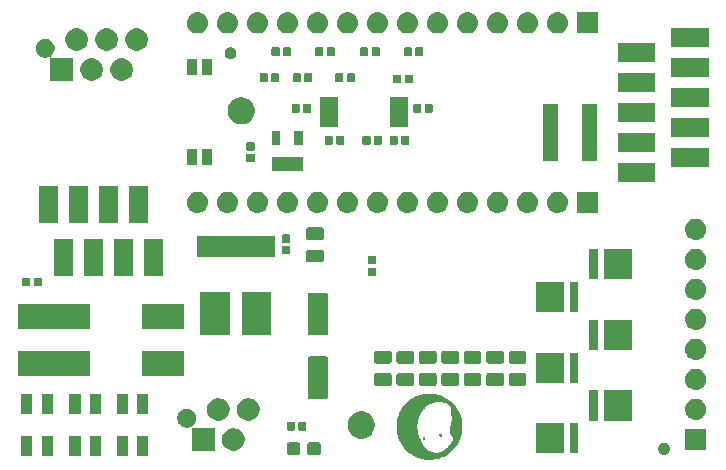
<source format=gbr>
G04 #@! TF.GenerationSoftware,KiCad,Pcbnew,5.0.2-bee76a0~70~ubuntu18.04.1*
G04 #@! TF.CreationDate,2019-11-21T20:22:08+01:00*
G04 #@! TF.ProjectId,board,626f6172-642e-46b6-9963-61645f706362,rev?*
G04 #@! TF.SameCoordinates,Original*
G04 #@! TF.FileFunction,Soldermask,Top*
G04 #@! TF.FilePolarity,Negative*
%FSLAX46Y46*%
G04 Gerber Fmt 4.6, Leading zero omitted, Abs format (unit mm)*
G04 Created by KiCad (PCBNEW 5.0.2-bee76a0~70~ubuntu18.04.1) date Thu 21 Nov 2019 08:22:08 PM CET*
%MOMM*%
%LPD*%
G01*
G04 APERTURE LIST*
%ADD10C,0.010000*%
%ADD11C,0.100000*%
G04 APERTURE END LIST*
D10*
G04 #@! TO.C,H5*
G36*
X129366510Y-136659041D02*
X129379587Y-136662432D01*
X129390891Y-136669561D01*
X129393235Y-136671484D01*
X129412535Y-136693321D01*
X129422462Y-136717798D01*
X129422769Y-136743707D01*
X129413284Y-136769704D01*
X129398855Y-136788798D01*
X129380380Y-136800264D01*
X129355867Y-136805149D01*
X129345071Y-136805499D01*
X129327672Y-136804886D01*
X129315998Y-136801873D01*
X129305637Y-136794697D01*
X129296746Y-136786198D01*
X129280121Y-136763308D01*
X129272779Y-136738373D01*
X129274675Y-136713145D01*
X129285762Y-136689375D01*
X129299702Y-136673890D01*
X129311556Y-136664693D01*
X129322873Y-136659972D01*
X129337973Y-136658308D01*
X129347510Y-136658179D01*
X129366510Y-136659041D01*
X129366510Y-136659041D01*
G37*
X129366510Y-136659041D02*
X129379587Y-136662432D01*
X129390891Y-136669561D01*
X129393235Y-136671484D01*
X129412535Y-136693321D01*
X129422462Y-136717798D01*
X129422769Y-136743707D01*
X129413284Y-136769704D01*
X129398855Y-136788798D01*
X129380380Y-136800264D01*
X129355867Y-136805149D01*
X129345071Y-136805499D01*
X129327672Y-136804886D01*
X129315998Y-136801873D01*
X129305637Y-136794697D01*
X129296746Y-136786198D01*
X129280121Y-136763308D01*
X129272779Y-136738373D01*
X129274675Y-136713145D01*
X129285762Y-136689375D01*
X129299702Y-136673890D01*
X129311556Y-136664693D01*
X129322873Y-136659972D01*
X129337973Y-136658308D01*
X129347510Y-136658179D01*
X129366510Y-136659041D01*
G36*
X127927309Y-136937865D02*
X127942397Y-136949272D01*
X127944632Y-136951549D01*
X127960840Y-136972015D01*
X127974146Y-136995127D01*
X127984238Y-137019287D01*
X127990804Y-137042899D01*
X127993534Y-137064365D01*
X127992117Y-137082089D01*
X127986240Y-137094474D01*
X127975593Y-137099922D01*
X127973583Y-137100042D01*
X127966162Y-137097629D01*
X127954661Y-137091641D01*
X127952940Y-137090610D01*
X127935942Y-137075847D01*
X127920210Y-137054340D01*
X127906760Y-137028622D01*
X127896607Y-137001228D01*
X127890764Y-136974693D01*
X127890248Y-136951552D01*
X127892846Y-136940534D01*
X127900265Y-136933013D01*
X127912509Y-136932284D01*
X127927309Y-136937865D01*
X127927309Y-136937865D01*
G37*
X127927309Y-136937865D02*
X127942397Y-136949272D01*
X127944632Y-136951549D01*
X127960840Y-136972015D01*
X127974146Y-136995127D01*
X127984238Y-137019287D01*
X127990804Y-137042899D01*
X127993534Y-137064365D01*
X127992117Y-137082089D01*
X127986240Y-137094474D01*
X127975593Y-137099922D01*
X127973583Y-137100042D01*
X127966162Y-137097629D01*
X127954661Y-137091641D01*
X127952940Y-137090610D01*
X127935942Y-137075847D01*
X127920210Y-137054340D01*
X127906760Y-137028622D01*
X127896607Y-137001228D01*
X127890764Y-136974693D01*
X127890248Y-136951552D01*
X127892846Y-136940534D01*
X127900265Y-136933013D01*
X127912509Y-136932284D01*
X127927309Y-136937865D01*
G36*
X128514254Y-133255597D02*
X128563146Y-133256973D01*
X128604634Y-133259166D01*
X128607091Y-133259343D01*
X128773573Y-133276556D01*
X128937699Y-133303558D01*
X129099106Y-133340175D01*
X129257432Y-133386236D01*
X129412313Y-133441567D01*
X129563388Y-133505995D01*
X129710294Y-133579349D01*
X129852667Y-133661454D01*
X129990147Y-133752138D01*
X130122369Y-133851229D01*
X130248971Y-133958553D01*
X130369591Y-134073938D01*
X130414331Y-134120445D01*
X130525231Y-134245741D01*
X130627695Y-134376619D01*
X130721609Y-134512833D01*
X130806857Y-134654136D01*
X130883328Y-134800283D01*
X130950907Y-134951030D01*
X131009480Y-135106129D01*
X131058933Y-135265335D01*
X131099153Y-135428404D01*
X131130027Y-135595088D01*
X131143870Y-135695519D01*
X131146531Y-135723553D01*
X131148899Y-135760097D01*
X131150950Y-135803504D01*
X131152661Y-135852127D01*
X131154011Y-135904318D01*
X131154974Y-135958432D01*
X131155530Y-136012820D01*
X131155653Y-136065837D01*
X131155322Y-136115836D01*
X131154514Y-136161168D01*
X131153205Y-136200189D01*
X131151372Y-136231250D01*
X131151364Y-136231348D01*
X131133268Y-136395677D01*
X131105366Y-136557886D01*
X131067867Y-136717575D01*
X131020980Y-136874344D01*
X130964911Y-137027792D01*
X130899869Y-137177519D01*
X130826063Y-137323125D01*
X130743701Y-137464210D01*
X130652990Y-137600372D01*
X130554138Y-137731212D01*
X130447355Y-137856330D01*
X130332848Y-137975324D01*
X130210825Y-138087795D01*
X130166670Y-138125304D01*
X130035182Y-138228103D01*
X129898399Y-138322309D01*
X129756663Y-138407783D01*
X129610318Y-138484383D01*
X129459706Y-138551969D01*
X129305171Y-138610401D01*
X129147056Y-138659538D01*
X128985704Y-138699239D01*
X128821458Y-138729364D01*
X128654661Y-138749773D01*
X128639063Y-138751169D01*
X128607448Y-138753360D01*
X128568116Y-138755222D01*
X128523180Y-138756730D01*
X128474752Y-138757855D01*
X128424945Y-138758573D01*
X128375872Y-138758856D01*
X128329645Y-138758679D01*
X128288377Y-138758015D01*
X128254181Y-138756838D01*
X128241537Y-138756126D01*
X128071905Y-138739981D01*
X127905221Y-138714247D01*
X127741751Y-138679038D01*
X127581759Y-138634468D01*
X127425510Y-138580651D01*
X127273270Y-138517702D01*
X127125304Y-138445735D01*
X126981876Y-138364864D01*
X126843251Y-138275204D01*
X126709695Y-138176868D01*
X126581473Y-138069970D01*
X126520112Y-138013975D01*
X126401722Y-137895806D01*
X126291322Y-137771510D01*
X126189084Y-137641449D01*
X126095181Y-137505987D01*
X126009786Y-137365485D01*
X125933072Y-137220308D01*
X125865213Y-137070819D01*
X125806380Y-136917380D01*
X125756747Y-136760355D01*
X125716487Y-136600107D01*
X125685773Y-136436999D01*
X125664778Y-136271393D01*
X125659327Y-136207107D01*
X125657078Y-136166182D01*
X125655649Y-136117723D01*
X125655001Y-136063680D01*
X125655097Y-136006004D01*
X125655688Y-135962219D01*
X127338709Y-135962219D01*
X127338930Y-136022806D01*
X127339643Y-136075194D01*
X127340997Y-136121337D01*
X127343139Y-136163188D01*
X127346219Y-136202702D01*
X127350384Y-136241834D01*
X127355782Y-136282537D01*
X127362562Y-136326766D01*
X127369526Y-136368619D01*
X127394164Y-136493706D01*
X127426015Y-136623723D01*
X127464487Y-136757094D01*
X127508989Y-136892245D01*
X127558928Y-137027599D01*
X127613712Y-137161583D01*
X127672750Y-137292622D01*
X127735448Y-137419140D01*
X127801216Y-137539562D01*
X127824981Y-137580199D01*
X127850693Y-137622089D01*
X127875235Y-137659009D01*
X127900301Y-137693102D01*
X127927582Y-137726516D01*
X127958770Y-137761394D01*
X127995557Y-137799883D01*
X128009080Y-137813607D01*
X128077382Y-137880002D01*
X128142875Y-137938278D01*
X128207023Y-137989533D01*
X128271288Y-138034866D01*
X128337135Y-138075375D01*
X128406026Y-138112159D01*
X128408468Y-138113371D01*
X128475708Y-138144570D01*
X128543366Y-138171530D01*
X128612661Y-138194513D01*
X128684815Y-138213780D01*
X128761051Y-138229592D01*
X128842589Y-138242210D01*
X128930650Y-138251894D01*
X129026457Y-138258907D01*
X129107144Y-138262682D01*
X129121311Y-138262004D01*
X129142017Y-138259544D01*
X129165885Y-138255744D01*
X129179189Y-138253234D01*
X129284969Y-138226908D01*
X129389070Y-138190663D01*
X129491583Y-138144459D01*
X129592602Y-138088255D01*
X129671558Y-138036654D01*
X129707791Y-138010382D01*
X129748699Y-137978987D01*
X129792848Y-137943703D01*
X129838807Y-137905765D01*
X129885142Y-137866406D01*
X129930420Y-137826860D01*
X129973208Y-137788362D01*
X130012073Y-137752146D01*
X130045583Y-137719445D01*
X130072200Y-137691608D01*
X130121921Y-137634510D01*
X130170869Y-137573772D01*
X130218185Y-137510711D01*
X130263011Y-137446641D01*
X130304489Y-137382878D01*
X130341759Y-137320739D01*
X130373963Y-137261539D01*
X130400242Y-137206593D01*
X130418390Y-137161099D01*
X130430009Y-137124622D01*
X130436512Y-137094859D01*
X130438134Y-137069885D01*
X130435109Y-137047777D01*
X130433072Y-137040594D01*
X130424742Y-137007122D01*
X130418017Y-136963789D01*
X130412888Y-136910521D01*
X130411400Y-136888419D01*
X130409757Y-136865224D01*
X130407934Y-136845766D01*
X130406170Y-136832293D01*
X130404891Y-136827218D01*
X130398828Y-136823030D01*
X130386304Y-136816755D01*
X130374056Y-136811433D01*
X130338034Y-136793744D01*
X130307893Y-136772050D01*
X130282898Y-136745272D01*
X130262315Y-136712335D01*
X130245410Y-136672160D01*
X130231449Y-136623672D01*
X130224574Y-136592139D01*
X130215952Y-136537923D01*
X130209715Y-136475238D01*
X130205846Y-136405486D01*
X130204331Y-136330070D01*
X130205153Y-136250392D01*
X130208297Y-136167856D01*
X130213747Y-136083863D01*
X130221487Y-135999817D01*
X130231501Y-135917120D01*
X130232234Y-135911796D01*
X130240526Y-135860560D01*
X130251694Y-135806462D01*
X130266142Y-135747820D01*
X130284279Y-135682951D01*
X130300350Y-135629833D01*
X130310844Y-135594535D01*
X130317592Y-135568162D01*
X130320699Y-135550237D01*
X130320473Y-135540933D01*
X130319835Y-135533756D01*
X130319116Y-135517278D01*
X130318333Y-135492361D01*
X130317505Y-135459865D01*
X130316650Y-135420647D01*
X130315786Y-135375570D01*
X130314930Y-135325492D01*
X130314101Y-135271274D01*
X130313317Y-135213775D01*
X130312867Y-135177359D01*
X130311942Y-135102805D01*
X130311021Y-135037375D01*
X130310052Y-134980033D01*
X130308986Y-134929741D01*
X130307771Y-134885464D01*
X130306357Y-134846167D01*
X130304694Y-134810811D01*
X130302729Y-134778361D01*
X130300413Y-134747782D01*
X130297696Y-134718036D01*
X130294525Y-134688087D01*
X130290852Y-134656900D01*
X130286624Y-134623437D01*
X130285258Y-134612934D01*
X130276293Y-134550472D01*
X130265480Y-134485121D01*
X130253506Y-134420711D01*
X130241059Y-134361070D01*
X130236044Y-134339159D01*
X130230037Y-134313679D01*
X130224702Y-134291017D01*
X130220562Y-134273404D01*
X130218143Y-134263074D01*
X130217942Y-134262212D01*
X130212357Y-134252535D01*
X130199613Y-134238079D01*
X130180902Y-134219851D01*
X130157416Y-134198859D01*
X130130348Y-134176109D01*
X130100890Y-134152610D01*
X130070234Y-134129369D01*
X130039572Y-134107393D01*
X130015743Y-134091337D01*
X129922506Y-134036500D01*
X129823209Y-133989604D01*
X129717728Y-133950604D01*
X129605942Y-133919454D01*
X129487728Y-133896112D01*
X129477263Y-133894468D01*
X129432640Y-133888933D01*
X129380389Y-133884672D01*
X129322966Y-133881728D01*
X129262827Y-133880147D01*
X129202430Y-133879975D01*
X129144232Y-133881255D01*
X129090689Y-133884033D01*
X129058163Y-133886803D01*
X128921148Y-133904815D01*
X128789732Y-133930187D01*
X128664217Y-133962802D01*
X128544908Y-134002546D01*
X128432105Y-134049301D01*
X128326113Y-134102953D01*
X128227234Y-134163386D01*
X128135771Y-134230483D01*
X128115150Y-134247404D01*
X128081961Y-134276423D01*
X128049569Y-134307367D01*
X128016478Y-134341809D01*
X127981192Y-134381317D01*
X127942215Y-134427463D01*
X127933360Y-134438219D01*
X127829749Y-134570671D01*
X127736222Y-134703126D01*
X127652701Y-134835736D01*
X127579111Y-134968655D01*
X127515376Y-135102037D01*
X127461420Y-135236037D01*
X127417167Y-135370806D01*
X127382540Y-135506500D01*
X127367182Y-135583759D01*
X127359705Y-135626903D01*
X127353630Y-135665500D01*
X127348818Y-135701391D01*
X127345130Y-135736416D01*
X127342428Y-135772416D01*
X127340573Y-135811230D01*
X127339428Y-135854701D01*
X127338852Y-135904668D01*
X127338709Y-135962219D01*
X125655688Y-135962219D01*
X125655899Y-135946643D01*
X125657369Y-135887550D01*
X125659467Y-135830674D01*
X125662157Y-135777966D01*
X125665399Y-135731376D01*
X125669157Y-135692854D01*
X125669425Y-135690619D01*
X125694899Y-135521087D01*
X125729571Y-135355865D01*
X125773472Y-135194877D01*
X125826635Y-135038051D01*
X125889092Y-134885313D01*
X125960873Y-134736589D01*
X126042012Y-134591805D01*
X126132540Y-134450887D01*
X126232489Y-134313761D01*
X126300000Y-134229657D01*
X126325097Y-134200673D01*
X126356303Y-134166503D01*
X126392097Y-134128667D01*
X126430959Y-134088686D01*
X126471366Y-134048082D01*
X126511798Y-134008377D01*
X126550733Y-133971090D01*
X126586651Y-133937744D01*
X126618029Y-133909859D01*
X126629641Y-133900016D01*
X126745969Y-133807702D01*
X126862978Y-133724014D01*
X126982829Y-133647525D01*
X127107679Y-133576809D01*
X127160783Y-133549169D01*
X127306044Y-133480456D01*
X127453296Y-133421015D01*
X127603388Y-133370589D01*
X127757167Y-133328923D01*
X127915483Y-133295762D01*
X128079185Y-133270850D01*
X128090603Y-133269441D01*
X128128517Y-133265650D01*
X128174630Y-133262372D01*
X128226991Y-133259644D01*
X128283649Y-133257505D01*
X128342655Y-133255993D01*
X128402058Y-133255145D01*
X128459908Y-133255001D01*
X128514254Y-133255597D01*
X128514254Y-133255597D01*
G37*
X128514254Y-133255597D02*
X128563146Y-133256973D01*
X128604634Y-133259166D01*
X128607091Y-133259343D01*
X128773573Y-133276556D01*
X128937699Y-133303558D01*
X129099106Y-133340175D01*
X129257432Y-133386236D01*
X129412313Y-133441567D01*
X129563388Y-133505995D01*
X129710294Y-133579349D01*
X129852667Y-133661454D01*
X129990147Y-133752138D01*
X130122369Y-133851229D01*
X130248971Y-133958553D01*
X130369591Y-134073938D01*
X130414331Y-134120445D01*
X130525231Y-134245741D01*
X130627695Y-134376619D01*
X130721609Y-134512833D01*
X130806857Y-134654136D01*
X130883328Y-134800283D01*
X130950907Y-134951030D01*
X131009480Y-135106129D01*
X131058933Y-135265335D01*
X131099153Y-135428404D01*
X131130027Y-135595088D01*
X131143870Y-135695519D01*
X131146531Y-135723553D01*
X131148899Y-135760097D01*
X131150950Y-135803504D01*
X131152661Y-135852127D01*
X131154011Y-135904318D01*
X131154974Y-135958432D01*
X131155530Y-136012820D01*
X131155653Y-136065837D01*
X131155322Y-136115836D01*
X131154514Y-136161168D01*
X131153205Y-136200189D01*
X131151372Y-136231250D01*
X131151364Y-136231348D01*
X131133268Y-136395677D01*
X131105366Y-136557886D01*
X131067867Y-136717575D01*
X131020980Y-136874344D01*
X130964911Y-137027792D01*
X130899869Y-137177519D01*
X130826063Y-137323125D01*
X130743701Y-137464210D01*
X130652990Y-137600372D01*
X130554138Y-137731212D01*
X130447355Y-137856330D01*
X130332848Y-137975324D01*
X130210825Y-138087795D01*
X130166670Y-138125304D01*
X130035182Y-138228103D01*
X129898399Y-138322309D01*
X129756663Y-138407783D01*
X129610318Y-138484383D01*
X129459706Y-138551969D01*
X129305171Y-138610401D01*
X129147056Y-138659538D01*
X128985704Y-138699239D01*
X128821458Y-138729364D01*
X128654661Y-138749773D01*
X128639063Y-138751169D01*
X128607448Y-138753360D01*
X128568116Y-138755222D01*
X128523180Y-138756730D01*
X128474752Y-138757855D01*
X128424945Y-138758573D01*
X128375872Y-138758856D01*
X128329645Y-138758679D01*
X128288377Y-138758015D01*
X128254181Y-138756838D01*
X128241537Y-138756126D01*
X128071905Y-138739981D01*
X127905221Y-138714247D01*
X127741751Y-138679038D01*
X127581759Y-138634468D01*
X127425510Y-138580651D01*
X127273270Y-138517702D01*
X127125304Y-138445735D01*
X126981876Y-138364864D01*
X126843251Y-138275204D01*
X126709695Y-138176868D01*
X126581473Y-138069970D01*
X126520112Y-138013975D01*
X126401722Y-137895806D01*
X126291322Y-137771510D01*
X126189084Y-137641449D01*
X126095181Y-137505987D01*
X126009786Y-137365485D01*
X125933072Y-137220308D01*
X125865213Y-137070819D01*
X125806380Y-136917380D01*
X125756747Y-136760355D01*
X125716487Y-136600107D01*
X125685773Y-136436999D01*
X125664778Y-136271393D01*
X125659327Y-136207107D01*
X125657078Y-136166182D01*
X125655649Y-136117723D01*
X125655001Y-136063680D01*
X125655097Y-136006004D01*
X125655688Y-135962219D01*
X127338709Y-135962219D01*
X127338930Y-136022806D01*
X127339643Y-136075194D01*
X127340997Y-136121337D01*
X127343139Y-136163188D01*
X127346219Y-136202702D01*
X127350384Y-136241834D01*
X127355782Y-136282537D01*
X127362562Y-136326766D01*
X127369526Y-136368619D01*
X127394164Y-136493706D01*
X127426015Y-136623723D01*
X127464487Y-136757094D01*
X127508989Y-136892245D01*
X127558928Y-137027599D01*
X127613712Y-137161583D01*
X127672750Y-137292622D01*
X127735448Y-137419140D01*
X127801216Y-137539562D01*
X127824981Y-137580199D01*
X127850693Y-137622089D01*
X127875235Y-137659009D01*
X127900301Y-137693102D01*
X127927582Y-137726516D01*
X127958770Y-137761394D01*
X127995557Y-137799883D01*
X128009080Y-137813607D01*
X128077382Y-137880002D01*
X128142875Y-137938278D01*
X128207023Y-137989533D01*
X128271288Y-138034866D01*
X128337135Y-138075375D01*
X128406026Y-138112159D01*
X128408468Y-138113371D01*
X128475708Y-138144570D01*
X128543366Y-138171530D01*
X128612661Y-138194513D01*
X128684815Y-138213780D01*
X128761051Y-138229592D01*
X128842589Y-138242210D01*
X128930650Y-138251894D01*
X129026457Y-138258907D01*
X129107144Y-138262682D01*
X129121311Y-138262004D01*
X129142017Y-138259544D01*
X129165885Y-138255744D01*
X129179189Y-138253234D01*
X129284969Y-138226908D01*
X129389070Y-138190663D01*
X129491583Y-138144459D01*
X129592602Y-138088255D01*
X129671558Y-138036654D01*
X129707791Y-138010382D01*
X129748699Y-137978987D01*
X129792848Y-137943703D01*
X129838807Y-137905765D01*
X129885142Y-137866406D01*
X129930420Y-137826860D01*
X129973208Y-137788362D01*
X130012073Y-137752146D01*
X130045583Y-137719445D01*
X130072200Y-137691608D01*
X130121921Y-137634510D01*
X130170869Y-137573772D01*
X130218185Y-137510711D01*
X130263011Y-137446641D01*
X130304489Y-137382878D01*
X130341759Y-137320739D01*
X130373963Y-137261539D01*
X130400242Y-137206593D01*
X130418390Y-137161099D01*
X130430009Y-137124622D01*
X130436512Y-137094859D01*
X130438134Y-137069885D01*
X130435109Y-137047777D01*
X130433072Y-137040594D01*
X130424742Y-137007122D01*
X130418017Y-136963789D01*
X130412888Y-136910521D01*
X130411400Y-136888419D01*
X130409757Y-136865224D01*
X130407934Y-136845766D01*
X130406170Y-136832293D01*
X130404891Y-136827218D01*
X130398828Y-136823030D01*
X130386304Y-136816755D01*
X130374056Y-136811433D01*
X130338034Y-136793744D01*
X130307893Y-136772050D01*
X130282898Y-136745272D01*
X130262315Y-136712335D01*
X130245410Y-136672160D01*
X130231449Y-136623672D01*
X130224574Y-136592139D01*
X130215952Y-136537923D01*
X130209715Y-136475238D01*
X130205846Y-136405486D01*
X130204331Y-136330070D01*
X130205153Y-136250392D01*
X130208297Y-136167856D01*
X130213747Y-136083863D01*
X130221487Y-135999817D01*
X130231501Y-135917120D01*
X130232234Y-135911796D01*
X130240526Y-135860560D01*
X130251694Y-135806462D01*
X130266142Y-135747820D01*
X130284279Y-135682951D01*
X130300350Y-135629833D01*
X130310844Y-135594535D01*
X130317592Y-135568162D01*
X130320699Y-135550237D01*
X130320473Y-135540933D01*
X130319835Y-135533756D01*
X130319116Y-135517278D01*
X130318333Y-135492361D01*
X130317505Y-135459865D01*
X130316650Y-135420647D01*
X130315786Y-135375570D01*
X130314930Y-135325492D01*
X130314101Y-135271274D01*
X130313317Y-135213775D01*
X130312867Y-135177359D01*
X130311942Y-135102805D01*
X130311021Y-135037375D01*
X130310052Y-134980033D01*
X130308986Y-134929741D01*
X130307771Y-134885464D01*
X130306357Y-134846167D01*
X130304694Y-134810811D01*
X130302729Y-134778361D01*
X130300413Y-134747782D01*
X130297696Y-134718036D01*
X130294525Y-134688087D01*
X130290852Y-134656900D01*
X130286624Y-134623437D01*
X130285258Y-134612934D01*
X130276293Y-134550472D01*
X130265480Y-134485121D01*
X130253506Y-134420711D01*
X130241059Y-134361070D01*
X130236044Y-134339159D01*
X130230037Y-134313679D01*
X130224702Y-134291017D01*
X130220562Y-134273404D01*
X130218143Y-134263074D01*
X130217942Y-134262212D01*
X130212357Y-134252535D01*
X130199613Y-134238079D01*
X130180902Y-134219851D01*
X130157416Y-134198859D01*
X130130348Y-134176109D01*
X130100890Y-134152610D01*
X130070234Y-134129369D01*
X130039572Y-134107393D01*
X130015743Y-134091337D01*
X129922506Y-134036500D01*
X129823209Y-133989604D01*
X129717728Y-133950604D01*
X129605942Y-133919454D01*
X129487728Y-133896112D01*
X129477263Y-133894468D01*
X129432640Y-133888933D01*
X129380389Y-133884672D01*
X129322966Y-133881728D01*
X129262827Y-133880147D01*
X129202430Y-133879975D01*
X129144232Y-133881255D01*
X129090689Y-133884033D01*
X129058163Y-133886803D01*
X128921148Y-133904815D01*
X128789732Y-133930187D01*
X128664217Y-133962802D01*
X128544908Y-134002546D01*
X128432105Y-134049301D01*
X128326113Y-134102953D01*
X128227234Y-134163386D01*
X128135771Y-134230483D01*
X128115150Y-134247404D01*
X128081961Y-134276423D01*
X128049569Y-134307367D01*
X128016478Y-134341809D01*
X127981192Y-134381317D01*
X127942215Y-134427463D01*
X127933360Y-134438219D01*
X127829749Y-134570671D01*
X127736222Y-134703126D01*
X127652701Y-134835736D01*
X127579111Y-134968655D01*
X127515376Y-135102037D01*
X127461420Y-135236037D01*
X127417167Y-135370806D01*
X127382540Y-135506500D01*
X127367182Y-135583759D01*
X127359705Y-135626903D01*
X127353630Y-135665500D01*
X127348818Y-135701391D01*
X127345130Y-135736416D01*
X127342428Y-135772416D01*
X127340573Y-135811230D01*
X127339428Y-135854701D01*
X127338852Y-135904668D01*
X127338709Y-135962219D01*
X125655688Y-135962219D01*
X125655899Y-135946643D01*
X125657369Y-135887550D01*
X125659467Y-135830674D01*
X125662157Y-135777966D01*
X125665399Y-135731376D01*
X125669157Y-135692854D01*
X125669425Y-135690619D01*
X125694899Y-135521087D01*
X125729571Y-135355865D01*
X125773472Y-135194877D01*
X125826635Y-135038051D01*
X125889092Y-134885313D01*
X125960873Y-134736589D01*
X126042012Y-134591805D01*
X126132540Y-134450887D01*
X126232489Y-134313761D01*
X126300000Y-134229657D01*
X126325097Y-134200673D01*
X126356303Y-134166503D01*
X126392097Y-134128667D01*
X126430959Y-134088686D01*
X126471366Y-134048082D01*
X126511798Y-134008377D01*
X126550733Y-133971090D01*
X126586651Y-133937744D01*
X126618029Y-133909859D01*
X126629641Y-133900016D01*
X126745969Y-133807702D01*
X126862978Y-133724014D01*
X126982829Y-133647525D01*
X127107679Y-133576809D01*
X127160783Y-133549169D01*
X127306044Y-133480456D01*
X127453296Y-133421015D01*
X127603388Y-133370589D01*
X127757167Y-133328923D01*
X127915483Y-133295762D01*
X128079185Y-133270850D01*
X128090603Y-133269441D01*
X128128517Y-133265650D01*
X128174630Y-133262372D01*
X128226991Y-133259644D01*
X128283649Y-133257505D01*
X128342655Y-133255993D01*
X128402058Y-133255145D01*
X128459908Y-133255001D01*
X128514254Y-133255597D01*
D11*
G36*
X100651000Y-138501000D02*
X99699000Y-138501000D01*
X99699000Y-136799000D01*
X100651000Y-136799000D01*
X100651000Y-138501000D01*
X100651000Y-138501000D01*
G37*
G36*
X98901000Y-138501000D02*
X97949000Y-138501000D01*
X97949000Y-136799000D01*
X98901000Y-136799000D01*
X98901000Y-138501000D01*
X98901000Y-138501000D01*
G37*
G36*
X94801000Y-138501000D02*
X93849000Y-138501000D01*
X93849000Y-136799000D01*
X94801000Y-136799000D01*
X94801000Y-138501000D01*
X94801000Y-138501000D01*
G37*
G36*
X96551000Y-138501000D02*
X95599000Y-138501000D01*
X95599000Y-136799000D01*
X96551000Y-136799000D01*
X96551000Y-138501000D01*
X96551000Y-138501000D01*
G37*
G36*
X102901000Y-138501000D02*
X101949000Y-138501000D01*
X101949000Y-136799000D01*
X102901000Y-136799000D01*
X102901000Y-138501000D01*
X102901000Y-138501000D01*
G37*
G36*
X104651000Y-138501000D02*
X103699000Y-138501000D01*
X103699000Y-136799000D01*
X104651000Y-136799000D01*
X104651000Y-138501000D01*
X104651000Y-138501000D01*
G37*
G36*
X117339499Y-137378445D02*
X117376993Y-137389819D01*
X117411557Y-137408294D01*
X117441847Y-137433153D01*
X117466706Y-137463443D01*
X117485181Y-137498007D01*
X117496555Y-137535501D01*
X117501000Y-137580638D01*
X117501000Y-138219362D01*
X117496555Y-138264499D01*
X117485181Y-138301993D01*
X117466706Y-138336557D01*
X117441847Y-138366847D01*
X117411557Y-138391706D01*
X117376993Y-138410181D01*
X117339499Y-138421555D01*
X117294362Y-138426000D01*
X116555638Y-138426000D01*
X116510501Y-138421555D01*
X116473007Y-138410181D01*
X116438443Y-138391706D01*
X116408153Y-138366847D01*
X116383294Y-138336557D01*
X116364819Y-138301993D01*
X116353445Y-138264499D01*
X116349000Y-138219362D01*
X116349000Y-137580638D01*
X116353445Y-137535501D01*
X116364819Y-137498007D01*
X116383294Y-137463443D01*
X116408153Y-137433153D01*
X116438443Y-137408294D01*
X116473007Y-137389819D01*
X116510501Y-137378445D01*
X116555638Y-137374000D01*
X117294362Y-137374000D01*
X117339499Y-137378445D01*
X117339499Y-137378445D01*
G37*
G36*
X119089499Y-137378445D02*
X119126993Y-137389819D01*
X119161557Y-137408294D01*
X119191847Y-137433153D01*
X119216706Y-137463443D01*
X119235181Y-137498007D01*
X119246555Y-137535501D01*
X119251000Y-137580638D01*
X119251000Y-138219362D01*
X119246555Y-138264499D01*
X119235181Y-138301993D01*
X119216706Y-138336557D01*
X119191847Y-138366847D01*
X119161557Y-138391706D01*
X119126993Y-138410181D01*
X119089499Y-138421555D01*
X119044362Y-138426000D01*
X118305638Y-138426000D01*
X118260501Y-138421555D01*
X118223007Y-138410181D01*
X118188443Y-138391706D01*
X118158153Y-138366847D01*
X118133294Y-138336557D01*
X118114819Y-138301993D01*
X118103445Y-138264499D01*
X118099000Y-138219362D01*
X118099000Y-137580638D01*
X118103445Y-137535501D01*
X118114819Y-137498007D01*
X118133294Y-137463443D01*
X118158153Y-137433153D01*
X118188443Y-137408294D01*
X118223007Y-137389819D01*
X118260501Y-137378445D01*
X118305638Y-137374000D01*
X119044362Y-137374000D01*
X119089499Y-137378445D01*
X119089499Y-137378445D01*
G37*
G36*
X148445845Y-137419215D02*
X148536839Y-137456906D01*
X148546622Y-137463443D01*
X148618734Y-137511627D01*
X148688373Y-137581266D01*
X148688375Y-137581269D01*
X148743094Y-137663161D01*
X148780785Y-137754155D01*
X148800000Y-137850754D01*
X148800000Y-137949246D01*
X148780785Y-138045845D01*
X148743094Y-138136839D01*
X148691330Y-138214309D01*
X148688373Y-138218734D01*
X148618734Y-138288373D01*
X148618731Y-138288375D01*
X148536839Y-138343094D01*
X148445845Y-138380785D01*
X148349246Y-138400000D01*
X148250754Y-138400000D01*
X148154155Y-138380785D01*
X148063161Y-138343094D01*
X147981269Y-138288375D01*
X147981266Y-138288373D01*
X147911627Y-138218734D01*
X147908670Y-138214309D01*
X147856906Y-138136839D01*
X147819215Y-138045845D01*
X147800000Y-137949246D01*
X147800000Y-137850754D01*
X147819215Y-137754155D01*
X147856906Y-137663161D01*
X147911625Y-137581269D01*
X147911627Y-137581266D01*
X147981266Y-137511627D01*
X148053378Y-137463443D01*
X148063161Y-137456906D01*
X148154155Y-137419215D01*
X148250754Y-137400000D01*
X148349246Y-137400000D01*
X148445845Y-137419215D01*
X148445845Y-137419215D01*
G37*
G36*
X139866000Y-138276000D02*
X137771951Y-138276000D01*
X137763386Y-138273402D01*
X137739000Y-138271000D01*
X137444000Y-138271000D01*
X137444000Y-135729000D01*
X137739000Y-135729000D01*
X137763386Y-135726598D01*
X137771951Y-135724000D01*
X139866000Y-135724000D01*
X139866000Y-138276000D01*
X139866000Y-138276000D01*
G37*
G36*
X141056000Y-138271000D02*
X140324000Y-138271000D01*
X140324000Y-135729000D01*
X141056000Y-135729000D01*
X141056000Y-138271000D01*
X141056000Y-138271000D01*
G37*
G36*
X112112396Y-136205546D02*
X112285466Y-136277234D01*
X112441230Y-136381312D01*
X112573688Y-136513770D01*
X112677766Y-136669534D01*
X112749454Y-136842604D01*
X112786000Y-137026333D01*
X112786000Y-137213667D01*
X112749454Y-137397396D01*
X112677766Y-137570466D01*
X112573688Y-137726230D01*
X112441230Y-137858688D01*
X112285466Y-137962766D01*
X112112396Y-138034454D01*
X111928667Y-138071000D01*
X111741333Y-138071000D01*
X111557604Y-138034454D01*
X111384534Y-137962766D01*
X111228770Y-137858688D01*
X111096312Y-137726230D01*
X110992234Y-137570466D01*
X110920546Y-137397396D01*
X110884000Y-137213667D01*
X110884000Y-137026333D01*
X110920546Y-136842604D01*
X110992234Y-136669534D01*
X111096312Y-136513770D01*
X111228770Y-136381312D01*
X111384534Y-136277234D01*
X111557604Y-136205546D01*
X111741333Y-136169000D01*
X111928667Y-136169000D01*
X112112396Y-136205546D01*
X112112396Y-136205546D01*
G37*
G36*
X108128655Y-134549733D02*
X108128657Y-134549734D01*
X108128658Y-134549734D01*
X108175653Y-134569200D01*
X108274440Y-134610119D01*
X108405643Y-134697786D01*
X108517214Y-134809357D01*
X108604881Y-134940560D01*
X108631971Y-135005962D01*
X108659404Y-135072189D01*
X108665267Y-135086345D01*
X108696050Y-135241102D01*
X108696050Y-135398898D01*
X108665267Y-135553655D01*
X108604881Y-135699440D01*
X108517214Y-135830643D01*
X108402907Y-135944950D01*
X108389915Y-135955612D01*
X108374370Y-135974554D01*
X108362819Y-135996165D01*
X108355706Y-136019614D01*
X108353304Y-136044001D01*
X108355706Y-136068387D01*
X108362819Y-136091836D01*
X108374371Y-136113447D01*
X108389916Y-136132389D01*
X108408858Y-136147934D01*
X108430469Y-136159485D01*
X108453918Y-136166598D01*
X108478304Y-136169000D01*
X110246000Y-136169000D01*
X110246000Y-138071000D01*
X108344000Y-138071000D01*
X108344000Y-136188145D01*
X108341598Y-136163759D01*
X108334485Y-136140310D01*
X108322934Y-136118699D01*
X108307388Y-136099757D01*
X108288446Y-136084211D01*
X108266835Y-136072660D01*
X108243386Y-136065547D01*
X108219000Y-136063145D01*
X108194614Y-136065547D01*
X108171165Y-136072660D01*
X108128658Y-136090267D01*
X107973898Y-136121050D01*
X107816102Y-136121050D01*
X107661345Y-136090267D01*
X107661343Y-136090266D01*
X107661342Y-136090266D01*
X107549649Y-136044001D01*
X107515560Y-136029881D01*
X107384357Y-135942214D01*
X107272786Y-135830643D01*
X107185119Y-135699440D01*
X107124733Y-135553655D01*
X107093950Y-135398898D01*
X107093950Y-135241102D01*
X107124733Y-135086345D01*
X107130597Y-135072189D01*
X107158029Y-135005962D01*
X107185119Y-134940560D01*
X107272786Y-134809357D01*
X107384357Y-134697786D01*
X107515560Y-134610119D01*
X107614347Y-134569200D01*
X107661342Y-134549734D01*
X107661343Y-134549734D01*
X107661345Y-134549733D01*
X107816102Y-134518950D01*
X107973898Y-134518950D01*
X108128655Y-134549733D01*
X108128655Y-134549733D01*
G37*
G36*
X151878600Y-138010200D02*
X150076600Y-138010200D01*
X150076600Y-136208200D01*
X151878600Y-136208200D01*
X151878600Y-138010200D01*
X151878600Y-138010200D01*
G37*
G36*
X123015734Y-134793232D02*
X123225202Y-134879996D01*
X123413723Y-135005962D01*
X123574038Y-135166277D01*
X123700004Y-135354798D01*
X123786768Y-135564266D01*
X123831000Y-135786635D01*
X123831000Y-136013365D01*
X123786768Y-136235734D01*
X123700004Y-136445202D01*
X123574038Y-136633723D01*
X123413723Y-136794038D01*
X123225202Y-136920004D01*
X123015734Y-137006768D01*
X122793365Y-137051000D01*
X122566635Y-137051000D01*
X122344266Y-137006768D01*
X122134798Y-136920004D01*
X121946277Y-136794038D01*
X121785962Y-136633723D01*
X121659996Y-136445202D01*
X121573232Y-136235734D01*
X121529000Y-136013365D01*
X121529000Y-135786635D01*
X121573232Y-135564266D01*
X121659996Y-135354798D01*
X121785962Y-135166277D01*
X121946277Y-135005962D01*
X122134798Y-134879996D01*
X122344266Y-134793232D01*
X122566635Y-134749000D01*
X122793365Y-134749000D01*
X123015734Y-134793232D01*
X123015734Y-134793232D01*
G37*
G36*
X117941938Y-135631716D02*
X117962556Y-135637970D01*
X117981556Y-135648126D01*
X117998208Y-135661792D01*
X118011874Y-135678444D01*
X118022030Y-135697444D01*
X118028284Y-135718062D01*
X118031000Y-135745640D01*
X118031000Y-136254360D01*
X118028284Y-136281938D01*
X118022030Y-136302556D01*
X118011874Y-136321556D01*
X117998208Y-136338208D01*
X117981556Y-136351874D01*
X117962556Y-136362030D01*
X117941938Y-136368284D01*
X117914360Y-136371000D01*
X117455640Y-136371000D01*
X117428062Y-136368284D01*
X117407444Y-136362030D01*
X117388444Y-136351874D01*
X117371792Y-136338208D01*
X117358126Y-136321556D01*
X117347970Y-136302556D01*
X117341716Y-136281938D01*
X117339000Y-136254360D01*
X117339000Y-135745640D01*
X117341716Y-135718062D01*
X117347970Y-135697444D01*
X117358126Y-135678444D01*
X117371792Y-135661792D01*
X117388444Y-135648126D01*
X117407444Y-135637970D01*
X117428062Y-135631716D01*
X117455640Y-135629000D01*
X117914360Y-135629000D01*
X117941938Y-135631716D01*
X117941938Y-135631716D01*
G37*
G36*
X116971938Y-135631716D02*
X116992556Y-135637970D01*
X117011556Y-135648126D01*
X117028208Y-135661792D01*
X117041874Y-135678444D01*
X117052030Y-135697444D01*
X117058284Y-135718062D01*
X117061000Y-135745640D01*
X117061000Y-136254360D01*
X117058284Y-136281938D01*
X117052030Y-136302556D01*
X117041874Y-136321556D01*
X117028208Y-136338208D01*
X117011556Y-136351874D01*
X116992556Y-136362030D01*
X116971938Y-136368284D01*
X116944360Y-136371000D01*
X116485640Y-136371000D01*
X116458062Y-136368284D01*
X116437444Y-136362030D01*
X116418444Y-136351874D01*
X116401792Y-136338208D01*
X116388126Y-136321556D01*
X116377970Y-136302556D01*
X116371716Y-136281938D01*
X116369000Y-136254360D01*
X116369000Y-135745640D01*
X116371716Y-135718062D01*
X116377970Y-135697444D01*
X116388126Y-135678444D01*
X116401792Y-135661792D01*
X116418444Y-135648126D01*
X116437444Y-135637970D01*
X116458062Y-135631716D01*
X116485640Y-135629000D01*
X116944360Y-135629000D01*
X116971938Y-135631716D01*
X116971938Y-135631716D01*
G37*
G36*
X110842396Y-133665546D02*
X111015466Y-133737234D01*
X111171230Y-133841312D01*
X111303688Y-133973770D01*
X111407766Y-134129534D01*
X111479454Y-134302604D01*
X111516000Y-134486333D01*
X111516000Y-134673667D01*
X111479454Y-134857396D01*
X111407766Y-135030466D01*
X111303688Y-135186230D01*
X111171230Y-135318688D01*
X111015466Y-135422766D01*
X110842396Y-135494454D01*
X110658667Y-135531000D01*
X110471333Y-135531000D01*
X110287604Y-135494454D01*
X110114534Y-135422766D01*
X109958770Y-135318688D01*
X109826312Y-135186230D01*
X109722234Y-135030466D01*
X109650546Y-134857396D01*
X109614000Y-134673667D01*
X109614000Y-134486333D01*
X109650546Y-134302604D01*
X109722234Y-134129534D01*
X109826312Y-133973770D01*
X109958770Y-133841312D01*
X110114534Y-133737234D01*
X110287604Y-133665546D01*
X110471333Y-133629000D01*
X110658667Y-133629000D01*
X110842396Y-133665546D01*
X110842396Y-133665546D01*
G37*
G36*
X113382396Y-133665546D02*
X113555466Y-133737234D01*
X113711230Y-133841312D01*
X113843688Y-133973770D01*
X113947766Y-134129534D01*
X114019454Y-134302604D01*
X114056000Y-134486333D01*
X114056000Y-134673667D01*
X114019454Y-134857396D01*
X113947766Y-135030466D01*
X113843688Y-135186230D01*
X113711230Y-135318688D01*
X113555466Y-135422766D01*
X113382396Y-135494454D01*
X113198667Y-135531000D01*
X113011333Y-135531000D01*
X112827604Y-135494454D01*
X112654534Y-135422766D01*
X112498770Y-135318688D01*
X112366312Y-135186230D01*
X112262234Y-135030466D01*
X112190546Y-134857396D01*
X112154000Y-134673667D01*
X112154000Y-134486333D01*
X112190546Y-134302604D01*
X112262234Y-134129534D01*
X112366312Y-133973770D01*
X112498770Y-133841312D01*
X112654534Y-133737234D01*
X112827604Y-133665546D01*
X113011333Y-133629000D01*
X113198667Y-133629000D01*
X113382396Y-133665546D01*
X113382396Y-133665546D01*
G37*
G36*
X145286614Y-132976598D02*
X145311000Y-132979000D01*
X145606000Y-132979000D01*
X145606000Y-135521000D01*
X145311000Y-135521000D01*
X145286614Y-135523402D01*
X145278049Y-135526000D01*
X143184000Y-135526000D01*
X143184000Y-132974000D01*
X145278049Y-132974000D01*
X145286614Y-132976598D01*
X145286614Y-132976598D01*
G37*
G36*
X142726000Y-135521000D02*
X141994000Y-135521000D01*
X141994000Y-132979000D01*
X142726000Y-132979000D01*
X142726000Y-135521000D01*
X142726000Y-135521000D01*
G37*
G36*
X151088042Y-133674718D02*
X151154227Y-133681237D01*
X151267453Y-133715584D01*
X151324067Y-133732757D01*
X151462687Y-133806852D01*
X151480591Y-133816422D01*
X151510917Y-133841310D01*
X151617786Y-133929014D01*
X151701048Y-134030471D01*
X151730378Y-134066209D01*
X151730379Y-134066211D01*
X151814043Y-134222733D01*
X151814043Y-134222734D01*
X151865563Y-134392573D01*
X151882959Y-134569200D01*
X151865563Y-134745827D01*
X151831719Y-134857396D01*
X151814043Y-134915667D01*
X151752681Y-135030466D01*
X151730378Y-135072191D01*
X151718764Y-135086342D01*
X151617786Y-135209386D01*
X151516329Y-135292648D01*
X151480591Y-135321978D01*
X151480589Y-135321979D01*
X151324067Y-135405643D01*
X151267622Y-135422765D01*
X151154227Y-135457163D01*
X151088042Y-135463682D01*
X151021860Y-135470200D01*
X150933340Y-135470200D01*
X150867158Y-135463682D01*
X150800973Y-135457163D01*
X150687578Y-135422765D01*
X150631133Y-135405643D01*
X150474611Y-135321979D01*
X150474609Y-135321978D01*
X150438871Y-135292648D01*
X150337414Y-135209386D01*
X150236436Y-135086342D01*
X150224822Y-135072191D01*
X150202519Y-135030466D01*
X150141157Y-134915667D01*
X150123481Y-134857396D01*
X150089637Y-134745827D01*
X150072241Y-134569200D01*
X150089637Y-134392573D01*
X150141157Y-134222734D01*
X150141157Y-134222733D01*
X150224821Y-134066211D01*
X150224822Y-134066209D01*
X150254152Y-134030471D01*
X150337414Y-133929014D01*
X150444283Y-133841310D01*
X150474609Y-133816422D01*
X150492513Y-133806852D01*
X150631133Y-133732757D01*
X150687747Y-133715584D01*
X150800973Y-133681237D01*
X150867158Y-133674718D01*
X150933340Y-133668200D01*
X151021860Y-133668200D01*
X151088042Y-133674718D01*
X151088042Y-133674718D01*
G37*
G36*
X102901000Y-135001000D02*
X101949000Y-135001000D01*
X101949000Y-133299000D01*
X102901000Y-133299000D01*
X102901000Y-135001000D01*
X102901000Y-135001000D01*
G37*
G36*
X98901000Y-135001000D02*
X97949000Y-135001000D01*
X97949000Y-133299000D01*
X98901000Y-133299000D01*
X98901000Y-135001000D01*
X98901000Y-135001000D01*
G37*
G36*
X96551000Y-135001000D02*
X95599000Y-135001000D01*
X95599000Y-133299000D01*
X96551000Y-133299000D01*
X96551000Y-135001000D01*
X96551000Y-135001000D01*
G37*
G36*
X100651000Y-135001000D02*
X99699000Y-135001000D01*
X99699000Y-133299000D01*
X100651000Y-133299000D01*
X100651000Y-135001000D01*
X100651000Y-135001000D01*
G37*
G36*
X104651000Y-135001000D02*
X103699000Y-135001000D01*
X103699000Y-133299000D01*
X104651000Y-133299000D01*
X104651000Y-135001000D01*
X104651000Y-135001000D01*
G37*
G36*
X94801000Y-135001000D02*
X93849000Y-135001000D01*
X93849000Y-133299000D01*
X94801000Y-133299000D01*
X94801000Y-135001000D01*
X94801000Y-135001000D01*
G37*
G36*
X119705996Y-130103051D02*
X119739653Y-130113261D01*
X119770667Y-130129838D01*
X119797852Y-130152148D01*
X119820162Y-130179333D01*
X119836739Y-130210347D01*
X119846949Y-130244004D01*
X119851000Y-130285138D01*
X119851000Y-133514862D01*
X119846949Y-133555996D01*
X119836739Y-133589653D01*
X119820162Y-133620667D01*
X119797852Y-133647852D01*
X119770667Y-133670162D01*
X119739653Y-133686739D01*
X119705996Y-133696949D01*
X119664862Y-133701000D01*
X118335138Y-133701000D01*
X118294004Y-133696949D01*
X118260347Y-133686739D01*
X118229333Y-133670162D01*
X118202148Y-133647852D01*
X118179838Y-133620667D01*
X118163261Y-133589653D01*
X118153051Y-133555996D01*
X118149000Y-133514862D01*
X118149000Y-130285138D01*
X118153051Y-130244004D01*
X118163261Y-130210347D01*
X118179838Y-130179333D01*
X118202148Y-130152148D01*
X118229333Y-130129838D01*
X118260347Y-130113261D01*
X118294004Y-130103051D01*
X118335138Y-130099000D01*
X119664862Y-130099000D01*
X119705996Y-130103051D01*
X119705996Y-130103051D01*
G37*
G36*
X151088042Y-131134718D02*
X151154227Y-131141237D01*
X151267453Y-131175584D01*
X151324067Y-131192757D01*
X151462687Y-131266852D01*
X151480591Y-131276422D01*
X151516329Y-131305752D01*
X151617786Y-131389014D01*
X151701048Y-131490471D01*
X151730378Y-131526209D01*
X151730379Y-131526211D01*
X151814043Y-131682733D01*
X151814043Y-131682734D01*
X151865563Y-131852573D01*
X151882959Y-132029200D01*
X151865563Y-132205827D01*
X151834948Y-132306750D01*
X151814043Y-132375667D01*
X151775306Y-132448137D01*
X151730378Y-132532191D01*
X151701048Y-132567929D01*
X151617786Y-132669386D01*
X151516329Y-132752648D01*
X151480591Y-132781978D01*
X151480589Y-132781979D01*
X151324067Y-132865643D01*
X151267453Y-132882816D01*
X151154227Y-132917163D01*
X151088042Y-132923682D01*
X151021860Y-132930200D01*
X150933340Y-132930200D01*
X150867158Y-132923682D01*
X150800973Y-132917163D01*
X150687747Y-132882816D01*
X150631133Y-132865643D01*
X150474611Y-132781979D01*
X150474609Y-132781978D01*
X150438871Y-132752648D01*
X150337414Y-132669386D01*
X150254152Y-132567929D01*
X150224822Y-132532191D01*
X150179894Y-132448137D01*
X150141157Y-132375667D01*
X150120252Y-132306750D01*
X150089637Y-132205827D01*
X150072241Y-132029200D01*
X150089637Y-131852573D01*
X150141157Y-131682734D01*
X150141157Y-131682733D01*
X150224821Y-131526211D01*
X150224822Y-131526209D01*
X150254152Y-131490471D01*
X150337414Y-131389014D01*
X150438871Y-131305752D01*
X150474609Y-131276422D01*
X150492513Y-131266852D01*
X150631133Y-131192757D01*
X150687747Y-131175584D01*
X150800973Y-131141237D01*
X150867158Y-131134718D01*
X150933340Y-131128200D01*
X151021860Y-131128200D01*
X151088042Y-131134718D01*
X151088042Y-131134718D01*
G37*
G36*
X126984466Y-131503565D02*
X127023137Y-131515296D01*
X127058779Y-131534348D01*
X127090017Y-131559983D01*
X127115652Y-131591221D01*
X127134704Y-131626863D01*
X127146435Y-131665534D01*
X127151000Y-131711888D01*
X127151000Y-132363112D01*
X127146435Y-132409466D01*
X127134704Y-132448137D01*
X127115652Y-132483779D01*
X127090017Y-132515017D01*
X127058779Y-132540652D01*
X127023137Y-132559704D01*
X126984466Y-132571435D01*
X126938112Y-132576000D01*
X125861888Y-132576000D01*
X125815534Y-132571435D01*
X125776863Y-132559704D01*
X125741221Y-132540652D01*
X125709983Y-132515017D01*
X125684348Y-132483779D01*
X125665296Y-132448137D01*
X125653565Y-132409466D01*
X125649000Y-132363112D01*
X125649000Y-131711888D01*
X125653565Y-131665534D01*
X125665296Y-131626863D01*
X125684348Y-131591221D01*
X125709983Y-131559983D01*
X125741221Y-131534348D01*
X125776863Y-131515296D01*
X125815534Y-131503565D01*
X125861888Y-131499000D01*
X126938112Y-131499000D01*
X126984466Y-131503565D01*
X126984466Y-131503565D01*
G37*
G36*
X136484466Y-131503565D02*
X136523137Y-131515296D01*
X136558779Y-131534348D01*
X136590017Y-131559983D01*
X136615652Y-131591221D01*
X136634704Y-131626863D01*
X136646435Y-131665534D01*
X136651000Y-131711888D01*
X136651000Y-132363112D01*
X136646435Y-132409466D01*
X136634704Y-132448137D01*
X136615652Y-132483779D01*
X136590017Y-132515017D01*
X136558779Y-132540652D01*
X136523137Y-132559704D01*
X136484466Y-132571435D01*
X136438112Y-132576000D01*
X135361888Y-132576000D01*
X135315534Y-132571435D01*
X135276863Y-132559704D01*
X135241221Y-132540652D01*
X135209983Y-132515017D01*
X135184348Y-132483779D01*
X135165296Y-132448137D01*
X135153565Y-132409466D01*
X135149000Y-132363112D01*
X135149000Y-131711888D01*
X135153565Y-131665534D01*
X135165296Y-131626863D01*
X135184348Y-131591221D01*
X135209983Y-131559983D01*
X135241221Y-131534348D01*
X135276863Y-131515296D01*
X135315534Y-131503565D01*
X135361888Y-131499000D01*
X136438112Y-131499000D01*
X136484466Y-131503565D01*
X136484466Y-131503565D01*
G37*
G36*
X125084466Y-131503565D02*
X125123137Y-131515296D01*
X125158779Y-131534348D01*
X125190017Y-131559983D01*
X125215652Y-131591221D01*
X125234704Y-131626863D01*
X125246435Y-131665534D01*
X125251000Y-131711888D01*
X125251000Y-132363112D01*
X125246435Y-132409466D01*
X125234704Y-132448137D01*
X125215652Y-132483779D01*
X125190017Y-132515017D01*
X125158779Y-132540652D01*
X125123137Y-132559704D01*
X125084466Y-132571435D01*
X125038112Y-132576000D01*
X123961888Y-132576000D01*
X123915534Y-132571435D01*
X123876863Y-132559704D01*
X123841221Y-132540652D01*
X123809983Y-132515017D01*
X123784348Y-132483779D01*
X123765296Y-132448137D01*
X123753565Y-132409466D01*
X123749000Y-132363112D01*
X123749000Y-131711888D01*
X123753565Y-131665534D01*
X123765296Y-131626863D01*
X123784348Y-131591221D01*
X123809983Y-131559983D01*
X123841221Y-131534348D01*
X123876863Y-131515296D01*
X123915534Y-131503565D01*
X123961888Y-131499000D01*
X125038112Y-131499000D01*
X125084466Y-131503565D01*
X125084466Y-131503565D01*
G37*
G36*
X128884466Y-131503565D02*
X128923137Y-131515296D01*
X128958779Y-131534348D01*
X128990017Y-131559983D01*
X129015652Y-131591221D01*
X129034704Y-131626863D01*
X129046435Y-131665534D01*
X129051000Y-131711888D01*
X129051000Y-132363112D01*
X129046435Y-132409466D01*
X129034704Y-132448137D01*
X129015652Y-132483779D01*
X128990017Y-132515017D01*
X128958779Y-132540652D01*
X128923137Y-132559704D01*
X128884466Y-132571435D01*
X128838112Y-132576000D01*
X127761888Y-132576000D01*
X127715534Y-132571435D01*
X127676863Y-132559704D01*
X127641221Y-132540652D01*
X127609983Y-132515017D01*
X127584348Y-132483779D01*
X127565296Y-132448137D01*
X127553565Y-132409466D01*
X127549000Y-132363112D01*
X127549000Y-131711888D01*
X127553565Y-131665534D01*
X127565296Y-131626863D01*
X127584348Y-131591221D01*
X127609983Y-131559983D01*
X127641221Y-131534348D01*
X127676863Y-131515296D01*
X127715534Y-131503565D01*
X127761888Y-131499000D01*
X128838112Y-131499000D01*
X128884466Y-131503565D01*
X128884466Y-131503565D01*
G37*
G36*
X134584466Y-131503565D02*
X134623137Y-131515296D01*
X134658779Y-131534348D01*
X134690017Y-131559983D01*
X134715652Y-131591221D01*
X134734704Y-131626863D01*
X134746435Y-131665534D01*
X134751000Y-131711888D01*
X134751000Y-132363112D01*
X134746435Y-132409466D01*
X134734704Y-132448137D01*
X134715652Y-132483779D01*
X134690017Y-132515017D01*
X134658779Y-132540652D01*
X134623137Y-132559704D01*
X134584466Y-132571435D01*
X134538112Y-132576000D01*
X133461888Y-132576000D01*
X133415534Y-132571435D01*
X133376863Y-132559704D01*
X133341221Y-132540652D01*
X133309983Y-132515017D01*
X133284348Y-132483779D01*
X133265296Y-132448137D01*
X133253565Y-132409466D01*
X133249000Y-132363112D01*
X133249000Y-131711888D01*
X133253565Y-131665534D01*
X133265296Y-131626863D01*
X133284348Y-131591221D01*
X133309983Y-131559983D01*
X133341221Y-131534348D01*
X133376863Y-131515296D01*
X133415534Y-131503565D01*
X133461888Y-131499000D01*
X134538112Y-131499000D01*
X134584466Y-131503565D01*
X134584466Y-131503565D01*
G37*
G36*
X132684466Y-131503565D02*
X132723137Y-131515296D01*
X132758779Y-131534348D01*
X132790017Y-131559983D01*
X132815652Y-131591221D01*
X132834704Y-131626863D01*
X132846435Y-131665534D01*
X132851000Y-131711888D01*
X132851000Y-132363112D01*
X132846435Y-132409466D01*
X132834704Y-132448137D01*
X132815652Y-132483779D01*
X132790017Y-132515017D01*
X132758779Y-132540652D01*
X132723137Y-132559704D01*
X132684466Y-132571435D01*
X132638112Y-132576000D01*
X131561888Y-132576000D01*
X131515534Y-132571435D01*
X131476863Y-132559704D01*
X131441221Y-132540652D01*
X131409983Y-132515017D01*
X131384348Y-132483779D01*
X131365296Y-132448137D01*
X131353565Y-132409466D01*
X131349000Y-132363112D01*
X131349000Y-131711888D01*
X131353565Y-131665534D01*
X131365296Y-131626863D01*
X131384348Y-131591221D01*
X131409983Y-131559983D01*
X131441221Y-131534348D01*
X131476863Y-131515296D01*
X131515534Y-131503565D01*
X131561888Y-131499000D01*
X132638112Y-131499000D01*
X132684466Y-131503565D01*
X132684466Y-131503565D01*
G37*
G36*
X130784466Y-131503565D02*
X130823137Y-131515296D01*
X130858779Y-131534348D01*
X130890017Y-131559983D01*
X130915652Y-131591221D01*
X130934704Y-131626863D01*
X130946435Y-131665534D01*
X130951000Y-131711888D01*
X130951000Y-132363112D01*
X130946435Y-132409466D01*
X130934704Y-132448137D01*
X130915652Y-132483779D01*
X130890017Y-132515017D01*
X130858779Y-132540652D01*
X130823137Y-132559704D01*
X130784466Y-132571435D01*
X130738112Y-132576000D01*
X129661888Y-132576000D01*
X129615534Y-132571435D01*
X129576863Y-132559704D01*
X129541221Y-132540652D01*
X129509983Y-132515017D01*
X129484348Y-132483779D01*
X129465296Y-132448137D01*
X129453565Y-132409466D01*
X129449000Y-132363112D01*
X129449000Y-131711888D01*
X129453565Y-131665534D01*
X129465296Y-131626863D01*
X129484348Y-131591221D01*
X129509983Y-131559983D01*
X129541221Y-131534348D01*
X129576863Y-131515296D01*
X129615534Y-131503565D01*
X129661888Y-131499000D01*
X130738112Y-131499000D01*
X130784466Y-131503565D01*
X130784466Y-131503565D01*
G37*
G36*
X139866000Y-132326000D02*
X137771951Y-132326000D01*
X137763386Y-132323402D01*
X137739000Y-132321000D01*
X137444000Y-132321000D01*
X137444000Y-129779000D01*
X137739000Y-129779000D01*
X137763386Y-129776598D01*
X137771951Y-129774000D01*
X139866000Y-129774000D01*
X139866000Y-132326000D01*
X139866000Y-132326000D01*
G37*
G36*
X141056000Y-132321000D02*
X140324000Y-132321000D01*
X140324000Y-129779000D01*
X141056000Y-129779000D01*
X141056000Y-132321000D01*
X141056000Y-132321000D01*
G37*
G36*
X99701000Y-131751000D02*
X93599000Y-131751000D01*
X93599000Y-129649000D01*
X99701000Y-129649000D01*
X99701000Y-131751000D01*
X99701000Y-131751000D01*
G37*
G36*
X107701000Y-131751000D02*
X104099000Y-131751000D01*
X104099000Y-129649000D01*
X107701000Y-129649000D01*
X107701000Y-131751000D01*
X107701000Y-131751000D01*
G37*
G36*
X125084466Y-129628565D02*
X125123137Y-129640296D01*
X125158779Y-129659348D01*
X125190017Y-129684983D01*
X125215652Y-129716221D01*
X125234704Y-129751863D01*
X125246435Y-129790534D01*
X125251000Y-129836888D01*
X125251000Y-130488112D01*
X125246435Y-130534466D01*
X125234704Y-130573137D01*
X125215652Y-130608779D01*
X125190017Y-130640017D01*
X125158779Y-130665652D01*
X125123137Y-130684704D01*
X125084466Y-130696435D01*
X125038112Y-130701000D01*
X123961888Y-130701000D01*
X123915534Y-130696435D01*
X123876863Y-130684704D01*
X123841221Y-130665652D01*
X123809983Y-130640017D01*
X123784348Y-130608779D01*
X123765296Y-130573137D01*
X123753565Y-130534466D01*
X123749000Y-130488112D01*
X123749000Y-129836888D01*
X123753565Y-129790534D01*
X123765296Y-129751863D01*
X123784348Y-129716221D01*
X123809983Y-129684983D01*
X123841221Y-129659348D01*
X123876863Y-129640296D01*
X123915534Y-129628565D01*
X123961888Y-129624000D01*
X125038112Y-129624000D01*
X125084466Y-129628565D01*
X125084466Y-129628565D01*
G37*
G36*
X132684466Y-129628565D02*
X132723137Y-129640296D01*
X132758779Y-129659348D01*
X132790017Y-129684983D01*
X132815652Y-129716221D01*
X132834704Y-129751863D01*
X132846435Y-129790534D01*
X132851000Y-129836888D01*
X132851000Y-130488112D01*
X132846435Y-130534466D01*
X132834704Y-130573137D01*
X132815652Y-130608779D01*
X132790017Y-130640017D01*
X132758779Y-130665652D01*
X132723137Y-130684704D01*
X132684466Y-130696435D01*
X132638112Y-130701000D01*
X131561888Y-130701000D01*
X131515534Y-130696435D01*
X131476863Y-130684704D01*
X131441221Y-130665652D01*
X131409983Y-130640017D01*
X131384348Y-130608779D01*
X131365296Y-130573137D01*
X131353565Y-130534466D01*
X131349000Y-130488112D01*
X131349000Y-129836888D01*
X131353565Y-129790534D01*
X131365296Y-129751863D01*
X131384348Y-129716221D01*
X131409983Y-129684983D01*
X131441221Y-129659348D01*
X131476863Y-129640296D01*
X131515534Y-129628565D01*
X131561888Y-129624000D01*
X132638112Y-129624000D01*
X132684466Y-129628565D01*
X132684466Y-129628565D01*
G37*
G36*
X134584466Y-129628565D02*
X134623137Y-129640296D01*
X134658779Y-129659348D01*
X134690017Y-129684983D01*
X134715652Y-129716221D01*
X134734704Y-129751863D01*
X134746435Y-129790534D01*
X134751000Y-129836888D01*
X134751000Y-130488112D01*
X134746435Y-130534466D01*
X134734704Y-130573137D01*
X134715652Y-130608779D01*
X134690017Y-130640017D01*
X134658779Y-130665652D01*
X134623137Y-130684704D01*
X134584466Y-130696435D01*
X134538112Y-130701000D01*
X133461888Y-130701000D01*
X133415534Y-130696435D01*
X133376863Y-130684704D01*
X133341221Y-130665652D01*
X133309983Y-130640017D01*
X133284348Y-130608779D01*
X133265296Y-130573137D01*
X133253565Y-130534466D01*
X133249000Y-130488112D01*
X133249000Y-129836888D01*
X133253565Y-129790534D01*
X133265296Y-129751863D01*
X133284348Y-129716221D01*
X133309983Y-129684983D01*
X133341221Y-129659348D01*
X133376863Y-129640296D01*
X133415534Y-129628565D01*
X133461888Y-129624000D01*
X134538112Y-129624000D01*
X134584466Y-129628565D01*
X134584466Y-129628565D01*
G37*
G36*
X128884466Y-129628565D02*
X128923137Y-129640296D01*
X128958779Y-129659348D01*
X128990017Y-129684983D01*
X129015652Y-129716221D01*
X129034704Y-129751863D01*
X129046435Y-129790534D01*
X129051000Y-129836888D01*
X129051000Y-130488112D01*
X129046435Y-130534466D01*
X129034704Y-130573137D01*
X129015652Y-130608779D01*
X128990017Y-130640017D01*
X128958779Y-130665652D01*
X128923137Y-130684704D01*
X128884466Y-130696435D01*
X128838112Y-130701000D01*
X127761888Y-130701000D01*
X127715534Y-130696435D01*
X127676863Y-130684704D01*
X127641221Y-130665652D01*
X127609983Y-130640017D01*
X127584348Y-130608779D01*
X127565296Y-130573137D01*
X127553565Y-130534466D01*
X127549000Y-130488112D01*
X127549000Y-129836888D01*
X127553565Y-129790534D01*
X127565296Y-129751863D01*
X127584348Y-129716221D01*
X127609983Y-129684983D01*
X127641221Y-129659348D01*
X127676863Y-129640296D01*
X127715534Y-129628565D01*
X127761888Y-129624000D01*
X128838112Y-129624000D01*
X128884466Y-129628565D01*
X128884466Y-129628565D01*
G37*
G36*
X126984466Y-129628565D02*
X127023137Y-129640296D01*
X127058779Y-129659348D01*
X127090017Y-129684983D01*
X127115652Y-129716221D01*
X127134704Y-129751863D01*
X127146435Y-129790534D01*
X127151000Y-129836888D01*
X127151000Y-130488112D01*
X127146435Y-130534466D01*
X127134704Y-130573137D01*
X127115652Y-130608779D01*
X127090017Y-130640017D01*
X127058779Y-130665652D01*
X127023137Y-130684704D01*
X126984466Y-130696435D01*
X126938112Y-130701000D01*
X125861888Y-130701000D01*
X125815534Y-130696435D01*
X125776863Y-130684704D01*
X125741221Y-130665652D01*
X125709983Y-130640017D01*
X125684348Y-130608779D01*
X125665296Y-130573137D01*
X125653565Y-130534466D01*
X125649000Y-130488112D01*
X125649000Y-129836888D01*
X125653565Y-129790534D01*
X125665296Y-129751863D01*
X125684348Y-129716221D01*
X125709983Y-129684983D01*
X125741221Y-129659348D01*
X125776863Y-129640296D01*
X125815534Y-129628565D01*
X125861888Y-129624000D01*
X126938112Y-129624000D01*
X126984466Y-129628565D01*
X126984466Y-129628565D01*
G37*
G36*
X130784466Y-129628565D02*
X130823137Y-129640296D01*
X130858779Y-129659348D01*
X130890017Y-129684983D01*
X130915652Y-129716221D01*
X130934704Y-129751863D01*
X130946435Y-129790534D01*
X130951000Y-129836888D01*
X130951000Y-130488112D01*
X130946435Y-130534466D01*
X130934704Y-130573137D01*
X130915652Y-130608779D01*
X130890017Y-130640017D01*
X130858779Y-130665652D01*
X130823137Y-130684704D01*
X130784466Y-130696435D01*
X130738112Y-130701000D01*
X129661888Y-130701000D01*
X129615534Y-130696435D01*
X129576863Y-130684704D01*
X129541221Y-130665652D01*
X129509983Y-130640017D01*
X129484348Y-130608779D01*
X129465296Y-130573137D01*
X129453565Y-130534466D01*
X129449000Y-130488112D01*
X129449000Y-129836888D01*
X129453565Y-129790534D01*
X129465296Y-129751863D01*
X129484348Y-129716221D01*
X129509983Y-129684983D01*
X129541221Y-129659348D01*
X129576863Y-129640296D01*
X129615534Y-129628565D01*
X129661888Y-129624000D01*
X130738112Y-129624000D01*
X130784466Y-129628565D01*
X130784466Y-129628565D01*
G37*
G36*
X136484466Y-129628565D02*
X136523137Y-129640296D01*
X136558779Y-129659348D01*
X136590017Y-129684983D01*
X136615652Y-129716221D01*
X136634704Y-129751863D01*
X136646435Y-129790534D01*
X136651000Y-129836888D01*
X136651000Y-130488112D01*
X136646435Y-130534466D01*
X136634704Y-130573137D01*
X136615652Y-130608779D01*
X136590017Y-130640017D01*
X136558779Y-130665652D01*
X136523137Y-130684704D01*
X136484466Y-130696435D01*
X136438112Y-130701000D01*
X135361888Y-130701000D01*
X135315534Y-130696435D01*
X135276863Y-130684704D01*
X135241221Y-130665652D01*
X135209983Y-130640017D01*
X135184348Y-130608779D01*
X135165296Y-130573137D01*
X135153565Y-130534466D01*
X135149000Y-130488112D01*
X135149000Y-129836888D01*
X135153565Y-129790534D01*
X135165296Y-129751863D01*
X135184348Y-129716221D01*
X135209983Y-129684983D01*
X135241221Y-129659348D01*
X135276863Y-129640296D01*
X135315534Y-129628565D01*
X135361888Y-129624000D01*
X136438112Y-129624000D01*
X136484466Y-129628565D01*
X136484466Y-129628565D01*
G37*
G36*
X151088043Y-128594719D02*
X151154227Y-128601237D01*
X151267453Y-128635584D01*
X151324067Y-128652757D01*
X151462687Y-128726852D01*
X151480591Y-128736422D01*
X151516329Y-128765752D01*
X151617786Y-128849014D01*
X151675221Y-128919000D01*
X151730378Y-128986209D01*
X151730379Y-128986211D01*
X151814043Y-129142733D01*
X151814043Y-129142734D01*
X151865563Y-129312573D01*
X151882959Y-129489200D01*
X151865563Y-129665827D01*
X151850276Y-129716221D01*
X151814043Y-129835667D01*
X151739948Y-129974287D01*
X151730378Y-129992191D01*
X151701048Y-130027929D01*
X151617786Y-130129386D01*
X151519133Y-130210347D01*
X151480591Y-130241978D01*
X151480589Y-130241979D01*
X151324067Y-130325643D01*
X151267453Y-130342816D01*
X151154227Y-130377163D01*
X151088042Y-130383682D01*
X151021860Y-130390200D01*
X150933340Y-130390200D01*
X150867158Y-130383682D01*
X150800973Y-130377163D01*
X150687747Y-130342816D01*
X150631133Y-130325643D01*
X150474611Y-130241979D01*
X150474609Y-130241978D01*
X150436067Y-130210347D01*
X150337414Y-130129386D01*
X150254152Y-130027929D01*
X150224822Y-129992191D01*
X150215252Y-129974287D01*
X150141157Y-129835667D01*
X150104924Y-129716221D01*
X150089637Y-129665827D01*
X150072241Y-129489200D01*
X150089637Y-129312573D01*
X150141157Y-129142734D01*
X150141157Y-129142733D01*
X150224821Y-128986211D01*
X150224822Y-128986209D01*
X150279979Y-128919000D01*
X150337414Y-128849014D01*
X150438871Y-128765752D01*
X150474609Y-128736422D01*
X150492513Y-128726852D01*
X150631133Y-128652757D01*
X150687747Y-128635584D01*
X150800973Y-128601237D01*
X150867157Y-128594719D01*
X150933340Y-128588200D01*
X151021860Y-128588200D01*
X151088043Y-128594719D01*
X151088043Y-128594719D01*
G37*
G36*
X145286614Y-126976598D02*
X145311000Y-126979000D01*
X145606000Y-126979000D01*
X145606000Y-129521000D01*
X145311000Y-129521000D01*
X145286614Y-129523402D01*
X145278049Y-129526000D01*
X143184000Y-129526000D01*
X143184000Y-126974000D01*
X145278049Y-126974000D01*
X145286614Y-126976598D01*
X145286614Y-126976598D01*
G37*
G36*
X142726000Y-129521000D02*
X141994000Y-129521000D01*
X141994000Y-126979000D01*
X142726000Y-126979000D01*
X142726000Y-129521000D01*
X142726000Y-129521000D01*
G37*
G36*
X119705996Y-124703051D02*
X119739653Y-124713261D01*
X119770667Y-124729838D01*
X119797852Y-124752148D01*
X119820162Y-124779333D01*
X119836739Y-124810347D01*
X119846949Y-124844004D01*
X119851000Y-124885138D01*
X119851000Y-128114862D01*
X119846949Y-128155996D01*
X119836739Y-128189653D01*
X119820162Y-128220667D01*
X119797852Y-128247852D01*
X119770667Y-128270162D01*
X119739653Y-128286739D01*
X119705996Y-128296949D01*
X119664862Y-128301000D01*
X118335138Y-128301000D01*
X118294004Y-128296949D01*
X118260347Y-128286739D01*
X118229333Y-128270162D01*
X118202148Y-128247852D01*
X118179838Y-128220667D01*
X118163261Y-128189653D01*
X118153051Y-128155996D01*
X118149000Y-128114862D01*
X118149000Y-124885138D01*
X118153051Y-124844004D01*
X118163261Y-124810347D01*
X118179838Y-124779333D01*
X118202148Y-124752148D01*
X118229333Y-124729838D01*
X118260347Y-124713261D01*
X118294004Y-124703051D01*
X118335138Y-124699000D01*
X119664862Y-124699000D01*
X119705996Y-124703051D01*
X119705996Y-124703051D01*
G37*
G36*
X115065999Y-128251000D02*
X112563999Y-128251000D01*
X112563999Y-124669000D01*
X115065999Y-124669000D01*
X115065999Y-128251000D01*
X115065999Y-128251000D01*
G37*
G36*
X111515999Y-128251000D02*
X109013999Y-128251000D01*
X109013999Y-124669000D01*
X111515999Y-124669000D01*
X111515999Y-128251000D01*
X111515999Y-128251000D01*
G37*
G36*
X151088042Y-126054718D02*
X151154227Y-126061237D01*
X151267453Y-126095584D01*
X151324067Y-126112757D01*
X151462687Y-126186852D01*
X151480591Y-126196422D01*
X151516329Y-126225752D01*
X151617786Y-126309014D01*
X151701048Y-126410471D01*
X151730378Y-126446209D01*
X151730379Y-126446211D01*
X151814043Y-126602733D01*
X151814043Y-126602734D01*
X151865563Y-126772573D01*
X151882959Y-126949200D01*
X151865563Y-127125827D01*
X151831216Y-127239053D01*
X151814043Y-127295667D01*
X151739948Y-127434287D01*
X151730378Y-127452191D01*
X151701048Y-127487929D01*
X151617786Y-127589386D01*
X151516329Y-127672648D01*
X151480591Y-127701978D01*
X151480589Y-127701979D01*
X151324067Y-127785643D01*
X151267453Y-127802816D01*
X151154227Y-127837163D01*
X151088042Y-127843682D01*
X151021860Y-127850200D01*
X150933340Y-127850200D01*
X150867158Y-127843682D01*
X150800973Y-127837163D01*
X150687747Y-127802816D01*
X150631133Y-127785643D01*
X150474611Y-127701979D01*
X150474609Y-127701978D01*
X150438871Y-127672648D01*
X150337414Y-127589386D01*
X150254152Y-127487929D01*
X150224822Y-127452191D01*
X150215252Y-127434287D01*
X150141157Y-127295667D01*
X150123984Y-127239053D01*
X150089637Y-127125827D01*
X150072241Y-126949200D01*
X150089637Y-126772573D01*
X150141157Y-126602734D01*
X150141157Y-126602733D01*
X150224821Y-126446211D01*
X150224822Y-126446209D01*
X150254152Y-126410471D01*
X150337414Y-126309014D01*
X150438871Y-126225752D01*
X150474609Y-126196422D01*
X150492513Y-126186852D01*
X150631133Y-126112757D01*
X150687747Y-126095584D01*
X150800973Y-126061237D01*
X150867158Y-126054718D01*
X150933340Y-126048200D01*
X151021860Y-126048200D01*
X151088042Y-126054718D01*
X151088042Y-126054718D01*
G37*
G36*
X107701000Y-127751000D02*
X104099000Y-127751000D01*
X104099000Y-125649000D01*
X107701000Y-125649000D01*
X107701000Y-127751000D01*
X107701000Y-127751000D01*
G37*
G36*
X99701000Y-127751000D02*
X93599000Y-127751000D01*
X93599000Y-125649000D01*
X99701000Y-125649000D01*
X99701000Y-127751000D01*
X99701000Y-127751000D01*
G37*
G36*
X139866000Y-126331000D02*
X137771951Y-126331000D01*
X137763386Y-126328402D01*
X137739000Y-126326000D01*
X137444000Y-126326000D01*
X137444000Y-123784000D01*
X137739000Y-123784000D01*
X137763386Y-123781598D01*
X137771951Y-123779000D01*
X139866000Y-123779000D01*
X139866000Y-126331000D01*
X139866000Y-126331000D01*
G37*
G36*
X141056000Y-126326000D02*
X140324000Y-126326000D01*
X140324000Y-123784000D01*
X141056000Y-123784000D01*
X141056000Y-126326000D01*
X141056000Y-126326000D01*
G37*
G36*
X151088042Y-123514718D02*
X151154227Y-123521237D01*
X151267453Y-123555584D01*
X151324067Y-123572757D01*
X151462687Y-123646852D01*
X151480591Y-123656422D01*
X151516329Y-123685752D01*
X151617786Y-123769014D01*
X151701048Y-123870471D01*
X151730378Y-123906209D01*
X151730379Y-123906211D01*
X151814043Y-124062733D01*
X151823562Y-124094114D01*
X151865563Y-124232573D01*
X151882959Y-124409200D01*
X151865563Y-124585827D01*
X151840333Y-124669000D01*
X151814043Y-124755667D01*
X151766825Y-124844004D01*
X151730378Y-124912191D01*
X151701048Y-124947929D01*
X151617786Y-125049386D01*
X151516329Y-125132648D01*
X151480591Y-125161978D01*
X151480589Y-125161979D01*
X151324067Y-125245643D01*
X151267453Y-125262816D01*
X151154227Y-125297163D01*
X151088043Y-125303681D01*
X151021860Y-125310200D01*
X150933340Y-125310200D01*
X150867157Y-125303681D01*
X150800973Y-125297163D01*
X150687747Y-125262816D01*
X150631133Y-125245643D01*
X150474611Y-125161979D01*
X150474609Y-125161978D01*
X150438871Y-125132648D01*
X150337414Y-125049386D01*
X150254152Y-124947929D01*
X150224822Y-124912191D01*
X150188375Y-124844004D01*
X150141157Y-124755667D01*
X150114867Y-124669000D01*
X150089637Y-124585827D01*
X150072241Y-124409200D01*
X150089637Y-124232573D01*
X150131638Y-124094114D01*
X150141157Y-124062733D01*
X150224821Y-123906211D01*
X150224822Y-123906209D01*
X150254152Y-123870471D01*
X150337414Y-123769014D01*
X150438871Y-123685752D01*
X150474609Y-123656422D01*
X150492513Y-123646852D01*
X150631133Y-123572757D01*
X150687747Y-123555584D01*
X150800973Y-123521237D01*
X150867158Y-123514718D01*
X150933340Y-123508200D01*
X151021860Y-123508200D01*
X151088042Y-123514718D01*
X151088042Y-123514718D01*
G37*
G36*
X95541938Y-123431716D02*
X95562556Y-123437970D01*
X95581556Y-123448126D01*
X95598208Y-123461792D01*
X95611874Y-123478444D01*
X95622030Y-123497444D01*
X95628284Y-123518062D01*
X95631000Y-123545640D01*
X95631000Y-124054360D01*
X95628284Y-124081938D01*
X95622030Y-124102556D01*
X95611874Y-124121556D01*
X95598208Y-124138208D01*
X95581556Y-124151874D01*
X95562556Y-124162030D01*
X95541938Y-124168284D01*
X95514360Y-124171000D01*
X95055640Y-124171000D01*
X95028062Y-124168284D01*
X95007444Y-124162030D01*
X94988444Y-124151874D01*
X94971792Y-124138208D01*
X94958126Y-124121556D01*
X94947970Y-124102556D01*
X94941716Y-124081938D01*
X94939000Y-124054360D01*
X94939000Y-123545640D01*
X94941716Y-123518062D01*
X94947970Y-123497444D01*
X94958126Y-123478444D01*
X94971792Y-123461792D01*
X94988444Y-123448126D01*
X95007444Y-123437970D01*
X95028062Y-123431716D01*
X95055640Y-123429000D01*
X95514360Y-123429000D01*
X95541938Y-123431716D01*
X95541938Y-123431716D01*
G37*
G36*
X94571938Y-123431716D02*
X94592556Y-123437970D01*
X94611556Y-123448126D01*
X94628208Y-123461792D01*
X94641874Y-123478444D01*
X94652030Y-123497444D01*
X94658284Y-123518062D01*
X94661000Y-123545640D01*
X94661000Y-124054360D01*
X94658284Y-124081938D01*
X94652030Y-124102556D01*
X94641874Y-124121556D01*
X94628208Y-124138208D01*
X94611556Y-124151874D01*
X94592556Y-124162030D01*
X94571938Y-124168284D01*
X94544360Y-124171000D01*
X94085640Y-124171000D01*
X94058062Y-124168284D01*
X94037444Y-124162030D01*
X94018444Y-124151874D01*
X94001792Y-124138208D01*
X93988126Y-124121556D01*
X93977970Y-124102556D01*
X93971716Y-124081938D01*
X93969000Y-124054360D01*
X93969000Y-123545640D01*
X93971716Y-123518062D01*
X93977970Y-123497444D01*
X93988126Y-123478444D01*
X94001792Y-123461792D01*
X94018444Y-123448126D01*
X94037444Y-123437970D01*
X94058062Y-123431716D01*
X94085640Y-123429000D01*
X94544360Y-123429000D01*
X94571938Y-123431716D01*
X94571938Y-123431716D01*
G37*
G36*
X145286614Y-121026598D02*
X145311000Y-121029000D01*
X145606000Y-121029000D01*
X145606000Y-123571000D01*
X145311000Y-123571000D01*
X145286614Y-123573402D01*
X145278049Y-123576000D01*
X143184000Y-123576000D01*
X143184000Y-121024000D01*
X145278049Y-121024000D01*
X145286614Y-121026598D01*
X145286614Y-121026598D01*
G37*
G36*
X142726000Y-123571000D02*
X141994000Y-123571000D01*
X141994000Y-121029000D01*
X142726000Y-121029000D01*
X142726000Y-123571000D01*
X142726000Y-123571000D01*
G37*
G36*
X100820000Y-123325000D02*
X99170000Y-123325000D01*
X99170000Y-120175000D01*
X100820000Y-120175000D01*
X100820000Y-123325000D01*
X100820000Y-123325000D01*
G37*
G36*
X105900000Y-123325000D02*
X104250000Y-123325000D01*
X104250000Y-120175000D01*
X105900000Y-120175000D01*
X105900000Y-123325000D01*
X105900000Y-123325000D01*
G37*
G36*
X98280000Y-123325000D02*
X96630000Y-123325000D01*
X96630000Y-120175000D01*
X98280000Y-120175000D01*
X98280000Y-123325000D01*
X98280000Y-123325000D01*
G37*
G36*
X103360000Y-123325000D02*
X101710000Y-123325000D01*
X101710000Y-120175000D01*
X103360000Y-120175000D01*
X103360000Y-123325000D01*
X103360000Y-123325000D01*
G37*
G36*
X123852938Y-122569716D02*
X123873556Y-122575970D01*
X123892556Y-122586126D01*
X123909208Y-122599792D01*
X123922874Y-122616444D01*
X123933030Y-122635444D01*
X123939284Y-122656062D01*
X123942000Y-122683640D01*
X123942000Y-123142360D01*
X123939284Y-123169938D01*
X123933030Y-123190556D01*
X123922874Y-123209556D01*
X123909208Y-123226208D01*
X123892556Y-123239874D01*
X123873556Y-123250030D01*
X123852938Y-123256284D01*
X123825360Y-123259000D01*
X123316640Y-123259000D01*
X123289062Y-123256284D01*
X123268444Y-123250030D01*
X123249444Y-123239874D01*
X123232792Y-123226208D01*
X123219126Y-123209556D01*
X123208970Y-123190556D01*
X123202716Y-123169938D01*
X123200000Y-123142360D01*
X123200000Y-122683640D01*
X123202716Y-122656062D01*
X123208970Y-122635444D01*
X123219126Y-122616444D01*
X123232792Y-122599792D01*
X123249444Y-122586126D01*
X123268444Y-122575970D01*
X123289062Y-122569716D01*
X123316640Y-122567000D01*
X123825360Y-122567000D01*
X123852938Y-122569716D01*
X123852938Y-122569716D01*
G37*
G36*
X151088043Y-120974719D02*
X151154227Y-120981237D01*
X151267453Y-121015584D01*
X151324067Y-121032757D01*
X151439348Y-121094377D01*
X151480591Y-121116422D01*
X151494529Y-121127861D01*
X151617786Y-121229014D01*
X151691019Y-121318250D01*
X151730378Y-121366209D01*
X151730379Y-121366211D01*
X151814043Y-121522733D01*
X151814043Y-121522734D01*
X151865563Y-121692573D01*
X151882959Y-121869200D01*
X151865563Y-122045827D01*
X151841243Y-122126000D01*
X151814043Y-122215667D01*
X151776622Y-122285676D01*
X151730378Y-122372191D01*
X151701048Y-122407929D01*
X151617786Y-122509386D01*
X151516329Y-122592648D01*
X151480591Y-122621978D01*
X151480589Y-122621979D01*
X151324067Y-122705643D01*
X151267453Y-122722816D01*
X151154227Y-122757163D01*
X151088043Y-122763681D01*
X151021860Y-122770200D01*
X150933340Y-122770200D01*
X150867157Y-122763681D01*
X150800973Y-122757163D01*
X150687747Y-122722816D01*
X150631133Y-122705643D01*
X150474611Y-122621979D01*
X150474609Y-122621978D01*
X150438871Y-122592648D01*
X150337414Y-122509386D01*
X150254152Y-122407929D01*
X150224822Y-122372191D01*
X150178578Y-122285676D01*
X150141157Y-122215667D01*
X150113957Y-122126000D01*
X150089637Y-122045827D01*
X150072241Y-121869200D01*
X150089637Y-121692573D01*
X150141157Y-121522734D01*
X150141157Y-121522733D01*
X150224821Y-121366211D01*
X150224822Y-121366209D01*
X150264181Y-121318250D01*
X150337414Y-121229014D01*
X150460671Y-121127861D01*
X150474609Y-121116422D01*
X150515852Y-121094377D01*
X150631133Y-121032757D01*
X150687747Y-121015584D01*
X150800973Y-120981237D01*
X150867157Y-120974719D01*
X150933340Y-120968200D01*
X151021860Y-120968200D01*
X151088043Y-120974719D01*
X151088043Y-120974719D01*
G37*
G36*
X123852938Y-121599716D02*
X123873556Y-121605970D01*
X123892556Y-121616126D01*
X123909208Y-121629792D01*
X123922874Y-121646444D01*
X123933030Y-121665444D01*
X123939284Y-121686062D01*
X123942000Y-121713640D01*
X123942000Y-122172360D01*
X123939284Y-122199938D01*
X123933030Y-122220556D01*
X123922874Y-122239556D01*
X123909208Y-122256208D01*
X123892556Y-122269874D01*
X123873556Y-122280030D01*
X123852938Y-122286284D01*
X123825360Y-122289000D01*
X123316640Y-122289000D01*
X123289062Y-122286284D01*
X123268444Y-122280030D01*
X123249444Y-122269874D01*
X123232792Y-122256208D01*
X123219126Y-122239556D01*
X123208970Y-122220556D01*
X123202716Y-122199938D01*
X123200000Y-122172360D01*
X123200000Y-121713640D01*
X123202716Y-121686062D01*
X123208970Y-121665444D01*
X123219126Y-121646444D01*
X123232792Y-121629792D01*
X123249444Y-121616126D01*
X123268444Y-121605970D01*
X123289062Y-121599716D01*
X123316640Y-121597000D01*
X123825360Y-121597000D01*
X123852938Y-121599716D01*
X123852938Y-121599716D01*
G37*
G36*
X119329466Y-121053565D02*
X119368137Y-121065296D01*
X119403779Y-121084348D01*
X119435017Y-121109983D01*
X119460652Y-121141221D01*
X119479704Y-121176863D01*
X119491435Y-121215534D01*
X119496000Y-121261888D01*
X119496000Y-121913112D01*
X119491435Y-121959466D01*
X119479704Y-121998137D01*
X119460652Y-122033779D01*
X119435017Y-122065017D01*
X119403779Y-122090652D01*
X119368137Y-122109704D01*
X119329466Y-122121435D01*
X119283112Y-122126000D01*
X118206888Y-122126000D01*
X118160534Y-122121435D01*
X118121863Y-122109704D01*
X118086221Y-122090652D01*
X118054983Y-122065017D01*
X118029348Y-122033779D01*
X118010296Y-121998137D01*
X117998565Y-121959466D01*
X117994000Y-121913112D01*
X117994000Y-121261888D01*
X117998565Y-121215534D01*
X118010296Y-121176863D01*
X118029348Y-121141221D01*
X118054983Y-121109983D01*
X118086221Y-121084348D01*
X118121863Y-121065296D01*
X118160534Y-121053565D01*
X118206888Y-121049000D01*
X119283112Y-121049000D01*
X119329466Y-121053565D01*
X119329466Y-121053565D01*
G37*
G36*
X115340999Y-121641000D02*
X108738999Y-121641000D01*
X108738999Y-119939000D01*
X115340999Y-119939000D01*
X115340999Y-121641000D01*
X115340999Y-121641000D01*
G37*
G36*
X116581938Y-120741716D02*
X116602556Y-120747970D01*
X116621556Y-120758126D01*
X116638208Y-120771792D01*
X116651874Y-120788444D01*
X116662030Y-120807444D01*
X116668284Y-120828062D01*
X116671000Y-120855640D01*
X116671000Y-121314360D01*
X116668284Y-121341938D01*
X116662030Y-121362556D01*
X116651874Y-121381556D01*
X116638208Y-121398208D01*
X116621556Y-121411874D01*
X116602556Y-121422030D01*
X116581938Y-121428284D01*
X116554360Y-121431000D01*
X116045640Y-121431000D01*
X116018062Y-121428284D01*
X115997444Y-121422030D01*
X115978444Y-121411874D01*
X115961792Y-121398208D01*
X115948126Y-121381556D01*
X115937970Y-121362556D01*
X115931716Y-121341938D01*
X115929000Y-121314360D01*
X115929000Y-120855640D01*
X115931716Y-120828062D01*
X115937970Y-120807444D01*
X115948126Y-120788444D01*
X115961792Y-120771792D01*
X115978444Y-120758126D01*
X115997444Y-120747970D01*
X116018062Y-120741716D01*
X116045640Y-120739000D01*
X116554360Y-120739000D01*
X116581938Y-120741716D01*
X116581938Y-120741716D01*
G37*
G36*
X116581938Y-119771716D02*
X116602556Y-119777970D01*
X116621556Y-119788126D01*
X116638208Y-119801792D01*
X116651874Y-119818444D01*
X116662030Y-119837444D01*
X116668284Y-119858062D01*
X116671000Y-119885640D01*
X116671000Y-120344360D01*
X116668284Y-120371938D01*
X116662030Y-120392556D01*
X116651874Y-120411556D01*
X116638208Y-120428208D01*
X116621556Y-120441874D01*
X116602556Y-120452030D01*
X116581938Y-120458284D01*
X116554360Y-120461000D01*
X116045640Y-120461000D01*
X116018062Y-120458284D01*
X115997444Y-120452030D01*
X115978444Y-120441874D01*
X115961792Y-120428208D01*
X115948126Y-120411556D01*
X115937970Y-120392556D01*
X115931716Y-120371938D01*
X115929000Y-120344360D01*
X115929000Y-119885640D01*
X115931716Y-119858062D01*
X115937970Y-119837444D01*
X115948126Y-119818444D01*
X115961792Y-119801792D01*
X115978444Y-119788126D01*
X115997444Y-119777970D01*
X116018062Y-119771716D01*
X116045640Y-119769000D01*
X116554360Y-119769000D01*
X116581938Y-119771716D01*
X116581938Y-119771716D01*
G37*
G36*
X119329466Y-119178565D02*
X119368137Y-119190296D01*
X119403779Y-119209348D01*
X119435017Y-119234983D01*
X119460652Y-119266221D01*
X119479704Y-119301863D01*
X119491435Y-119340534D01*
X119496000Y-119386888D01*
X119496000Y-120038112D01*
X119491435Y-120084466D01*
X119479704Y-120123137D01*
X119460652Y-120158779D01*
X119435017Y-120190017D01*
X119403779Y-120215652D01*
X119368137Y-120234704D01*
X119329466Y-120246435D01*
X119283112Y-120251000D01*
X118206888Y-120251000D01*
X118160534Y-120246435D01*
X118121863Y-120234704D01*
X118086221Y-120215652D01*
X118054983Y-120190017D01*
X118029348Y-120158779D01*
X118010296Y-120123137D01*
X117998565Y-120084466D01*
X117994000Y-120038112D01*
X117994000Y-119386888D01*
X117998565Y-119340534D01*
X118010296Y-119301863D01*
X118029348Y-119266221D01*
X118054983Y-119234983D01*
X118086221Y-119209348D01*
X118121863Y-119190296D01*
X118160534Y-119178565D01*
X118206888Y-119174000D01*
X119283112Y-119174000D01*
X119329466Y-119178565D01*
X119329466Y-119178565D01*
G37*
G36*
X151088043Y-118434719D02*
X151154227Y-118441237D01*
X151267453Y-118475584D01*
X151324067Y-118492757D01*
X151462687Y-118566852D01*
X151480591Y-118576422D01*
X151516329Y-118605752D01*
X151617786Y-118689014D01*
X151701048Y-118790471D01*
X151730378Y-118826209D01*
X151730379Y-118826211D01*
X151814043Y-118982733D01*
X151814043Y-118982734D01*
X151865563Y-119152573D01*
X151882959Y-119329200D01*
X151865563Y-119505827D01*
X151831216Y-119619053D01*
X151814043Y-119675667D01*
X151748570Y-119798156D01*
X151730378Y-119832191D01*
X151709146Y-119858062D01*
X151617786Y-119969386D01*
X151516329Y-120052648D01*
X151480591Y-120081978D01*
X151480589Y-120081979D01*
X151324067Y-120165643D01*
X151267453Y-120182816D01*
X151154227Y-120217163D01*
X151088042Y-120223682D01*
X151021860Y-120230200D01*
X150933340Y-120230200D01*
X150867158Y-120223682D01*
X150800973Y-120217163D01*
X150687747Y-120182816D01*
X150631133Y-120165643D01*
X150474611Y-120081979D01*
X150474609Y-120081978D01*
X150438871Y-120052648D01*
X150337414Y-119969386D01*
X150246054Y-119858062D01*
X150224822Y-119832191D01*
X150206630Y-119798156D01*
X150141157Y-119675667D01*
X150123984Y-119619053D01*
X150089637Y-119505827D01*
X150072241Y-119329200D01*
X150089637Y-119152573D01*
X150141157Y-118982734D01*
X150141157Y-118982733D01*
X150224821Y-118826211D01*
X150224822Y-118826209D01*
X150254152Y-118790471D01*
X150337414Y-118689014D01*
X150438871Y-118605752D01*
X150474609Y-118576422D01*
X150492513Y-118566852D01*
X150631133Y-118492757D01*
X150687747Y-118475584D01*
X150800973Y-118441237D01*
X150867157Y-118434719D01*
X150933340Y-118428200D01*
X151021860Y-118428200D01*
X151088043Y-118434719D01*
X151088043Y-118434719D01*
G37*
G36*
X104630000Y-118825000D02*
X102980000Y-118825000D01*
X102980000Y-115675000D01*
X104630000Y-115675000D01*
X104630000Y-118825000D01*
X104630000Y-118825000D01*
G37*
G36*
X97010000Y-118825000D02*
X95360000Y-118825000D01*
X95360000Y-115675000D01*
X97010000Y-115675000D01*
X97010000Y-118825000D01*
X97010000Y-118825000D01*
G37*
G36*
X99550000Y-118825000D02*
X97900000Y-118825000D01*
X97900000Y-115675000D01*
X99550000Y-115675000D01*
X99550000Y-118825000D01*
X99550000Y-118825000D01*
G37*
G36*
X102090000Y-118825000D02*
X100440000Y-118825000D01*
X100440000Y-115675000D01*
X102090000Y-115675000D01*
X102090000Y-118825000D01*
X102090000Y-118825000D01*
G37*
G36*
X131768442Y-116141518D02*
X131834627Y-116148037D01*
X131947853Y-116182384D01*
X132004467Y-116199557D01*
X132143087Y-116273652D01*
X132160991Y-116283222D01*
X132196729Y-116312552D01*
X132298186Y-116395814D01*
X132381448Y-116497271D01*
X132410778Y-116533009D01*
X132410779Y-116533011D01*
X132494443Y-116689533D01*
X132494443Y-116689534D01*
X132545963Y-116859373D01*
X132563359Y-117036000D01*
X132545963Y-117212627D01*
X132511616Y-117325853D01*
X132494443Y-117382467D01*
X132420348Y-117521087D01*
X132410778Y-117538991D01*
X132381448Y-117574729D01*
X132298186Y-117676186D01*
X132196729Y-117759448D01*
X132160991Y-117788778D01*
X132160989Y-117788779D01*
X132004467Y-117872443D01*
X131947853Y-117889616D01*
X131834627Y-117923963D01*
X131768443Y-117930481D01*
X131702260Y-117937000D01*
X131613740Y-117937000D01*
X131547557Y-117930481D01*
X131481373Y-117923963D01*
X131368147Y-117889616D01*
X131311533Y-117872443D01*
X131155011Y-117788779D01*
X131155009Y-117788778D01*
X131119271Y-117759448D01*
X131017814Y-117676186D01*
X130934552Y-117574729D01*
X130905222Y-117538991D01*
X130895652Y-117521087D01*
X130821557Y-117382467D01*
X130804384Y-117325853D01*
X130770037Y-117212627D01*
X130752641Y-117036000D01*
X130770037Y-116859373D01*
X130821557Y-116689534D01*
X130821557Y-116689533D01*
X130905221Y-116533011D01*
X130905222Y-116533009D01*
X130934552Y-116497271D01*
X131017814Y-116395814D01*
X131119271Y-116312552D01*
X131155009Y-116283222D01*
X131172913Y-116273652D01*
X131311533Y-116199557D01*
X131368147Y-116182384D01*
X131481373Y-116148037D01*
X131547558Y-116141518D01*
X131613740Y-116135000D01*
X131702260Y-116135000D01*
X131768442Y-116141518D01*
X131768442Y-116141518D01*
G37*
G36*
X134308442Y-116141518D02*
X134374627Y-116148037D01*
X134487853Y-116182384D01*
X134544467Y-116199557D01*
X134683087Y-116273652D01*
X134700991Y-116283222D01*
X134736729Y-116312552D01*
X134838186Y-116395814D01*
X134921448Y-116497271D01*
X134950778Y-116533009D01*
X134950779Y-116533011D01*
X135034443Y-116689533D01*
X135034443Y-116689534D01*
X135085963Y-116859373D01*
X135103359Y-117036000D01*
X135085963Y-117212627D01*
X135051616Y-117325853D01*
X135034443Y-117382467D01*
X134960348Y-117521087D01*
X134950778Y-117538991D01*
X134921448Y-117574729D01*
X134838186Y-117676186D01*
X134736729Y-117759448D01*
X134700991Y-117788778D01*
X134700989Y-117788779D01*
X134544467Y-117872443D01*
X134487853Y-117889616D01*
X134374627Y-117923963D01*
X134308443Y-117930481D01*
X134242260Y-117937000D01*
X134153740Y-117937000D01*
X134087557Y-117930481D01*
X134021373Y-117923963D01*
X133908147Y-117889616D01*
X133851533Y-117872443D01*
X133695011Y-117788779D01*
X133695009Y-117788778D01*
X133659271Y-117759448D01*
X133557814Y-117676186D01*
X133474552Y-117574729D01*
X133445222Y-117538991D01*
X133435652Y-117521087D01*
X133361557Y-117382467D01*
X133344384Y-117325853D01*
X133310037Y-117212627D01*
X133292641Y-117036000D01*
X133310037Y-116859373D01*
X133361557Y-116689534D01*
X133361557Y-116689533D01*
X133445221Y-116533011D01*
X133445222Y-116533009D01*
X133474552Y-116497271D01*
X133557814Y-116395814D01*
X133659271Y-116312552D01*
X133695009Y-116283222D01*
X133712913Y-116273652D01*
X133851533Y-116199557D01*
X133908147Y-116182384D01*
X134021373Y-116148037D01*
X134087558Y-116141518D01*
X134153740Y-116135000D01*
X134242260Y-116135000D01*
X134308442Y-116141518D01*
X134308442Y-116141518D01*
G37*
G36*
X129228442Y-116141518D02*
X129294627Y-116148037D01*
X129407853Y-116182384D01*
X129464467Y-116199557D01*
X129603087Y-116273652D01*
X129620991Y-116283222D01*
X129656729Y-116312552D01*
X129758186Y-116395814D01*
X129841448Y-116497271D01*
X129870778Y-116533009D01*
X129870779Y-116533011D01*
X129954443Y-116689533D01*
X129954443Y-116689534D01*
X130005963Y-116859373D01*
X130023359Y-117036000D01*
X130005963Y-117212627D01*
X129971616Y-117325853D01*
X129954443Y-117382467D01*
X129880348Y-117521087D01*
X129870778Y-117538991D01*
X129841448Y-117574729D01*
X129758186Y-117676186D01*
X129656729Y-117759448D01*
X129620991Y-117788778D01*
X129620989Y-117788779D01*
X129464467Y-117872443D01*
X129407853Y-117889616D01*
X129294627Y-117923963D01*
X129228443Y-117930481D01*
X129162260Y-117937000D01*
X129073740Y-117937000D01*
X129007557Y-117930481D01*
X128941373Y-117923963D01*
X128828147Y-117889616D01*
X128771533Y-117872443D01*
X128615011Y-117788779D01*
X128615009Y-117788778D01*
X128579271Y-117759448D01*
X128477814Y-117676186D01*
X128394552Y-117574729D01*
X128365222Y-117538991D01*
X128355652Y-117521087D01*
X128281557Y-117382467D01*
X128264384Y-117325853D01*
X128230037Y-117212627D01*
X128212641Y-117036000D01*
X128230037Y-116859373D01*
X128281557Y-116689534D01*
X128281557Y-116689533D01*
X128365221Y-116533011D01*
X128365222Y-116533009D01*
X128394552Y-116497271D01*
X128477814Y-116395814D01*
X128579271Y-116312552D01*
X128615009Y-116283222D01*
X128632913Y-116273652D01*
X128771533Y-116199557D01*
X128828147Y-116182384D01*
X128941373Y-116148037D01*
X129007558Y-116141518D01*
X129073740Y-116135000D01*
X129162260Y-116135000D01*
X129228442Y-116141518D01*
X129228442Y-116141518D01*
G37*
G36*
X136848442Y-116141518D02*
X136914627Y-116148037D01*
X137027853Y-116182384D01*
X137084467Y-116199557D01*
X137223087Y-116273652D01*
X137240991Y-116283222D01*
X137276729Y-116312552D01*
X137378186Y-116395814D01*
X137461448Y-116497271D01*
X137490778Y-116533009D01*
X137490779Y-116533011D01*
X137574443Y-116689533D01*
X137574443Y-116689534D01*
X137625963Y-116859373D01*
X137643359Y-117036000D01*
X137625963Y-117212627D01*
X137591616Y-117325853D01*
X137574443Y-117382467D01*
X137500348Y-117521087D01*
X137490778Y-117538991D01*
X137461448Y-117574729D01*
X137378186Y-117676186D01*
X137276729Y-117759448D01*
X137240991Y-117788778D01*
X137240989Y-117788779D01*
X137084467Y-117872443D01*
X137027853Y-117889616D01*
X136914627Y-117923963D01*
X136848443Y-117930481D01*
X136782260Y-117937000D01*
X136693740Y-117937000D01*
X136627557Y-117930481D01*
X136561373Y-117923963D01*
X136448147Y-117889616D01*
X136391533Y-117872443D01*
X136235011Y-117788779D01*
X136235009Y-117788778D01*
X136199271Y-117759448D01*
X136097814Y-117676186D01*
X136014552Y-117574729D01*
X135985222Y-117538991D01*
X135975652Y-117521087D01*
X135901557Y-117382467D01*
X135884384Y-117325853D01*
X135850037Y-117212627D01*
X135832641Y-117036000D01*
X135850037Y-116859373D01*
X135901557Y-116689534D01*
X135901557Y-116689533D01*
X135985221Y-116533011D01*
X135985222Y-116533009D01*
X136014552Y-116497271D01*
X136097814Y-116395814D01*
X136199271Y-116312552D01*
X136235009Y-116283222D01*
X136252913Y-116273652D01*
X136391533Y-116199557D01*
X136448147Y-116182384D01*
X136561373Y-116148037D01*
X136627558Y-116141518D01*
X136693740Y-116135000D01*
X136782260Y-116135000D01*
X136848442Y-116141518D01*
X136848442Y-116141518D01*
G37*
G36*
X139388442Y-116141518D02*
X139454627Y-116148037D01*
X139567853Y-116182384D01*
X139624467Y-116199557D01*
X139763087Y-116273652D01*
X139780991Y-116283222D01*
X139816729Y-116312552D01*
X139918186Y-116395814D01*
X140001448Y-116497271D01*
X140030778Y-116533009D01*
X140030779Y-116533011D01*
X140114443Y-116689533D01*
X140114443Y-116689534D01*
X140165963Y-116859373D01*
X140183359Y-117036000D01*
X140165963Y-117212627D01*
X140131616Y-117325853D01*
X140114443Y-117382467D01*
X140040348Y-117521087D01*
X140030778Y-117538991D01*
X140001448Y-117574729D01*
X139918186Y-117676186D01*
X139816729Y-117759448D01*
X139780991Y-117788778D01*
X139780989Y-117788779D01*
X139624467Y-117872443D01*
X139567853Y-117889616D01*
X139454627Y-117923963D01*
X139388443Y-117930481D01*
X139322260Y-117937000D01*
X139233740Y-117937000D01*
X139167557Y-117930481D01*
X139101373Y-117923963D01*
X138988147Y-117889616D01*
X138931533Y-117872443D01*
X138775011Y-117788779D01*
X138775009Y-117788778D01*
X138739271Y-117759448D01*
X138637814Y-117676186D01*
X138554552Y-117574729D01*
X138525222Y-117538991D01*
X138515652Y-117521087D01*
X138441557Y-117382467D01*
X138424384Y-117325853D01*
X138390037Y-117212627D01*
X138372641Y-117036000D01*
X138390037Y-116859373D01*
X138441557Y-116689534D01*
X138441557Y-116689533D01*
X138525221Y-116533011D01*
X138525222Y-116533009D01*
X138554552Y-116497271D01*
X138637814Y-116395814D01*
X138739271Y-116312552D01*
X138775009Y-116283222D01*
X138792913Y-116273652D01*
X138931533Y-116199557D01*
X138988147Y-116182384D01*
X139101373Y-116148037D01*
X139167558Y-116141518D01*
X139233740Y-116135000D01*
X139322260Y-116135000D01*
X139388442Y-116141518D01*
X139388442Y-116141518D01*
G37*
G36*
X142719000Y-117937000D02*
X140917000Y-117937000D01*
X140917000Y-116135000D01*
X142719000Y-116135000D01*
X142719000Y-117937000D01*
X142719000Y-117937000D01*
G37*
G36*
X113988442Y-116141518D02*
X114054627Y-116148037D01*
X114167853Y-116182384D01*
X114224467Y-116199557D01*
X114363087Y-116273652D01*
X114380991Y-116283222D01*
X114416729Y-116312552D01*
X114518186Y-116395814D01*
X114601448Y-116497271D01*
X114630778Y-116533009D01*
X114630779Y-116533011D01*
X114714443Y-116689533D01*
X114714443Y-116689534D01*
X114765963Y-116859373D01*
X114783359Y-117036000D01*
X114765963Y-117212627D01*
X114731616Y-117325853D01*
X114714443Y-117382467D01*
X114640348Y-117521087D01*
X114630778Y-117538991D01*
X114601448Y-117574729D01*
X114518186Y-117676186D01*
X114416729Y-117759448D01*
X114380991Y-117788778D01*
X114380989Y-117788779D01*
X114224467Y-117872443D01*
X114167853Y-117889616D01*
X114054627Y-117923963D01*
X113988443Y-117930481D01*
X113922260Y-117937000D01*
X113833740Y-117937000D01*
X113767557Y-117930481D01*
X113701373Y-117923963D01*
X113588147Y-117889616D01*
X113531533Y-117872443D01*
X113375011Y-117788779D01*
X113375009Y-117788778D01*
X113339271Y-117759448D01*
X113237814Y-117676186D01*
X113154552Y-117574729D01*
X113125222Y-117538991D01*
X113115652Y-117521087D01*
X113041557Y-117382467D01*
X113024384Y-117325853D01*
X112990037Y-117212627D01*
X112972641Y-117036000D01*
X112990037Y-116859373D01*
X113041557Y-116689534D01*
X113041557Y-116689533D01*
X113125221Y-116533011D01*
X113125222Y-116533009D01*
X113154552Y-116497271D01*
X113237814Y-116395814D01*
X113339271Y-116312552D01*
X113375009Y-116283222D01*
X113392913Y-116273652D01*
X113531533Y-116199557D01*
X113588147Y-116182384D01*
X113701373Y-116148037D01*
X113767558Y-116141518D01*
X113833740Y-116135000D01*
X113922260Y-116135000D01*
X113988442Y-116141518D01*
X113988442Y-116141518D01*
G37*
G36*
X124148442Y-116141518D02*
X124214627Y-116148037D01*
X124327853Y-116182384D01*
X124384467Y-116199557D01*
X124523087Y-116273652D01*
X124540991Y-116283222D01*
X124576729Y-116312552D01*
X124678186Y-116395814D01*
X124761448Y-116497271D01*
X124790778Y-116533009D01*
X124790779Y-116533011D01*
X124874443Y-116689533D01*
X124874443Y-116689534D01*
X124925963Y-116859373D01*
X124943359Y-117036000D01*
X124925963Y-117212627D01*
X124891616Y-117325853D01*
X124874443Y-117382467D01*
X124800348Y-117521087D01*
X124790778Y-117538991D01*
X124761448Y-117574729D01*
X124678186Y-117676186D01*
X124576729Y-117759448D01*
X124540991Y-117788778D01*
X124540989Y-117788779D01*
X124384467Y-117872443D01*
X124327853Y-117889616D01*
X124214627Y-117923963D01*
X124148443Y-117930481D01*
X124082260Y-117937000D01*
X123993740Y-117937000D01*
X123927557Y-117930481D01*
X123861373Y-117923963D01*
X123748147Y-117889616D01*
X123691533Y-117872443D01*
X123535011Y-117788779D01*
X123535009Y-117788778D01*
X123499271Y-117759448D01*
X123397814Y-117676186D01*
X123314552Y-117574729D01*
X123285222Y-117538991D01*
X123275652Y-117521087D01*
X123201557Y-117382467D01*
X123184384Y-117325853D01*
X123150037Y-117212627D01*
X123132641Y-117036000D01*
X123150037Y-116859373D01*
X123201557Y-116689534D01*
X123201557Y-116689533D01*
X123285221Y-116533011D01*
X123285222Y-116533009D01*
X123314552Y-116497271D01*
X123397814Y-116395814D01*
X123499271Y-116312552D01*
X123535009Y-116283222D01*
X123552913Y-116273652D01*
X123691533Y-116199557D01*
X123748147Y-116182384D01*
X123861373Y-116148037D01*
X123927558Y-116141518D01*
X123993740Y-116135000D01*
X124082260Y-116135000D01*
X124148442Y-116141518D01*
X124148442Y-116141518D01*
G37*
G36*
X121608442Y-116141518D02*
X121674627Y-116148037D01*
X121787853Y-116182384D01*
X121844467Y-116199557D01*
X121983087Y-116273652D01*
X122000991Y-116283222D01*
X122036729Y-116312552D01*
X122138186Y-116395814D01*
X122221448Y-116497271D01*
X122250778Y-116533009D01*
X122250779Y-116533011D01*
X122334443Y-116689533D01*
X122334443Y-116689534D01*
X122385963Y-116859373D01*
X122403359Y-117036000D01*
X122385963Y-117212627D01*
X122351616Y-117325853D01*
X122334443Y-117382467D01*
X122260348Y-117521087D01*
X122250778Y-117538991D01*
X122221448Y-117574729D01*
X122138186Y-117676186D01*
X122036729Y-117759448D01*
X122000991Y-117788778D01*
X122000989Y-117788779D01*
X121844467Y-117872443D01*
X121787853Y-117889616D01*
X121674627Y-117923963D01*
X121608443Y-117930481D01*
X121542260Y-117937000D01*
X121453740Y-117937000D01*
X121387557Y-117930481D01*
X121321373Y-117923963D01*
X121208147Y-117889616D01*
X121151533Y-117872443D01*
X120995011Y-117788779D01*
X120995009Y-117788778D01*
X120959271Y-117759448D01*
X120857814Y-117676186D01*
X120774552Y-117574729D01*
X120745222Y-117538991D01*
X120735652Y-117521087D01*
X120661557Y-117382467D01*
X120644384Y-117325853D01*
X120610037Y-117212627D01*
X120592641Y-117036000D01*
X120610037Y-116859373D01*
X120661557Y-116689534D01*
X120661557Y-116689533D01*
X120745221Y-116533011D01*
X120745222Y-116533009D01*
X120774552Y-116497271D01*
X120857814Y-116395814D01*
X120959271Y-116312552D01*
X120995009Y-116283222D01*
X121012913Y-116273652D01*
X121151533Y-116199557D01*
X121208147Y-116182384D01*
X121321373Y-116148037D01*
X121387558Y-116141518D01*
X121453740Y-116135000D01*
X121542260Y-116135000D01*
X121608442Y-116141518D01*
X121608442Y-116141518D01*
G37*
G36*
X119068442Y-116141518D02*
X119134627Y-116148037D01*
X119247853Y-116182384D01*
X119304467Y-116199557D01*
X119443087Y-116273652D01*
X119460991Y-116283222D01*
X119496729Y-116312552D01*
X119598186Y-116395814D01*
X119681448Y-116497271D01*
X119710778Y-116533009D01*
X119710779Y-116533011D01*
X119794443Y-116689533D01*
X119794443Y-116689534D01*
X119845963Y-116859373D01*
X119863359Y-117036000D01*
X119845963Y-117212627D01*
X119811616Y-117325853D01*
X119794443Y-117382467D01*
X119720348Y-117521087D01*
X119710778Y-117538991D01*
X119681448Y-117574729D01*
X119598186Y-117676186D01*
X119496729Y-117759448D01*
X119460991Y-117788778D01*
X119460989Y-117788779D01*
X119304467Y-117872443D01*
X119247853Y-117889616D01*
X119134627Y-117923963D01*
X119068443Y-117930481D01*
X119002260Y-117937000D01*
X118913740Y-117937000D01*
X118847557Y-117930481D01*
X118781373Y-117923963D01*
X118668147Y-117889616D01*
X118611533Y-117872443D01*
X118455011Y-117788779D01*
X118455009Y-117788778D01*
X118419271Y-117759448D01*
X118317814Y-117676186D01*
X118234552Y-117574729D01*
X118205222Y-117538991D01*
X118195652Y-117521087D01*
X118121557Y-117382467D01*
X118104384Y-117325853D01*
X118070037Y-117212627D01*
X118052641Y-117036000D01*
X118070037Y-116859373D01*
X118121557Y-116689534D01*
X118121557Y-116689533D01*
X118205221Y-116533011D01*
X118205222Y-116533009D01*
X118234552Y-116497271D01*
X118317814Y-116395814D01*
X118419271Y-116312552D01*
X118455009Y-116283222D01*
X118472913Y-116273652D01*
X118611533Y-116199557D01*
X118668147Y-116182384D01*
X118781373Y-116148037D01*
X118847558Y-116141518D01*
X118913740Y-116135000D01*
X119002260Y-116135000D01*
X119068442Y-116141518D01*
X119068442Y-116141518D01*
G37*
G36*
X116528442Y-116141518D02*
X116594627Y-116148037D01*
X116707853Y-116182384D01*
X116764467Y-116199557D01*
X116903087Y-116273652D01*
X116920991Y-116283222D01*
X116956729Y-116312552D01*
X117058186Y-116395814D01*
X117141448Y-116497271D01*
X117170778Y-116533009D01*
X117170779Y-116533011D01*
X117254443Y-116689533D01*
X117254443Y-116689534D01*
X117305963Y-116859373D01*
X117323359Y-117036000D01*
X117305963Y-117212627D01*
X117271616Y-117325853D01*
X117254443Y-117382467D01*
X117180348Y-117521087D01*
X117170778Y-117538991D01*
X117141448Y-117574729D01*
X117058186Y-117676186D01*
X116956729Y-117759448D01*
X116920991Y-117788778D01*
X116920989Y-117788779D01*
X116764467Y-117872443D01*
X116707853Y-117889616D01*
X116594627Y-117923963D01*
X116528443Y-117930481D01*
X116462260Y-117937000D01*
X116373740Y-117937000D01*
X116307557Y-117930481D01*
X116241373Y-117923963D01*
X116128147Y-117889616D01*
X116071533Y-117872443D01*
X115915011Y-117788779D01*
X115915009Y-117788778D01*
X115879271Y-117759448D01*
X115777814Y-117676186D01*
X115694552Y-117574729D01*
X115665222Y-117538991D01*
X115655652Y-117521087D01*
X115581557Y-117382467D01*
X115564384Y-117325853D01*
X115530037Y-117212627D01*
X115512641Y-117036000D01*
X115530037Y-116859373D01*
X115581557Y-116689534D01*
X115581557Y-116689533D01*
X115665221Y-116533011D01*
X115665222Y-116533009D01*
X115694552Y-116497271D01*
X115777814Y-116395814D01*
X115879271Y-116312552D01*
X115915009Y-116283222D01*
X115932913Y-116273652D01*
X116071533Y-116199557D01*
X116128147Y-116182384D01*
X116241373Y-116148037D01*
X116307558Y-116141518D01*
X116373740Y-116135000D01*
X116462260Y-116135000D01*
X116528442Y-116141518D01*
X116528442Y-116141518D01*
G37*
G36*
X108908442Y-116141518D02*
X108974627Y-116148037D01*
X109087853Y-116182384D01*
X109144467Y-116199557D01*
X109283087Y-116273652D01*
X109300991Y-116283222D01*
X109336729Y-116312552D01*
X109438186Y-116395814D01*
X109521448Y-116497271D01*
X109550778Y-116533009D01*
X109550779Y-116533011D01*
X109634443Y-116689533D01*
X109634443Y-116689534D01*
X109685963Y-116859373D01*
X109703359Y-117036000D01*
X109685963Y-117212627D01*
X109651616Y-117325853D01*
X109634443Y-117382467D01*
X109560348Y-117521087D01*
X109550778Y-117538991D01*
X109521448Y-117574729D01*
X109438186Y-117676186D01*
X109336729Y-117759448D01*
X109300991Y-117788778D01*
X109300989Y-117788779D01*
X109144467Y-117872443D01*
X109087853Y-117889616D01*
X108974627Y-117923963D01*
X108908443Y-117930481D01*
X108842260Y-117937000D01*
X108753740Y-117937000D01*
X108687557Y-117930481D01*
X108621373Y-117923963D01*
X108508147Y-117889616D01*
X108451533Y-117872443D01*
X108295011Y-117788779D01*
X108295009Y-117788778D01*
X108259271Y-117759448D01*
X108157814Y-117676186D01*
X108074552Y-117574729D01*
X108045222Y-117538991D01*
X108035652Y-117521087D01*
X107961557Y-117382467D01*
X107944384Y-117325853D01*
X107910037Y-117212627D01*
X107892641Y-117036000D01*
X107910037Y-116859373D01*
X107961557Y-116689534D01*
X107961557Y-116689533D01*
X108045221Y-116533011D01*
X108045222Y-116533009D01*
X108074552Y-116497271D01*
X108157814Y-116395814D01*
X108259271Y-116312552D01*
X108295009Y-116283222D01*
X108312913Y-116273652D01*
X108451533Y-116199557D01*
X108508147Y-116182384D01*
X108621373Y-116148037D01*
X108687558Y-116141518D01*
X108753740Y-116135000D01*
X108842260Y-116135000D01*
X108908442Y-116141518D01*
X108908442Y-116141518D01*
G37*
G36*
X111448442Y-116141518D02*
X111514627Y-116148037D01*
X111627853Y-116182384D01*
X111684467Y-116199557D01*
X111823087Y-116273652D01*
X111840991Y-116283222D01*
X111876729Y-116312552D01*
X111978186Y-116395814D01*
X112061448Y-116497271D01*
X112090778Y-116533009D01*
X112090779Y-116533011D01*
X112174443Y-116689533D01*
X112174443Y-116689534D01*
X112225963Y-116859373D01*
X112243359Y-117036000D01*
X112225963Y-117212627D01*
X112191616Y-117325853D01*
X112174443Y-117382467D01*
X112100348Y-117521087D01*
X112090778Y-117538991D01*
X112061448Y-117574729D01*
X111978186Y-117676186D01*
X111876729Y-117759448D01*
X111840991Y-117788778D01*
X111840989Y-117788779D01*
X111684467Y-117872443D01*
X111627853Y-117889616D01*
X111514627Y-117923963D01*
X111448443Y-117930481D01*
X111382260Y-117937000D01*
X111293740Y-117937000D01*
X111227557Y-117930481D01*
X111161373Y-117923963D01*
X111048147Y-117889616D01*
X110991533Y-117872443D01*
X110835011Y-117788779D01*
X110835009Y-117788778D01*
X110799271Y-117759448D01*
X110697814Y-117676186D01*
X110614552Y-117574729D01*
X110585222Y-117538991D01*
X110575652Y-117521087D01*
X110501557Y-117382467D01*
X110484384Y-117325853D01*
X110450037Y-117212627D01*
X110432641Y-117036000D01*
X110450037Y-116859373D01*
X110501557Y-116689534D01*
X110501557Y-116689533D01*
X110585221Y-116533011D01*
X110585222Y-116533009D01*
X110614552Y-116497271D01*
X110697814Y-116395814D01*
X110799271Y-116312552D01*
X110835009Y-116283222D01*
X110852913Y-116273652D01*
X110991533Y-116199557D01*
X111048147Y-116182384D01*
X111161373Y-116148037D01*
X111227558Y-116141518D01*
X111293740Y-116135000D01*
X111382260Y-116135000D01*
X111448442Y-116141518D01*
X111448442Y-116141518D01*
G37*
G36*
X126688442Y-116141518D02*
X126754627Y-116148037D01*
X126867853Y-116182384D01*
X126924467Y-116199557D01*
X127063087Y-116273652D01*
X127080991Y-116283222D01*
X127116729Y-116312552D01*
X127218186Y-116395814D01*
X127301448Y-116497271D01*
X127330778Y-116533009D01*
X127330779Y-116533011D01*
X127414443Y-116689533D01*
X127414443Y-116689534D01*
X127465963Y-116859373D01*
X127483359Y-117036000D01*
X127465963Y-117212627D01*
X127431616Y-117325853D01*
X127414443Y-117382467D01*
X127340348Y-117521087D01*
X127330778Y-117538991D01*
X127301448Y-117574729D01*
X127218186Y-117676186D01*
X127116729Y-117759448D01*
X127080991Y-117788778D01*
X127080989Y-117788779D01*
X126924467Y-117872443D01*
X126867853Y-117889616D01*
X126754627Y-117923963D01*
X126688443Y-117930481D01*
X126622260Y-117937000D01*
X126533740Y-117937000D01*
X126467557Y-117930481D01*
X126401373Y-117923963D01*
X126288147Y-117889616D01*
X126231533Y-117872443D01*
X126075011Y-117788779D01*
X126075009Y-117788778D01*
X126039271Y-117759448D01*
X125937814Y-117676186D01*
X125854552Y-117574729D01*
X125825222Y-117538991D01*
X125815652Y-117521087D01*
X125741557Y-117382467D01*
X125724384Y-117325853D01*
X125690037Y-117212627D01*
X125672641Y-117036000D01*
X125690037Y-116859373D01*
X125741557Y-116689534D01*
X125741557Y-116689533D01*
X125825221Y-116533011D01*
X125825222Y-116533009D01*
X125854552Y-116497271D01*
X125937814Y-116395814D01*
X126039271Y-116312552D01*
X126075009Y-116283222D01*
X126092913Y-116273652D01*
X126231533Y-116199557D01*
X126288147Y-116182384D01*
X126401373Y-116148037D01*
X126467558Y-116141518D01*
X126533740Y-116135000D01*
X126622260Y-116135000D01*
X126688442Y-116141518D01*
X126688442Y-116141518D01*
G37*
G36*
X147572200Y-115353600D02*
X144422200Y-115353600D01*
X144422200Y-113703600D01*
X147572200Y-113703600D01*
X147572200Y-115353600D01*
X147572200Y-115353600D01*
G37*
G36*
X117726000Y-114381000D02*
X115074000Y-114381000D01*
X115074000Y-113219000D01*
X117726000Y-113219000D01*
X117726000Y-114381000D01*
X117726000Y-114381000D01*
G37*
G36*
X152072200Y-114083600D02*
X148922200Y-114083600D01*
X148922200Y-112433600D01*
X152072200Y-112433600D01*
X152072200Y-114083600D01*
X152072200Y-114083600D01*
G37*
G36*
X108796000Y-113896000D02*
X107934000Y-113896000D01*
X107934000Y-112524000D01*
X108796000Y-112524000D01*
X108796000Y-113896000D01*
X108796000Y-113896000D01*
G37*
G36*
X110066000Y-113896000D02*
X109204000Y-113896000D01*
X109204000Y-112524000D01*
X110066000Y-112524000D01*
X110066000Y-113896000D01*
X110066000Y-113896000D01*
G37*
G36*
X113581938Y-112941716D02*
X113602556Y-112947970D01*
X113621556Y-112958126D01*
X113638208Y-112971792D01*
X113651874Y-112988444D01*
X113662030Y-113007444D01*
X113668284Y-113028062D01*
X113671000Y-113055640D01*
X113671000Y-113514360D01*
X113668284Y-113541938D01*
X113662030Y-113562556D01*
X113651874Y-113581556D01*
X113638208Y-113598208D01*
X113621556Y-113611874D01*
X113602556Y-113622030D01*
X113581938Y-113628284D01*
X113554360Y-113631000D01*
X113045640Y-113631000D01*
X113018062Y-113628284D01*
X112997444Y-113622030D01*
X112978444Y-113611874D01*
X112961792Y-113598208D01*
X112948126Y-113581556D01*
X112937970Y-113562556D01*
X112931716Y-113541938D01*
X112929000Y-113514360D01*
X112929000Y-113055640D01*
X112931716Y-113028062D01*
X112937970Y-113007444D01*
X112948126Y-112988444D01*
X112961792Y-112971792D01*
X112978444Y-112958126D01*
X112997444Y-112947970D01*
X113018062Y-112941716D01*
X113045640Y-112939000D01*
X113554360Y-112939000D01*
X113581938Y-112941716D01*
X113581938Y-112941716D01*
G37*
G36*
X139321000Y-113526000D02*
X138039000Y-113526000D01*
X138039000Y-108724000D01*
X139321000Y-108724000D01*
X139321000Y-113526000D01*
X139321000Y-113526000D01*
G37*
G36*
X142631000Y-113526000D02*
X141349000Y-113526000D01*
X141349000Y-108724000D01*
X142631000Y-108724000D01*
X142631000Y-113526000D01*
X142631000Y-113526000D01*
G37*
G36*
X147572200Y-112813600D02*
X144422200Y-112813600D01*
X144422200Y-111163600D01*
X147572200Y-111163600D01*
X147572200Y-112813600D01*
X147572200Y-112813600D01*
G37*
G36*
X113581938Y-111971716D02*
X113602556Y-111977970D01*
X113621556Y-111988126D01*
X113638208Y-112001792D01*
X113651874Y-112018444D01*
X113662030Y-112037444D01*
X113668284Y-112058062D01*
X113671000Y-112085640D01*
X113671000Y-112544360D01*
X113668284Y-112571938D01*
X113662030Y-112592556D01*
X113651874Y-112611556D01*
X113638208Y-112628208D01*
X113621556Y-112641874D01*
X113602556Y-112652030D01*
X113581938Y-112658284D01*
X113554360Y-112661000D01*
X113045640Y-112661000D01*
X113018062Y-112658284D01*
X112997444Y-112652030D01*
X112978444Y-112641874D01*
X112961792Y-112628208D01*
X112948126Y-112611556D01*
X112937970Y-112592556D01*
X112931716Y-112571938D01*
X112929000Y-112544360D01*
X112929000Y-112085640D01*
X112931716Y-112058062D01*
X112937970Y-112037444D01*
X112948126Y-112018444D01*
X112961792Y-112001792D01*
X112978444Y-111988126D01*
X112997444Y-111977970D01*
X113018062Y-111971716D01*
X113045640Y-111969000D01*
X113554360Y-111969000D01*
X113581938Y-111971716D01*
X113581938Y-111971716D01*
G37*
G36*
X117726000Y-112181000D02*
X116974000Y-112181000D01*
X116974000Y-111019000D01*
X117726000Y-111019000D01*
X117726000Y-112181000D01*
X117726000Y-112181000D01*
G37*
G36*
X115826000Y-112181000D02*
X115074000Y-112181000D01*
X115074000Y-111019000D01*
X115826000Y-111019000D01*
X115826000Y-112181000D01*
X115826000Y-112181000D01*
G37*
G36*
X123371938Y-111431716D02*
X123392556Y-111437970D01*
X123411556Y-111448126D01*
X123428208Y-111461792D01*
X123441874Y-111478444D01*
X123452030Y-111497444D01*
X123458284Y-111518062D01*
X123461000Y-111545640D01*
X123461000Y-112054360D01*
X123458284Y-112081938D01*
X123452030Y-112102556D01*
X123441874Y-112121556D01*
X123428208Y-112138208D01*
X123411556Y-112151874D01*
X123392556Y-112162030D01*
X123371938Y-112168284D01*
X123344360Y-112171000D01*
X122885640Y-112171000D01*
X122858062Y-112168284D01*
X122837444Y-112162030D01*
X122818444Y-112151874D01*
X122801792Y-112138208D01*
X122788126Y-112121556D01*
X122777970Y-112102556D01*
X122771716Y-112081938D01*
X122769000Y-112054360D01*
X122769000Y-111545640D01*
X122771716Y-111518062D01*
X122777970Y-111497444D01*
X122788126Y-111478444D01*
X122801792Y-111461792D01*
X122818444Y-111448126D01*
X122837444Y-111437970D01*
X122858062Y-111431716D01*
X122885640Y-111429000D01*
X123344360Y-111429000D01*
X123371938Y-111431716D01*
X123371938Y-111431716D01*
G37*
G36*
X121141938Y-111431716D02*
X121162556Y-111437970D01*
X121181556Y-111448126D01*
X121198208Y-111461792D01*
X121211874Y-111478444D01*
X121222030Y-111497444D01*
X121228284Y-111518062D01*
X121231000Y-111545640D01*
X121231000Y-112054360D01*
X121228284Y-112081938D01*
X121222030Y-112102556D01*
X121211874Y-112121556D01*
X121198208Y-112138208D01*
X121181556Y-112151874D01*
X121162556Y-112162030D01*
X121141938Y-112168284D01*
X121114360Y-112171000D01*
X120655640Y-112171000D01*
X120628062Y-112168284D01*
X120607444Y-112162030D01*
X120588444Y-112151874D01*
X120571792Y-112138208D01*
X120558126Y-112121556D01*
X120547970Y-112102556D01*
X120541716Y-112081938D01*
X120539000Y-112054360D01*
X120539000Y-111545640D01*
X120541716Y-111518062D01*
X120547970Y-111497444D01*
X120558126Y-111478444D01*
X120571792Y-111461792D01*
X120588444Y-111448126D01*
X120607444Y-111437970D01*
X120628062Y-111431716D01*
X120655640Y-111429000D01*
X121114360Y-111429000D01*
X121141938Y-111431716D01*
X121141938Y-111431716D01*
G37*
G36*
X120171938Y-111431716D02*
X120192556Y-111437970D01*
X120211556Y-111448126D01*
X120228208Y-111461792D01*
X120241874Y-111478444D01*
X120252030Y-111497444D01*
X120258284Y-111518062D01*
X120261000Y-111545640D01*
X120261000Y-112054360D01*
X120258284Y-112081938D01*
X120252030Y-112102556D01*
X120241874Y-112121556D01*
X120228208Y-112138208D01*
X120211556Y-112151874D01*
X120192556Y-112162030D01*
X120171938Y-112168284D01*
X120144360Y-112171000D01*
X119685640Y-112171000D01*
X119658062Y-112168284D01*
X119637444Y-112162030D01*
X119618444Y-112151874D01*
X119601792Y-112138208D01*
X119588126Y-112121556D01*
X119577970Y-112102556D01*
X119571716Y-112081938D01*
X119569000Y-112054360D01*
X119569000Y-111545640D01*
X119571716Y-111518062D01*
X119577970Y-111497444D01*
X119588126Y-111478444D01*
X119601792Y-111461792D01*
X119618444Y-111448126D01*
X119637444Y-111437970D01*
X119658062Y-111431716D01*
X119685640Y-111429000D01*
X120144360Y-111429000D01*
X120171938Y-111431716D01*
X120171938Y-111431716D01*
G37*
G36*
X126641938Y-111431716D02*
X126662556Y-111437970D01*
X126681556Y-111448126D01*
X126698208Y-111461792D01*
X126711874Y-111478444D01*
X126722030Y-111497444D01*
X126728284Y-111518062D01*
X126731000Y-111545640D01*
X126731000Y-112054360D01*
X126728284Y-112081938D01*
X126722030Y-112102556D01*
X126711874Y-112121556D01*
X126698208Y-112138208D01*
X126681556Y-112151874D01*
X126662556Y-112162030D01*
X126641938Y-112168284D01*
X126614360Y-112171000D01*
X126155640Y-112171000D01*
X126128062Y-112168284D01*
X126107444Y-112162030D01*
X126088444Y-112151874D01*
X126071792Y-112138208D01*
X126058126Y-112121556D01*
X126047970Y-112102556D01*
X126041716Y-112081938D01*
X126039000Y-112054360D01*
X126039000Y-111545640D01*
X126041716Y-111518062D01*
X126047970Y-111497444D01*
X126058126Y-111478444D01*
X126071792Y-111461792D01*
X126088444Y-111448126D01*
X126107444Y-111437970D01*
X126128062Y-111431716D01*
X126155640Y-111429000D01*
X126614360Y-111429000D01*
X126641938Y-111431716D01*
X126641938Y-111431716D01*
G37*
G36*
X124341938Y-111431716D02*
X124362556Y-111437970D01*
X124381556Y-111448126D01*
X124398208Y-111461792D01*
X124411874Y-111478444D01*
X124422030Y-111497444D01*
X124428284Y-111518062D01*
X124431000Y-111545640D01*
X124431000Y-112054360D01*
X124428284Y-112081938D01*
X124422030Y-112102556D01*
X124411874Y-112121556D01*
X124398208Y-112138208D01*
X124381556Y-112151874D01*
X124362556Y-112162030D01*
X124341938Y-112168284D01*
X124314360Y-112171000D01*
X123855640Y-112171000D01*
X123828062Y-112168284D01*
X123807444Y-112162030D01*
X123788444Y-112151874D01*
X123771792Y-112138208D01*
X123758126Y-112121556D01*
X123747970Y-112102556D01*
X123741716Y-112081938D01*
X123739000Y-112054360D01*
X123739000Y-111545640D01*
X123741716Y-111518062D01*
X123747970Y-111497444D01*
X123758126Y-111478444D01*
X123771792Y-111461792D01*
X123788444Y-111448126D01*
X123807444Y-111437970D01*
X123828062Y-111431716D01*
X123855640Y-111429000D01*
X124314360Y-111429000D01*
X124341938Y-111431716D01*
X124341938Y-111431716D01*
G37*
G36*
X125671938Y-111431716D02*
X125692556Y-111437970D01*
X125711556Y-111448126D01*
X125728208Y-111461792D01*
X125741874Y-111478444D01*
X125752030Y-111497444D01*
X125758284Y-111518062D01*
X125761000Y-111545640D01*
X125761000Y-112054360D01*
X125758284Y-112081938D01*
X125752030Y-112102556D01*
X125741874Y-112121556D01*
X125728208Y-112138208D01*
X125711556Y-112151874D01*
X125692556Y-112162030D01*
X125671938Y-112168284D01*
X125644360Y-112171000D01*
X125185640Y-112171000D01*
X125158062Y-112168284D01*
X125137444Y-112162030D01*
X125118444Y-112151874D01*
X125101792Y-112138208D01*
X125088126Y-112121556D01*
X125077970Y-112102556D01*
X125071716Y-112081938D01*
X125069000Y-112054360D01*
X125069000Y-111545640D01*
X125071716Y-111518062D01*
X125077970Y-111497444D01*
X125088126Y-111478444D01*
X125101792Y-111461792D01*
X125118444Y-111448126D01*
X125137444Y-111437970D01*
X125158062Y-111431716D01*
X125185640Y-111429000D01*
X125644360Y-111429000D01*
X125671938Y-111431716D01*
X125671938Y-111431716D01*
G37*
G36*
X152072200Y-111543600D02*
X148922200Y-111543600D01*
X148922200Y-109893600D01*
X152072200Y-109893600D01*
X152072200Y-111543600D01*
X152072200Y-111543600D01*
G37*
G36*
X120726000Y-110651000D02*
X119174000Y-110651000D01*
X119174000Y-108149000D01*
X120726000Y-108149000D01*
X120726000Y-110651000D01*
X120726000Y-110651000D01*
G37*
G36*
X126626000Y-110651000D02*
X125074000Y-110651000D01*
X125074000Y-108149000D01*
X126626000Y-108149000D01*
X126626000Y-110651000D01*
X126626000Y-110651000D01*
G37*
G36*
X112835734Y-108193232D02*
X113045202Y-108279996D01*
X113233723Y-108405962D01*
X113394038Y-108566277D01*
X113520004Y-108754798D01*
X113606768Y-108964266D01*
X113651000Y-109186635D01*
X113651000Y-109413365D01*
X113606768Y-109635734D01*
X113520004Y-109845202D01*
X113394038Y-110033723D01*
X113233723Y-110194038D01*
X113045202Y-110320004D01*
X112835734Y-110406768D01*
X112613365Y-110451000D01*
X112386635Y-110451000D01*
X112164266Y-110406768D01*
X111954798Y-110320004D01*
X111766277Y-110194038D01*
X111605962Y-110033723D01*
X111479996Y-109845202D01*
X111393232Y-109635734D01*
X111349000Y-109413365D01*
X111349000Y-109186635D01*
X111393232Y-108964266D01*
X111479996Y-108754798D01*
X111605962Y-108566277D01*
X111766277Y-108405962D01*
X111954798Y-108279996D01*
X112164266Y-108193232D01*
X112386635Y-108149000D01*
X112613365Y-108149000D01*
X112835734Y-108193232D01*
X112835734Y-108193232D01*
G37*
G36*
X147572200Y-110273600D02*
X144422200Y-110273600D01*
X144422200Y-108623600D01*
X147572200Y-108623600D01*
X147572200Y-110273600D01*
X147572200Y-110273600D01*
G37*
G36*
X127671938Y-108731716D02*
X127692556Y-108737970D01*
X127711556Y-108748126D01*
X127728208Y-108761792D01*
X127741874Y-108778444D01*
X127752030Y-108797444D01*
X127758284Y-108818062D01*
X127761000Y-108845640D01*
X127761000Y-109354360D01*
X127758284Y-109381938D01*
X127752030Y-109402556D01*
X127741874Y-109421556D01*
X127728208Y-109438208D01*
X127711556Y-109451874D01*
X127692556Y-109462030D01*
X127671938Y-109468284D01*
X127644360Y-109471000D01*
X127185640Y-109471000D01*
X127158062Y-109468284D01*
X127137444Y-109462030D01*
X127118444Y-109451874D01*
X127101792Y-109438208D01*
X127088126Y-109421556D01*
X127077970Y-109402556D01*
X127071716Y-109381938D01*
X127069000Y-109354360D01*
X127069000Y-108845640D01*
X127071716Y-108818062D01*
X127077970Y-108797444D01*
X127088126Y-108778444D01*
X127101792Y-108761792D01*
X127118444Y-108748126D01*
X127137444Y-108737970D01*
X127158062Y-108731716D01*
X127185640Y-108729000D01*
X127644360Y-108729000D01*
X127671938Y-108731716D01*
X127671938Y-108731716D01*
G37*
G36*
X118341938Y-108731716D02*
X118362556Y-108737970D01*
X118381556Y-108748126D01*
X118398208Y-108761792D01*
X118411874Y-108778444D01*
X118422030Y-108797444D01*
X118428284Y-108818062D01*
X118431000Y-108845640D01*
X118431000Y-109354360D01*
X118428284Y-109381938D01*
X118422030Y-109402556D01*
X118411874Y-109421556D01*
X118398208Y-109438208D01*
X118381556Y-109451874D01*
X118362556Y-109462030D01*
X118341938Y-109468284D01*
X118314360Y-109471000D01*
X117855640Y-109471000D01*
X117828062Y-109468284D01*
X117807444Y-109462030D01*
X117788444Y-109451874D01*
X117771792Y-109438208D01*
X117758126Y-109421556D01*
X117747970Y-109402556D01*
X117741716Y-109381938D01*
X117739000Y-109354360D01*
X117739000Y-108845640D01*
X117741716Y-108818062D01*
X117747970Y-108797444D01*
X117758126Y-108778444D01*
X117771792Y-108761792D01*
X117788444Y-108748126D01*
X117807444Y-108737970D01*
X117828062Y-108731716D01*
X117855640Y-108729000D01*
X118314360Y-108729000D01*
X118341938Y-108731716D01*
X118341938Y-108731716D01*
G37*
G36*
X117371938Y-108731716D02*
X117392556Y-108737970D01*
X117411556Y-108748126D01*
X117428208Y-108761792D01*
X117441874Y-108778444D01*
X117452030Y-108797444D01*
X117458284Y-108818062D01*
X117461000Y-108845640D01*
X117461000Y-109354360D01*
X117458284Y-109381938D01*
X117452030Y-109402556D01*
X117441874Y-109421556D01*
X117428208Y-109438208D01*
X117411556Y-109451874D01*
X117392556Y-109462030D01*
X117371938Y-109468284D01*
X117344360Y-109471000D01*
X116885640Y-109471000D01*
X116858062Y-109468284D01*
X116837444Y-109462030D01*
X116818444Y-109451874D01*
X116801792Y-109438208D01*
X116788126Y-109421556D01*
X116777970Y-109402556D01*
X116771716Y-109381938D01*
X116769000Y-109354360D01*
X116769000Y-108845640D01*
X116771716Y-108818062D01*
X116777970Y-108797444D01*
X116788126Y-108778444D01*
X116801792Y-108761792D01*
X116818444Y-108748126D01*
X116837444Y-108737970D01*
X116858062Y-108731716D01*
X116885640Y-108729000D01*
X117344360Y-108729000D01*
X117371938Y-108731716D01*
X117371938Y-108731716D01*
G37*
G36*
X128641938Y-108731716D02*
X128662556Y-108737970D01*
X128681556Y-108748126D01*
X128698208Y-108761792D01*
X128711874Y-108778444D01*
X128722030Y-108797444D01*
X128728284Y-108818062D01*
X128731000Y-108845640D01*
X128731000Y-109354360D01*
X128728284Y-109381938D01*
X128722030Y-109402556D01*
X128711874Y-109421556D01*
X128698208Y-109438208D01*
X128681556Y-109451874D01*
X128662556Y-109462030D01*
X128641938Y-109468284D01*
X128614360Y-109471000D01*
X128155640Y-109471000D01*
X128128062Y-109468284D01*
X128107444Y-109462030D01*
X128088444Y-109451874D01*
X128071792Y-109438208D01*
X128058126Y-109421556D01*
X128047970Y-109402556D01*
X128041716Y-109381938D01*
X128039000Y-109354360D01*
X128039000Y-108845640D01*
X128041716Y-108818062D01*
X128047970Y-108797444D01*
X128058126Y-108778444D01*
X128071792Y-108761792D01*
X128088444Y-108748126D01*
X128107444Y-108737970D01*
X128128062Y-108731716D01*
X128155640Y-108729000D01*
X128614360Y-108729000D01*
X128641938Y-108731716D01*
X128641938Y-108731716D01*
G37*
G36*
X152072200Y-109003600D02*
X148922200Y-109003600D01*
X148922200Y-107353600D01*
X152072200Y-107353600D01*
X152072200Y-109003600D01*
X152072200Y-109003600D01*
G37*
G36*
X147572200Y-107733600D02*
X144422200Y-107733600D01*
X144422200Y-106083600D01*
X147572200Y-106083600D01*
X147572200Y-107733600D01*
X147572200Y-107733600D01*
G37*
G36*
X126941938Y-106231716D02*
X126962556Y-106237970D01*
X126981556Y-106248126D01*
X126998208Y-106261792D01*
X127011874Y-106278444D01*
X127022030Y-106297444D01*
X127028284Y-106318062D01*
X127031000Y-106345640D01*
X127031000Y-106854360D01*
X127028284Y-106881938D01*
X127022030Y-106902556D01*
X127011874Y-106921556D01*
X126998208Y-106938208D01*
X126981556Y-106951874D01*
X126962556Y-106962030D01*
X126941938Y-106968284D01*
X126914360Y-106971000D01*
X126455640Y-106971000D01*
X126428062Y-106968284D01*
X126407444Y-106962030D01*
X126388444Y-106951874D01*
X126371792Y-106938208D01*
X126358126Y-106921556D01*
X126347970Y-106902556D01*
X126341716Y-106881938D01*
X126339000Y-106854360D01*
X126339000Y-106345640D01*
X126341716Y-106318062D01*
X126347970Y-106297444D01*
X126358126Y-106278444D01*
X126371792Y-106261792D01*
X126388444Y-106248126D01*
X126407444Y-106237970D01*
X126428062Y-106231716D01*
X126455640Y-106229000D01*
X126914360Y-106229000D01*
X126941938Y-106231716D01*
X126941938Y-106231716D01*
G37*
G36*
X125971938Y-106231716D02*
X125992556Y-106237970D01*
X126011556Y-106248126D01*
X126028208Y-106261792D01*
X126041874Y-106278444D01*
X126052030Y-106297444D01*
X126058284Y-106318062D01*
X126061000Y-106345640D01*
X126061000Y-106854360D01*
X126058284Y-106881938D01*
X126052030Y-106902556D01*
X126041874Y-106921556D01*
X126028208Y-106938208D01*
X126011556Y-106951874D01*
X125992556Y-106962030D01*
X125971938Y-106968284D01*
X125944360Y-106971000D01*
X125485640Y-106971000D01*
X125458062Y-106968284D01*
X125437444Y-106962030D01*
X125418444Y-106951874D01*
X125401792Y-106938208D01*
X125388126Y-106921556D01*
X125377970Y-106902556D01*
X125371716Y-106881938D01*
X125369000Y-106854360D01*
X125369000Y-106345640D01*
X125371716Y-106318062D01*
X125377970Y-106297444D01*
X125388126Y-106278444D01*
X125401792Y-106261792D01*
X125418444Y-106248126D01*
X125437444Y-106237970D01*
X125458062Y-106231716D01*
X125485640Y-106229000D01*
X125944360Y-106229000D01*
X125971938Y-106231716D01*
X125971938Y-106231716D01*
G37*
G36*
X121071938Y-106131716D02*
X121092556Y-106137970D01*
X121111556Y-106148126D01*
X121128208Y-106161792D01*
X121141874Y-106178444D01*
X121152030Y-106197444D01*
X121158284Y-106218062D01*
X121161000Y-106245640D01*
X121161000Y-106754360D01*
X121158284Y-106781938D01*
X121152030Y-106802556D01*
X121141874Y-106821556D01*
X121128208Y-106838208D01*
X121111556Y-106851874D01*
X121092556Y-106862030D01*
X121071938Y-106868284D01*
X121044360Y-106871000D01*
X120585640Y-106871000D01*
X120558062Y-106868284D01*
X120537444Y-106862030D01*
X120518444Y-106851874D01*
X120501792Y-106838208D01*
X120488126Y-106821556D01*
X120477970Y-106802556D01*
X120471716Y-106781938D01*
X120469000Y-106754360D01*
X120469000Y-106245640D01*
X120471716Y-106218062D01*
X120477970Y-106197444D01*
X120488126Y-106178444D01*
X120501792Y-106161792D01*
X120518444Y-106148126D01*
X120537444Y-106137970D01*
X120558062Y-106131716D01*
X120585640Y-106129000D01*
X121044360Y-106129000D01*
X121071938Y-106131716D01*
X121071938Y-106131716D01*
G37*
G36*
X114671938Y-106131716D02*
X114692556Y-106137970D01*
X114711556Y-106148126D01*
X114728208Y-106161792D01*
X114741874Y-106178444D01*
X114752030Y-106197444D01*
X114758284Y-106218062D01*
X114761000Y-106245640D01*
X114761000Y-106754360D01*
X114758284Y-106781938D01*
X114752030Y-106802556D01*
X114741874Y-106821556D01*
X114728208Y-106838208D01*
X114711556Y-106851874D01*
X114692556Y-106862030D01*
X114671938Y-106868284D01*
X114644360Y-106871000D01*
X114185640Y-106871000D01*
X114158062Y-106868284D01*
X114137444Y-106862030D01*
X114118444Y-106851874D01*
X114101792Y-106838208D01*
X114088126Y-106821556D01*
X114077970Y-106802556D01*
X114071716Y-106781938D01*
X114069000Y-106754360D01*
X114069000Y-106245640D01*
X114071716Y-106218062D01*
X114077970Y-106197444D01*
X114088126Y-106178444D01*
X114101792Y-106161792D01*
X114118444Y-106148126D01*
X114137444Y-106137970D01*
X114158062Y-106131716D01*
X114185640Y-106129000D01*
X114644360Y-106129000D01*
X114671938Y-106131716D01*
X114671938Y-106131716D01*
G37*
G36*
X118441938Y-106131716D02*
X118462556Y-106137970D01*
X118481556Y-106148126D01*
X118498208Y-106161792D01*
X118511874Y-106178444D01*
X118522030Y-106197444D01*
X118528284Y-106218062D01*
X118531000Y-106245640D01*
X118531000Y-106754360D01*
X118528284Y-106781938D01*
X118522030Y-106802556D01*
X118511874Y-106821556D01*
X118498208Y-106838208D01*
X118481556Y-106851874D01*
X118462556Y-106862030D01*
X118441938Y-106868284D01*
X118414360Y-106871000D01*
X117955640Y-106871000D01*
X117928062Y-106868284D01*
X117907444Y-106862030D01*
X117888444Y-106851874D01*
X117871792Y-106838208D01*
X117858126Y-106821556D01*
X117847970Y-106802556D01*
X117841716Y-106781938D01*
X117839000Y-106754360D01*
X117839000Y-106245640D01*
X117841716Y-106218062D01*
X117847970Y-106197444D01*
X117858126Y-106178444D01*
X117871792Y-106161792D01*
X117888444Y-106148126D01*
X117907444Y-106137970D01*
X117928062Y-106131716D01*
X117955640Y-106129000D01*
X118414360Y-106129000D01*
X118441938Y-106131716D01*
X118441938Y-106131716D01*
G37*
G36*
X115641938Y-106131716D02*
X115662556Y-106137970D01*
X115681556Y-106148126D01*
X115698208Y-106161792D01*
X115711874Y-106178444D01*
X115722030Y-106197444D01*
X115728284Y-106218062D01*
X115731000Y-106245640D01*
X115731000Y-106754360D01*
X115728284Y-106781938D01*
X115722030Y-106802556D01*
X115711874Y-106821556D01*
X115698208Y-106838208D01*
X115681556Y-106851874D01*
X115662556Y-106862030D01*
X115641938Y-106868284D01*
X115614360Y-106871000D01*
X115155640Y-106871000D01*
X115128062Y-106868284D01*
X115107444Y-106862030D01*
X115088444Y-106851874D01*
X115071792Y-106838208D01*
X115058126Y-106821556D01*
X115047970Y-106802556D01*
X115041716Y-106781938D01*
X115039000Y-106754360D01*
X115039000Y-106245640D01*
X115041716Y-106218062D01*
X115047970Y-106197444D01*
X115058126Y-106178444D01*
X115071792Y-106161792D01*
X115088444Y-106148126D01*
X115107444Y-106137970D01*
X115128062Y-106131716D01*
X115155640Y-106129000D01*
X115614360Y-106129000D01*
X115641938Y-106131716D01*
X115641938Y-106131716D01*
G37*
G36*
X122041938Y-106131716D02*
X122062556Y-106137970D01*
X122081556Y-106148126D01*
X122098208Y-106161792D01*
X122111874Y-106178444D01*
X122122030Y-106197444D01*
X122128284Y-106218062D01*
X122131000Y-106245640D01*
X122131000Y-106754360D01*
X122128284Y-106781938D01*
X122122030Y-106802556D01*
X122111874Y-106821556D01*
X122098208Y-106838208D01*
X122081556Y-106851874D01*
X122062556Y-106862030D01*
X122041938Y-106868284D01*
X122014360Y-106871000D01*
X121555640Y-106871000D01*
X121528062Y-106868284D01*
X121507444Y-106862030D01*
X121488444Y-106851874D01*
X121471792Y-106838208D01*
X121458126Y-106821556D01*
X121447970Y-106802556D01*
X121441716Y-106781938D01*
X121439000Y-106754360D01*
X121439000Y-106245640D01*
X121441716Y-106218062D01*
X121447970Y-106197444D01*
X121458126Y-106178444D01*
X121471792Y-106161792D01*
X121488444Y-106148126D01*
X121507444Y-106137970D01*
X121528062Y-106131716D01*
X121555640Y-106129000D01*
X122014360Y-106129000D01*
X122041938Y-106131716D01*
X122041938Y-106131716D01*
G37*
G36*
X117471938Y-106131716D02*
X117492556Y-106137970D01*
X117511556Y-106148126D01*
X117528208Y-106161792D01*
X117541874Y-106178444D01*
X117552030Y-106197444D01*
X117558284Y-106218062D01*
X117561000Y-106245640D01*
X117561000Y-106754360D01*
X117558284Y-106781938D01*
X117552030Y-106802556D01*
X117541874Y-106821556D01*
X117528208Y-106838208D01*
X117511556Y-106851874D01*
X117492556Y-106862030D01*
X117471938Y-106868284D01*
X117444360Y-106871000D01*
X116985640Y-106871000D01*
X116958062Y-106868284D01*
X116937444Y-106862030D01*
X116918444Y-106851874D01*
X116901792Y-106838208D01*
X116888126Y-106821556D01*
X116877970Y-106802556D01*
X116871716Y-106781938D01*
X116869000Y-106754360D01*
X116869000Y-106245640D01*
X116871716Y-106218062D01*
X116877970Y-106197444D01*
X116888126Y-106178444D01*
X116901792Y-106161792D01*
X116918444Y-106148126D01*
X116937444Y-106137970D01*
X116958062Y-106131716D01*
X116985640Y-106129000D01*
X117444360Y-106129000D01*
X117471938Y-106131716D01*
X117471938Y-106131716D01*
G37*
G36*
X96133655Y-103229733D02*
X96133657Y-103229734D01*
X96133658Y-103229734D01*
X96187509Y-103252040D01*
X96279440Y-103290119D01*
X96410643Y-103377786D01*
X96522214Y-103489357D01*
X96609881Y-103620560D01*
X96670267Y-103766345D01*
X96701050Y-103921102D01*
X96701050Y-104078898D01*
X96670267Y-104233655D01*
X96609881Y-104379440D01*
X96522214Y-104510643D01*
X96407907Y-104624950D01*
X96394915Y-104635612D01*
X96379370Y-104654554D01*
X96367819Y-104676165D01*
X96360706Y-104699614D01*
X96358304Y-104724001D01*
X96360706Y-104748387D01*
X96367819Y-104771836D01*
X96379371Y-104793447D01*
X96394916Y-104812389D01*
X96413858Y-104827934D01*
X96435469Y-104839485D01*
X96458918Y-104846598D01*
X96483304Y-104849000D01*
X98251000Y-104849000D01*
X98251000Y-106751000D01*
X96349000Y-106751000D01*
X96349000Y-104868145D01*
X96346598Y-104843759D01*
X96339485Y-104820310D01*
X96327934Y-104798699D01*
X96312388Y-104779757D01*
X96293446Y-104764211D01*
X96271835Y-104752660D01*
X96248386Y-104745547D01*
X96224000Y-104743145D01*
X96199614Y-104745547D01*
X96176165Y-104752660D01*
X96133658Y-104770267D01*
X95978898Y-104801050D01*
X95821102Y-104801050D01*
X95666345Y-104770267D01*
X95666343Y-104770266D01*
X95666342Y-104770266D01*
X95554649Y-104724001D01*
X95520560Y-104709881D01*
X95389357Y-104622214D01*
X95277786Y-104510643D01*
X95190119Y-104379440D01*
X95129733Y-104233655D01*
X95098950Y-104078898D01*
X95098950Y-103921102D01*
X95129733Y-103766345D01*
X95190119Y-103620560D01*
X95277786Y-103489357D01*
X95389357Y-103377786D01*
X95520560Y-103290119D01*
X95612491Y-103252040D01*
X95666342Y-103229734D01*
X95666343Y-103229734D01*
X95666345Y-103229733D01*
X95821102Y-103198950D01*
X95978898Y-103198950D01*
X96133655Y-103229733D01*
X96133655Y-103229733D01*
G37*
G36*
X100117396Y-104885546D02*
X100290466Y-104957234D01*
X100446230Y-105061312D01*
X100578688Y-105193770D01*
X100682766Y-105349534D01*
X100754454Y-105522604D01*
X100791000Y-105706333D01*
X100791000Y-105893667D01*
X100754454Y-106077396D01*
X100682766Y-106250466D01*
X100578688Y-106406230D01*
X100446230Y-106538688D01*
X100290466Y-106642766D01*
X100117396Y-106714454D01*
X99933667Y-106751000D01*
X99746333Y-106751000D01*
X99562604Y-106714454D01*
X99389534Y-106642766D01*
X99233770Y-106538688D01*
X99101312Y-106406230D01*
X98997234Y-106250466D01*
X98925546Y-106077396D01*
X98889000Y-105893667D01*
X98889000Y-105706333D01*
X98925546Y-105522604D01*
X98997234Y-105349534D01*
X99101312Y-105193770D01*
X99233770Y-105061312D01*
X99389534Y-104957234D01*
X99562604Y-104885546D01*
X99746333Y-104849000D01*
X99933667Y-104849000D01*
X100117396Y-104885546D01*
X100117396Y-104885546D01*
G37*
G36*
X102657396Y-104885546D02*
X102830466Y-104957234D01*
X102986230Y-105061312D01*
X103118688Y-105193770D01*
X103222766Y-105349534D01*
X103294454Y-105522604D01*
X103331000Y-105706333D01*
X103331000Y-105893667D01*
X103294454Y-106077396D01*
X103222766Y-106250466D01*
X103118688Y-106406230D01*
X102986230Y-106538688D01*
X102830466Y-106642766D01*
X102657396Y-106714454D01*
X102473667Y-106751000D01*
X102286333Y-106751000D01*
X102102604Y-106714454D01*
X101929534Y-106642766D01*
X101773770Y-106538688D01*
X101641312Y-106406230D01*
X101537234Y-106250466D01*
X101465546Y-106077396D01*
X101429000Y-105893667D01*
X101429000Y-105706333D01*
X101465546Y-105522604D01*
X101537234Y-105349534D01*
X101641312Y-105193770D01*
X101773770Y-105061312D01*
X101929534Y-104957234D01*
X102102604Y-104885546D01*
X102286333Y-104849000D01*
X102473667Y-104849000D01*
X102657396Y-104885546D01*
X102657396Y-104885546D01*
G37*
G36*
X152072200Y-106463600D02*
X148922200Y-106463600D01*
X148922200Y-104813600D01*
X152072200Y-104813600D01*
X152072200Y-106463600D01*
X152072200Y-106463600D01*
G37*
G36*
X108796000Y-106276000D02*
X107934000Y-106276000D01*
X107934000Y-104904000D01*
X108796000Y-104904000D01*
X108796000Y-106276000D01*
X108796000Y-106276000D01*
G37*
G36*
X110066000Y-106276000D02*
X109204000Y-106276000D01*
X109204000Y-104904000D01*
X110066000Y-104904000D01*
X110066000Y-106276000D01*
X110066000Y-106276000D01*
G37*
G36*
X147572200Y-105193600D02*
X144422200Y-105193600D01*
X144422200Y-103543600D01*
X147572200Y-103543600D01*
X147572200Y-105193600D01*
X147572200Y-105193600D01*
G37*
G36*
X111745845Y-103919215D02*
X111815643Y-103948126D01*
X111836839Y-103956906D01*
X111910142Y-104005886D01*
X111918734Y-104011627D01*
X111988373Y-104081266D01*
X111988375Y-104081269D01*
X112043094Y-104163161D01*
X112080785Y-104254155D01*
X112100000Y-104350754D01*
X112100000Y-104449246D01*
X112080785Y-104545845D01*
X112049425Y-104621556D01*
X112043094Y-104636839D01*
X112033048Y-104651874D01*
X111988373Y-104718734D01*
X111918734Y-104788373D01*
X111918731Y-104788375D01*
X111836839Y-104843094D01*
X111745845Y-104880785D01*
X111649246Y-104900000D01*
X111550754Y-104900000D01*
X111454155Y-104880785D01*
X111363161Y-104843094D01*
X111281269Y-104788375D01*
X111281266Y-104788373D01*
X111211627Y-104718734D01*
X111166952Y-104651874D01*
X111156906Y-104636839D01*
X111150576Y-104621556D01*
X111119215Y-104545845D01*
X111100000Y-104449246D01*
X111100000Y-104350754D01*
X111119215Y-104254155D01*
X111156906Y-104163161D01*
X111211625Y-104081269D01*
X111211627Y-104081266D01*
X111281266Y-104011627D01*
X111289858Y-104005886D01*
X111363161Y-103956906D01*
X111384358Y-103948126D01*
X111454155Y-103919215D01*
X111550754Y-103900000D01*
X111649246Y-103900000D01*
X111745845Y-103919215D01*
X111745845Y-103919215D01*
G37*
G36*
X116641938Y-103931716D02*
X116662556Y-103937970D01*
X116681556Y-103948126D01*
X116698208Y-103961792D01*
X116711874Y-103978444D01*
X116722030Y-103997444D01*
X116728284Y-104018062D01*
X116731000Y-104045640D01*
X116731000Y-104554360D01*
X116728284Y-104581938D01*
X116722030Y-104602556D01*
X116711874Y-104621556D01*
X116698208Y-104638208D01*
X116681556Y-104651874D01*
X116662556Y-104662030D01*
X116641938Y-104668284D01*
X116614360Y-104671000D01*
X116155640Y-104671000D01*
X116128062Y-104668284D01*
X116107444Y-104662030D01*
X116088444Y-104651874D01*
X116071792Y-104638208D01*
X116058126Y-104621556D01*
X116047970Y-104602556D01*
X116041716Y-104581938D01*
X116039000Y-104554360D01*
X116039000Y-104045640D01*
X116041716Y-104018062D01*
X116047970Y-103997444D01*
X116058126Y-103978444D01*
X116071792Y-103961792D01*
X116088444Y-103948126D01*
X116107444Y-103937970D01*
X116128062Y-103931716D01*
X116155640Y-103929000D01*
X116614360Y-103929000D01*
X116641938Y-103931716D01*
X116641938Y-103931716D01*
G37*
G36*
X124141938Y-103931716D02*
X124162556Y-103937970D01*
X124181556Y-103948126D01*
X124198208Y-103961792D01*
X124211874Y-103978444D01*
X124222030Y-103997444D01*
X124228284Y-104018062D01*
X124231000Y-104045640D01*
X124231000Y-104554360D01*
X124228284Y-104581938D01*
X124222030Y-104602556D01*
X124211874Y-104621556D01*
X124198208Y-104638208D01*
X124181556Y-104651874D01*
X124162556Y-104662030D01*
X124141938Y-104668284D01*
X124114360Y-104671000D01*
X123655640Y-104671000D01*
X123628062Y-104668284D01*
X123607444Y-104662030D01*
X123588444Y-104651874D01*
X123571792Y-104638208D01*
X123558126Y-104621556D01*
X123547970Y-104602556D01*
X123541716Y-104581938D01*
X123539000Y-104554360D01*
X123539000Y-104045640D01*
X123541716Y-104018062D01*
X123547970Y-103997444D01*
X123558126Y-103978444D01*
X123571792Y-103961792D01*
X123588444Y-103948126D01*
X123607444Y-103937970D01*
X123628062Y-103931716D01*
X123655640Y-103929000D01*
X124114360Y-103929000D01*
X124141938Y-103931716D01*
X124141938Y-103931716D01*
G37*
G36*
X123171938Y-103931716D02*
X123192556Y-103937970D01*
X123211556Y-103948126D01*
X123228208Y-103961792D01*
X123241874Y-103978444D01*
X123252030Y-103997444D01*
X123258284Y-104018062D01*
X123261000Y-104045640D01*
X123261000Y-104554360D01*
X123258284Y-104581938D01*
X123252030Y-104602556D01*
X123241874Y-104621556D01*
X123228208Y-104638208D01*
X123211556Y-104651874D01*
X123192556Y-104662030D01*
X123171938Y-104668284D01*
X123144360Y-104671000D01*
X122685640Y-104671000D01*
X122658062Y-104668284D01*
X122637444Y-104662030D01*
X122618444Y-104651874D01*
X122601792Y-104638208D01*
X122588126Y-104621556D01*
X122577970Y-104602556D01*
X122571716Y-104581938D01*
X122569000Y-104554360D01*
X122569000Y-104045640D01*
X122571716Y-104018062D01*
X122577970Y-103997444D01*
X122588126Y-103978444D01*
X122601792Y-103961792D01*
X122618444Y-103948126D01*
X122637444Y-103937970D01*
X122658062Y-103931716D01*
X122685640Y-103929000D01*
X123144360Y-103929000D01*
X123171938Y-103931716D01*
X123171938Y-103931716D01*
G37*
G36*
X127841938Y-103931716D02*
X127862556Y-103937970D01*
X127881556Y-103948126D01*
X127898208Y-103961792D01*
X127911874Y-103978444D01*
X127922030Y-103997444D01*
X127928284Y-104018062D01*
X127931000Y-104045640D01*
X127931000Y-104554360D01*
X127928284Y-104581938D01*
X127922030Y-104602556D01*
X127911874Y-104621556D01*
X127898208Y-104638208D01*
X127881556Y-104651874D01*
X127862556Y-104662030D01*
X127841938Y-104668284D01*
X127814360Y-104671000D01*
X127355640Y-104671000D01*
X127328062Y-104668284D01*
X127307444Y-104662030D01*
X127288444Y-104651874D01*
X127271792Y-104638208D01*
X127258126Y-104621556D01*
X127247970Y-104602556D01*
X127241716Y-104581938D01*
X127239000Y-104554360D01*
X127239000Y-104045640D01*
X127241716Y-104018062D01*
X127247970Y-103997444D01*
X127258126Y-103978444D01*
X127271792Y-103961792D01*
X127288444Y-103948126D01*
X127307444Y-103937970D01*
X127328062Y-103931716D01*
X127355640Y-103929000D01*
X127814360Y-103929000D01*
X127841938Y-103931716D01*
X127841938Y-103931716D01*
G37*
G36*
X119371938Y-103931716D02*
X119392556Y-103937970D01*
X119411556Y-103948126D01*
X119428208Y-103961792D01*
X119441874Y-103978444D01*
X119452030Y-103997444D01*
X119458284Y-104018062D01*
X119461000Y-104045640D01*
X119461000Y-104554360D01*
X119458284Y-104581938D01*
X119452030Y-104602556D01*
X119441874Y-104621556D01*
X119428208Y-104638208D01*
X119411556Y-104651874D01*
X119392556Y-104662030D01*
X119371938Y-104668284D01*
X119344360Y-104671000D01*
X118885640Y-104671000D01*
X118858062Y-104668284D01*
X118837444Y-104662030D01*
X118818444Y-104651874D01*
X118801792Y-104638208D01*
X118788126Y-104621556D01*
X118777970Y-104602556D01*
X118771716Y-104581938D01*
X118769000Y-104554360D01*
X118769000Y-104045640D01*
X118771716Y-104018062D01*
X118777970Y-103997444D01*
X118788126Y-103978444D01*
X118801792Y-103961792D01*
X118818444Y-103948126D01*
X118837444Y-103937970D01*
X118858062Y-103931716D01*
X118885640Y-103929000D01*
X119344360Y-103929000D01*
X119371938Y-103931716D01*
X119371938Y-103931716D01*
G37*
G36*
X126871938Y-103931716D02*
X126892556Y-103937970D01*
X126911556Y-103948126D01*
X126928208Y-103961792D01*
X126941874Y-103978444D01*
X126952030Y-103997444D01*
X126958284Y-104018062D01*
X126961000Y-104045640D01*
X126961000Y-104554360D01*
X126958284Y-104581938D01*
X126952030Y-104602556D01*
X126941874Y-104621556D01*
X126928208Y-104638208D01*
X126911556Y-104651874D01*
X126892556Y-104662030D01*
X126871938Y-104668284D01*
X126844360Y-104671000D01*
X126385640Y-104671000D01*
X126358062Y-104668284D01*
X126337444Y-104662030D01*
X126318444Y-104651874D01*
X126301792Y-104638208D01*
X126288126Y-104621556D01*
X126277970Y-104602556D01*
X126271716Y-104581938D01*
X126269000Y-104554360D01*
X126269000Y-104045640D01*
X126271716Y-104018062D01*
X126277970Y-103997444D01*
X126288126Y-103978444D01*
X126301792Y-103961792D01*
X126318444Y-103948126D01*
X126337444Y-103937970D01*
X126358062Y-103931716D01*
X126385640Y-103929000D01*
X126844360Y-103929000D01*
X126871938Y-103931716D01*
X126871938Y-103931716D01*
G37*
G36*
X120341938Y-103931716D02*
X120362556Y-103937970D01*
X120381556Y-103948126D01*
X120398208Y-103961792D01*
X120411874Y-103978444D01*
X120422030Y-103997444D01*
X120428284Y-104018062D01*
X120431000Y-104045640D01*
X120431000Y-104554360D01*
X120428284Y-104581938D01*
X120422030Y-104602556D01*
X120411874Y-104621556D01*
X120398208Y-104638208D01*
X120381556Y-104651874D01*
X120362556Y-104662030D01*
X120341938Y-104668284D01*
X120314360Y-104671000D01*
X119855640Y-104671000D01*
X119828062Y-104668284D01*
X119807444Y-104662030D01*
X119788444Y-104651874D01*
X119771792Y-104638208D01*
X119758126Y-104621556D01*
X119747970Y-104602556D01*
X119741716Y-104581938D01*
X119739000Y-104554360D01*
X119739000Y-104045640D01*
X119741716Y-104018062D01*
X119747970Y-103997444D01*
X119758126Y-103978444D01*
X119771792Y-103961792D01*
X119788444Y-103948126D01*
X119807444Y-103937970D01*
X119828062Y-103931716D01*
X119855640Y-103929000D01*
X120314360Y-103929000D01*
X120341938Y-103931716D01*
X120341938Y-103931716D01*
G37*
G36*
X115671938Y-103931716D02*
X115692556Y-103937970D01*
X115711556Y-103948126D01*
X115728208Y-103961792D01*
X115741874Y-103978444D01*
X115752030Y-103997444D01*
X115758284Y-104018062D01*
X115761000Y-104045640D01*
X115761000Y-104554360D01*
X115758284Y-104581938D01*
X115752030Y-104602556D01*
X115741874Y-104621556D01*
X115728208Y-104638208D01*
X115711556Y-104651874D01*
X115692556Y-104662030D01*
X115671938Y-104668284D01*
X115644360Y-104671000D01*
X115185640Y-104671000D01*
X115158062Y-104668284D01*
X115137444Y-104662030D01*
X115118444Y-104651874D01*
X115101792Y-104638208D01*
X115088126Y-104621556D01*
X115077970Y-104602556D01*
X115071716Y-104581938D01*
X115069000Y-104554360D01*
X115069000Y-104045640D01*
X115071716Y-104018062D01*
X115077970Y-103997444D01*
X115088126Y-103978444D01*
X115101792Y-103961792D01*
X115118444Y-103948126D01*
X115137444Y-103937970D01*
X115158062Y-103931716D01*
X115185640Y-103929000D01*
X115644360Y-103929000D01*
X115671938Y-103931716D01*
X115671938Y-103931716D01*
G37*
G36*
X101387396Y-102345546D02*
X101560466Y-102417234D01*
X101716230Y-102521312D01*
X101848688Y-102653770D01*
X101952766Y-102809534D01*
X102024454Y-102982604D01*
X102061000Y-103166333D01*
X102061000Y-103353667D01*
X102024454Y-103537396D01*
X101952766Y-103710466D01*
X101848688Y-103866230D01*
X101716230Y-103998688D01*
X101560466Y-104102766D01*
X101387396Y-104174454D01*
X101203667Y-104211000D01*
X101016333Y-104211000D01*
X100832604Y-104174454D01*
X100659534Y-104102766D01*
X100503770Y-103998688D01*
X100371312Y-103866230D01*
X100267234Y-103710466D01*
X100195546Y-103537396D01*
X100159000Y-103353667D01*
X100159000Y-103166333D01*
X100195546Y-102982604D01*
X100267234Y-102809534D01*
X100371312Y-102653770D01*
X100503770Y-102521312D01*
X100659534Y-102417234D01*
X100832604Y-102345546D01*
X101016333Y-102309000D01*
X101203667Y-102309000D01*
X101387396Y-102345546D01*
X101387396Y-102345546D01*
G37*
G36*
X98847396Y-102345546D02*
X99020466Y-102417234D01*
X99176230Y-102521312D01*
X99308688Y-102653770D01*
X99412766Y-102809534D01*
X99484454Y-102982604D01*
X99521000Y-103166333D01*
X99521000Y-103353667D01*
X99484454Y-103537396D01*
X99412766Y-103710466D01*
X99308688Y-103866230D01*
X99176230Y-103998688D01*
X99020466Y-104102766D01*
X98847396Y-104174454D01*
X98663667Y-104211000D01*
X98476333Y-104211000D01*
X98292604Y-104174454D01*
X98119534Y-104102766D01*
X97963770Y-103998688D01*
X97831312Y-103866230D01*
X97727234Y-103710466D01*
X97655546Y-103537396D01*
X97619000Y-103353667D01*
X97619000Y-103166333D01*
X97655546Y-102982604D01*
X97727234Y-102809534D01*
X97831312Y-102653770D01*
X97963770Y-102521312D01*
X98119534Y-102417234D01*
X98292604Y-102345546D01*
X98476333Y-102309000D01*
X98663667Y-102309000D01*
X98847396Y-102345546D01*
X98847396Y-102345546D01*
G37*
G36*
X103927396Y-102345546D02*
X104100466Y-102417234D01*
X104256230Y-102521312D01*
X104388688Y-102653770D01*
X104492766Y-102809534D01*
X104564454Y-102982604D01*
X104601000Y-103166333D01*
X104601000Y-103353667D01*
X104564454Y-103537396D01*
X104492766Y-103710466D01*
X104388688Y-103866230D01*
X104256230Y-103998688D01*
X104100466Y-104102766D01*
X103927396Y-104174454D01*
X103743667Y-104211000D01*
X103556333Y-104211000D01*
X103372604Y-104174454D01*
X103199534Y-104102766D01*
X103043770Y-103998688D01*
X102911312Y-103866230D01*
X102807234Y-103710466D01*
X102735546Y-103537396D01*
X102699000Y-103353667D01*
X102699000Y-103166333D01*
X102735546Y-102982604D01*
X102807234Y-102809534D01*
X102911312Y-102653770D01*
X103043770Y-102521312D01*
X103199534Y-102417234D01*
X103372604Y-102345546D01*
X103556333Y-102309000D01*
X103743667Y-102309000D01*
X103927396Y-102345546D01*
X103927396Y-102345546D01*
G37*
G36*
X152072200Y-103923600D02*
X148922200Y-103923600D01*
X148922200Y-102273600D01*
X152072200Y-102273600D01*
X152072200Y-103923600D01*
X152072200Y-103923600D01*
G37*
G36*
X111448443Y-100941519D02*
X111514627Y-100948037D01*
X111627853Y-100982384D01*
X111684467Y-100999557D01*
X111823087Y-101073652D01*
X111840991Y-101083222D01*
X111876729Y-101112552D01*
X111978186Y-101195814D01*
X112061448Y-101297271D01*
X112090778Y-101333009D01*
X112090779Y-101333011D01*
X112174443Y-101489533D01*
X112174443Y-101489534D01*
X112225963Y-101659373D01*
X112243359Y-101836000D01*
X112225963Y-102012627D01*
X112191616Y-102125853D01*
X112174443Y-102182467D01*
X112106809Y-102309000D01*
X112090778Y-102338991D01*
X112061448Y-102374729D01*
X111978186Y-102476186D01*
X111876729Y-102559448D01*
X111840991Y-102588778D01*
X111840989Y-102588779D01*
X111684467Y-102672443D01*
X111627853Y-102689616D01*
X111514627Y-102723963D01*
X111448442Y-102730482D01*
X111382260Y-102737000D01*
X111293740Y-102737000D01*
X111227558Y-102730482D01*
X111161373Y-102723963D01*
X111048147Y-102689616D01*
X110991533Y-102672443D01*
X110835011Y-102588779D01*
X110835009Y-102588778D01*
X110799271Y-102559448D01*
X110697814Y-102476186D01*
X110614552Y-102374729D01*
X110585222Y-102338991D01*
X110569191Y-102309000D01*
X110501557Y-102182467D01*
X110484384Y-102125853D01*
X110450037Y-102012627D01*
X110432641Y-101836000D01*
X110450037Y-101659373D01*
X110501557Y-101489534D01*
X110501557Y-101489533D01*
X110585221Y-101333011D01*
X110585222Y-101333009D01*
X110614552Y-101297271D01*
X110697814Y-101195814D01*
X110799271Y-101112552D01*
X110835009Y-101083222D01*
X110852913Y-101073652D01*
X110991533Y-100999557D01*
X111048147Y-100982384D01*
X111161373Y-100948037D01*
X111227558Y-100941518D01*
X111293740Y-100935000D01*
X111382260Y-100935000D01*
X111448443Y-100941519D01*
X111448443Y-100941519D01*
G37*
G36*
X113988443Y-100941519D02*
X114054627Y-100948037D01*
X114167853Y-100982384D01*
X114224467Y-100999557D01*
X114363087Y-101073652D01*
X114380991Y-101083222D01*
X114416729Y-101112552D01*
X114518186Y-101195814D01*
X114601448Y-101297271D01*
X114630778Y-101333009D01*
X114630779Y-101333011D01*
X114714443Y-101489533D01*
X114714443Y-101489534D01*
X114765963Y-101659373D01*
X114783359Y-101836000D01*
X114765963Y-102012627D01*
X114731616Y-102125853D01*
X114714443Y-102182467D01*
X114646809Y-102309000D01*
X114630778Y-102338991D01*
X114601448Y-102374729D01*
X114518186Y-102476186D01*
X114416729Y-102559448D01*
X114380991Y-102588778D01*
X114380989Y-102588779D01*
X114224467Y-102672443D01*
X114167853Y-102689616D01*
X114054627Y-102723963D01*
X113988442Y-102730482D01*
X113922260Y-102737000D01*
X113833740Y-102737000D01*
X113767558Y-102730482D01*
X113701373Y-102723963D01*
X113588147Y-102689616D01*
X113531533Y-102672443D01*
X113375011Y-102588779D01*
X113375009Y-102588778D01*
X113339271Y-102559448D01*
X113237814Y-102476186D01*
X113154552Y-102374729D01*
X113125222Y-102338991D01*
X113109191Y-102309000D01*
X113041557Y-102182467D01*
X113024384Y-102125853D01*
X112990037Y-102012627D01*
X112972641Y-101836000D01*
X112990037Y-101659373D01*
X113041557Y-101489534D01*
X113041557Y-101489533D01*
X113125221Y-101333011D01*
X113125222Y-101333009D01*
X113154552Y-101297271D01*
X113237814Y-101195814D01*
X113339271Y-101112552D01*
X113375009Y-101083222D01*
X113392913Y-101073652D01*
X113531533Y-100999557D01*
X113588147Y-100982384D01*
X113701373Y-100948037D01*
X113767558Y-100941518D01*
X113833740Y-100935000D01*
X113922260Y-100935000D01*
X113988443Y-100941519D01*
X113988443Y-100941519D01*
G37*
G36*
X142719000Y-102737000D02*
X140917000Y-102737000D01*
X140917000Y-100935000D01*
X142719000Y-100935000D01*
X142719000Y-102737000D01*
X142719000Y-102737000D01*
G37*
G36*
X139388443Y-100941519D02*
X139454627Y-100948037D01*
X139567853Y-100982384D01*
X139624467Y-100999557D01*
X139763087Y-101073652D01*
X139780991Y-101083222D01*
X139816729Y-101112552D01*
X139918186Y-101195814D01*
X140001448Y-101297271D01*
X140030778Y-101333009D01*
X140030779Y-101333011D01*
X140114443Y-101489533D01*
X140114443Y-101489534D01*
X140165963Y-101659373D01*
X140183359Y-101836000D01*
X140165963Y-102012627D01*
X140131616Y-102125853D01*
X140114443Y-102182467D01*
X140046809Y-102309000D01*
X140030778Y-102338991D01*
X140001448Y-102374729D01*
X139918186Y-102476186D01*
X139816729Y-102559448D01*
X139780991Y-102588778D01*
X139780989Y-102588779D01*
X139624467Y-102672443D01*
X139567853Y-102689616D01*
X139454627Y-102723963D01*
X139388442Y-102730482D01*
X139322260Y-102737000D01*
X139233740Y-102737000D01*
X139167558Y-102730482D01*
X139101373Y-102723963D01*
X138988147Y-102689616D01*
X138931533Y-102672443D01*
X138775011Y-102588779D01*
X138775009Y-102588778D01*
X138739271Y-102559448D01*
X138637814Y-102476186D01*
X138554552Y-102374729D01*
X138525222Y-102338991D01*
X138509191Y-102309000D01*
X138441557Y-102182467D01*
X138424384Y-102125853D01*
X138390037Y-102012627D01*
X138372641Y-101836000D01*
X138390037Y-101659373D01*
X138441557Y-101489534D01*
X138441557Y-101489533D01*
X138525221Y-101333011D01*
X138525222Y-101333009D01*
X138554552Y-101297271D01*
X138637814Y-101195814D01*
X138739271Y-101112552D01*
X138775009Y-101083222D01*
X138792913Y-101073652D01*
X138931533Y-100999557D01*
X138988147Y-100982384D01*
X139101373Y-100948037D01*
X139167558Y-100941518D01*
X139233740Y-100935000D01*
X139322260Y-100935000D01*
X139388443Y-100941519D01*
X139388443Y-100941519D01*
G37*
G36*
X136848443Y-100941519D02*
X136914627Y-100948037D01*
X137027853Y-100982384D01*
X137084467Y-100999557D01*
X137223087Y-101073652D01*
X137240991Y-101083222D01*
X137276729Y-101112552D01*
X137378186Y-101195814D01*
X137461448Y-101297271D01*
X137490778Y-101333009D01*
X137490779Y-101333011D01*
X137574443Y-101489533D01*
X137574443Y-101489534D01*
X137625963Y-101659373D01*
X137643359Y-101836000D01*
X137625963Y-102012627D01*
X137591616Y-102125853D01*
X137574443Y-102182467D01*
X137506809Y-102309000D01*
X137490778Y-102338991D01*
X137461448Y-102374729D01*
X137378186Y-102476186D01*
X137276729Y-102559448D01*
X137240991Y-102588778D01*
X137240989Y-102588779D01*
X137084467Y-102672443D01*
X137027853Y-102689616D01*
X136914627Y-102723963D01*
X136848442Y-102730482D01*
X136782260Y-102737000D01*
X136693740Y-102737000D01*
X136627558Y-102730482D01*
X136561373Y-102723963D01*
X136448147Y-102689616D01*
X136391533Y-102672443D01*
X136235011Y-102588779D01*
X136235009Y-102588778D01*
X136199271Y-102559448D01*
X136097814Y-102476186D01*
X136014552Y-102374729D01*
X135985222Y-102338991D01*
X135969191Y-102309000D01*
X135901557Y-102182467D01*
X135884384Y-102125853D01*
X135850037Y-102012627D01*
X135832641Y-101836000D01*
X135850037Y-101659373D01*
X135901557Y-101489534D01*
X135901557Y-101489533D01*
X135985221Y-101333011D01*
X135985222Y-101333009D01*
X136014552Y-101297271D01*
X136097814Y-101195814D01*
X136199271Y-101112552D01*
X136235009Y-101083222D01*
X136252913Y-101073652D01*
X136391533Y-100999557D01*
X136448147Y-100982384D01*
X136561373Y-100948037D01*
X136627558Y-100941518D01*
X136693740Y-100935000D01*
X136782260Y-100935000D01*
X136848443Y-100941519D01*
X136848443Y-100941519D01*
G37*
G36*
X134308443Y-100941519D02*
X134374627Y-100948037D01*
X134487853Y-100982384D01*
X134544467Y-100999557D01*
X134683087Y-101073652D01*
X134700991Y-101083222D01*
X134736729Y-101112552D01*
X134838186Y-101195814D01*
X134921448Y-101297271D01*
X134950778Y-101333009D01*
X134950779Y-101333011D01*
X135034443Y-101489533D01*
X135034443Y-101489534D01*
X135085963Y-101659373D01*
X135103359Y-101836000D01*
X135085963Y-102012627D01*
X135051616Y-102125853D01*
X135034443Y-102182467D01*
X134966809Y-102309000D01*
X134950778Y-102338991D01*
X134921448Y-102374729D01*
X134838186Y-102476186D01*
X134736729Y-102559448D01*
X134700991Y-102588778D01*
X134700989Y-102588779D01*
X134544467Y-102672443D01*
X134487853Y-102689616D01*
X134374627Y-102723963D01*
X134308442Y-102730482D01*
X134242260Y-102737000D01*
X134153740Y-102737000D01*
X134087558Y-102730482D01*
X134021373Y-102723963D01*
X133908147Y-102689616D01*
X133851533Y-102672443D01*
X133695011Y-102588779D01*
X133695009Y-102588778D01*
X133659271Y-102559448D01*
X133557814Y-102476186D01*
X133474552Y-102374729D01*
X133445222Y-102338991D01*
X133429191Y-102309000D01*
X133361557Y-102182467D01*
X133344384Y-102125853D01*
X133310037Y-102012627D01*
X133292641Y-101836000D01*
X133310037Y-101659373D01*
X133361557Y-101489534D01*
X133361557Y-101489533D01*
X133445221Y-101333011D01*
X133445222Y-101333009D01*
X133474552Y-101297271D01*
X133557814Y-101195814D01*
X133659271Y-101112552D01*
X133695009Y-101083222D01*
X133712913Y-101073652D01*
X133851533Y-100999557D01*
X133908147Y-100982384D01*
X134021373Y-100948037D01*
X134087558Y-100941518D01*
X134153740Y-100935000D01*
X134242260Y-100935000D01*
X134308443Y-100941519D01*
X134308443Y-100941519D01*
G37*
G36*
X131768443Y-100941519D02*
X131834627Y-100948037D01*
X131947853Y-100982384D01*
X132004467Y-100999557D01*
X132143087Y-101073652D01*
X132160991Y-101083222D01*
X132196729Y-101112552D01*
X132298186Y-101195814D01*
X132381448Y-101297271D01*
X132410778Y-101333009D01*
X132410779Y-101333011D01*
X132494443Y-101489533D01*
X132494443Y-101489534D01*
X132545963Y-101659373D01*
X132563359Y-101836000D01*
X132545963Y-102012627D01*
X132511616Y-102125853D01*
X132494443Y-102182467D01*
X132426809Y-102309000D01*
X132410778Y-102338991D01*
X132381448Y-102374729D01*
X132298186Y-102476186D01*
X132196729Y-102559448D01*
X132160991Y-102588778D01*
X132160989Y-102588779D01*
X132004467Y-102672443D01*
X131947853Y-102689616D01*
X131834627Y-102723963D01*
X131768442Y-102730482D01*
X131702260Y-102737000D01*
X131613740Y-102737000D01*
X131547558Y-102730482D01*
X131481373Y-102723963D01*
X131368147Y-102689616D01*
X131311533Y-102672443D01*
X131155011Y-102588779D01*
X131155009Y-102588778D01*
X131119271Y-102559448D01*
X131017814Y-102476186D01*
X130934552Y-102374729D01*
X130905222Y-102338991D01*
X130889191Y-102309000D01*
X130821557Y-102182467D01*
X130804384Y-102125853D01*
X130770037Y-102012627D01*
X130752641Y-101836000D01*
X130770037Y-101659373D01*
X130821557Y-101489534D01*
X130821557Y-101489533D01*
X130905221Y-101333011D01*
X130905222Y-101333009D01*
X130934552Y-101297271D01*
X131017814Y-101195814D01*
X131119271Y-101112552D01*
X131155009Y-101083222D01*
X131172913Y-101073652D01*
X131311533Y-100999557D01*
X131368147Y-100982384D01*
X131481373Y-100948037D01*
X131547558Y-100941518D01*
X131613740Y-100935000D01*
X131702260Y-100935000D01*
X131768443Y-100941519D01*
X131768443Y-100941519D01*
G37*
G36*
X129228443Y-100941519D02*
X129294627Y-100948037D01*
X129407853Y-100982384D01*
X129464467Y-100999557D01*
X129603087Y-101073652D01*
X129620991Y-101083222D01*
X129656729Y-101112552D01*
X129758186Y-101195814D01*
X129841448Y-101297271D01*
X129870778Y-101333009D01*
X129870779Y-101333011D01*
X129954443Y-101489533D01*
X129954443Y-101489534D01*
X130005963Y-101659373D01*
X130023359Y-101836000D01*
X130005963Y-102012627D01*
X129971616Y-102125853D01*
X129954443Y-102182467D01*
X129886809Y-102309000D01*
X129870778Y-102338991D01*
X129841448Y-102374729D01*
X129758186Y-102476186D01*
X129656729Y-102559448D01*
X129620991Y-102588778D01*
X129620989Y-102588779D01*
X129464467Y-102672443D01*
X129407853Y-102689616D01*
X129294627Y-102723963D01*
X129228442Y-102730482D01*
X129162260Y-102737000D01*
X129073740Y-102737000D01*
X129007558Y-102730482D01*
X128941373Y-102723963D01*
X128828147Y-102689616D01*
X128771533Y-102672443D01*
X128615011Y-102588779D01*
X128615009Y-102588778D01*
X128579271Y-102559448D01*
X128477814Y-102476186D01*
X128394552Y-102374729D01*
X128365222Y-102338991D01*
X128349191Y-102309000D01*
X128281557Y-102182467D01*
X128264384Y-102125853D01*
X128230037Y-102012627D01*
X128212641Y-101836000D01*
X128230037Y-101659373D01*
X128281557Y-101489534D01*
X128281557Y-101489533D01*
X128365221Y-101333011D01*
X128365222Y-101333009D01*
X128394552Y-101297271D01*
X128477814Y-101195814D01*
X128579271Y-101112552D01*
X128615009Y-101083222D01*
X128632913Y-101073652D01*
X128771533Y-100999557D01*
X128828147Y-100982384D01*
X128941373Y-100948037D01*
X129007558Y-100941518D01*
X129073740Y-100935000D01*
X129162260Y-100935000D01*
X129228443Y-100941519D01*
X129228443Y-100941519D01*
G37*
G36*
X126688443Y-100941519D02*
X126754627Y-100948037D01*
X126867853Y-100982384D01*
X126924467Y-100999557D01*
X127063087Y-101073652D01*
X127080991Y-101083222D01*
X127116729Y-101112552D01*
X127218186Y-101195814D01*
X127301448Y-101297271D01*
X127330778Y-101333009D01*
X127330779Y-101333011D01*
X127414443Y-101489533D01*
X127414443Y-101489534D01*
X127465963Y-101659373D01*
X127483359Y-101836000D01*
X127465963Y-102012627D01*
X127431616Y-102125853D01*
X127414443Y-102182467D01*
X127346809Y-102309000D01*
X127330778Y-102338991D01*
X127301448Y-102374729D01*
X127218186Y-102476186D01*
X127116729Y-102559448D01*
X127080991Y-102588778D01*
X127080989Y-102588779D01*
X126924467Y-102672443D01*
X126867853Y-102689616D01*
X126754627Y-102723963D01*
X126688442Y-102730482D01*
X126622260Y-102737000D01*
X126533740Y-102737000D01*
X126467558Y-102730482D01*
X126401373Y-102723963D01*
X126288147Y-102689616D01*
X126231533Y-102672443D01*
X126075011Y-102588779D01*
X126075009Y-102588778D01*
X126039271Y-102559448D01*
X125937814Y-102476186D01*
X125854552Y-102374729D01*
X125825222Y-102338991D01*
X125809191Y-102309000D01*
X125741557Y-102182467D01*
X125724384Y-102125853D01*
X125690037Y-102012627D01*
X125672641Y-101836000D01*
X125690037Y-101659373D01*
X125741557Y-101489534D01*
X125741557Y-101489533D01*
X125825221Y-101333011D01*
X125825222Y-101333009D01*
X125854552Y-101297271D01*
X125937814Y-101195814D01*
X126039271Y-101112552D01*
X126075009Y-101083222D01*
X126092913Y-101073652D01*
X126231533Y-100999557D01*
X126288147Y-100982384D01*
X126401373Y-100948037D01*
X126467558Y-100941518D01*
X126533740Y-100935000D01*
X126622260Y-100935000D01*
X126688443Y-100941519D01*
X126688443Y-100941519D01*
G37*
G36*
X124148443Y-100941519D02*
X124214627Y-100948037D01*
X124327853Y-100982384D01*
X124384467Y-100999557D01*
X124523087Y-101073652D01*
X124540991Y-101083222D01*
X124576729Y-101112552D01*
X124678186Y-101195814D01*
X124761448Y-101297271D01*
X124790778Y-101333009D01*
X124790779Y-101333011D01*
X124874443Y-101489533D01*
X124874443Y-101489534D01*
X124925963Y-101659373D01*
X124943359Y-101836000D01*
X124925963Y-102012627D01*
X124891616Y-102125853D01*
X124874443Y-102182467D01*
X124806809Y-102309000D01*
X124790778Y-102338991D01*
X124761448Y-102374729D01*
X124678186Y-102476186D01*
X124576729Y-102559448D01*
X124540991Y-102588778D01*
X124540989Y-102588779D01*
X124384467Y-102672443D01*
X124327853Y-102689616D01*
X124214627Y-102723963D01*
X124148442Y-102730482D01*
X124082260Y-102737000D01*
X123993740Y-102737000D01*
X123927558Y-102730482D01*
X123861373Y-102723963D01*
X123748147Y-102689616D01*
X123691533Y-102672443D01*
X123535011Y-102588779D01*
X123535009Y-102588778D01*
X123499271Y-102559448D01*
X123397814Y-102476186D01*
X123314552Y-102374729D01*
X123285222Y-102338991D01*
X123269191Y-102309000D01*
X123201557Y-102182467D01*
X123184384Y-102125853D01*
X123150037Y-102012627D01*
X123132641Y-101836000D01*
X123150037Y-101659373D01*
X123201557Y-101489534D01*
X123201557Y-101489533D01*
X123285221Y-101333011D01*
X123285222Y-101333009D01*
X123314552Y-101297271D01*
X123397814Y-101195814D01*
X123499271Y-101112552D01*
X123535009Y-101083222D01*
X123552913Y-101073652D01*
X123691533Y-100999557D01*
X123748147Y-100982384D01*
X123861373Y-100948037D01*
X123927558Y-100941518D01*
X123993740Y-100935000D01*
X124082260Y-100935000D01*
X124148443Y-100941519D01*
X124148443Y-100941519D01*
G37*
G36*
X121608443Y-100941519D02*
X121674627Y-100948037D01*
X121787853Y-100982384D01*
X121844467Y-100999557D01*
X121983087Y-101073652D01*
X122000991Y-101083222D01*
X122036729Y-101112552D01*
X122138186Y-101195814D01*
X122221448Y-101297271D01*
X122250778Y-101333009D01*
X122250779Y-101333011D01*
X122334443Y-101489533D01*
X122334443Y-101489534D01*
X122385963Y-101659373D01*
X122403359Y-101836000D01*
X122385963Y-102012627D01*
X122351616Y-102125853D01*
X122334443Y-102182467D01*
X122266809Y-102309000D01*
X122250778Y-102338991D01*
X122221448Y-102374729D01*
X122138186Y-102476186D01*
X122036729Y-102559448D01*
X122000991Y-102588778D01*
X122000989Y-102588779D01*
X121844467Y-102672443D01*
X121787853Y-102689616D01*
X121674627Y-102723963D01*
X121608442Y-102730482D01*
X121542260Y-102737000D01*
X121453740Y-102737000D01*
X121387558Y-102730482D01*
X121321373Y-102723963D01*
X121208147Y-102689616D01*
X121151533Y-102672443D01*
X120995011Y-102588779D01*
X120995009Y-102588778D01*
X120959271Y-102559448D01*
X120857814Y-102476186D01*
X120774552Y-102374729D01*
X120745222Y-102338991D01*
X120729191Y-102309000D01*
X120661557Y-102182467D01*
X120644384Y-102125853D01*
X120610037Y-102012627D01*
X120592641Y-101836000D01*
X120610037Y-101659373D01*
X120661557Y-101489534D01*
X120661557Y-101489533D01*
X120745221Y-101333011D01*
X120745222Y-101333009D01*
X120774552Y-101297271D01*
X120857814Y-101195814D01*
X120959271Y-101112552D01*
X120995009Y-101083222D01*
X121012913Y-101073652D01*
X121151533Y-100999557D01*
X121208147Y-100982384D01*
X121321373Y-100948037D01*
X121387558Y-100941518D01*
X121453740Y-100935000D01*
X121542260Y-100935000D01*
X121608443Y-100941519D01*
X121608443Y-100941519D01*
G37*
G36*
X119068443Y-100941519D02*
X119134627Y-100948037D01*
X119247853Y-100982384D01*
X119304467Y-100999557D01*
X119443087Y-101073652D01*
X119460991Y-101083222D01*
X119496729Y-101112552D01*
X119598186Y-101195814D01*
X119681448Y-101297271D01*
X119710778Y-101333009D01*
X119710779Y-101333011D01*
X119794443Y-101489533D01*
X119794443Y-101489534D01*
X119845963Y-101659373D01*
X119863359Y-101836000D01*
X119845963Y-102012627D01*
X119811616Y-102125853D01*
X119794443Y-102182467D01*
X119726809Y-102309000D01*
X119710778Y-102338991D01*
X119681448Y-102374729D01*
X119598186Y-102476186D01*
X119496729Y-102559448D01*
X119460991Y-102588778D01*
X119460989Y-102588779D01*
X119304467Y-102672443D01*
X119247853Y-102689616D01*
X119134627Y-102723963D01*
X119068442Y-102730482D01*
X119002260Y-102737000D01*
X118913740Y-102737000D01*
X118847558Y-102730482D01*
X118781373Y-102723963D01*
X118668147Y-102689616D01*
X118611533Y-102672443D01*
X118455011Y-102588779D01*
X118455009Y-102588778D01*
X118419271Y-102559448D01*
X118317814Y-102476186D01*
X118234552Y-102374729D01*
X118205222Y-102338991D01*
X118189191Y-102309000D01*
X118121557Y-102182467D01*
X118104384Y-102125853D01*
X118070037Y-102012627D01*
X118052641Y-101836000D01*
X118070037Y-101659373D01*
X118121557Y-101489534D01*
X118121557Y-101489533D01*
X118205221Y-101333011D01*
X118205222Y-101333009D01*
X118234552Y-101297271D01*
X118317814Y-101195814D01*
X118419271Y-101112552D01*
X118455009Y-101083222D01*
X118472913Y-101073652D01*
X118611533Y-100999557D01*
X118668147Y-100982384D01*
X118781373Y-100948037D01*
X118847558Y-100941518D01*
X118913740Y-100935000D01*
X119002260Y-100935000D01*
X119068443Y-100941519D01*
X119068443Y-100941519D01*
G37*
G36*
X108908443Y-100941519D02*
X108974627Y-100948037D01*
X109087853Y-100982384D01*
X109144467Y-100999557D01*
X109283087Y-101073652D01*
X109300991Y-101083222D01*
X109336729Y-101112552D01*
X109438186Y-101195814D01*
X109521448Y-101297271D01*
X109550778Y-101333009D01*
X109550779Y-101333011D01*
X109634443Y-101489533D01*
X109634443Y-101489534D01*
X109685963Y-101659373D01*
X109703359Y-101836000D01*
X109685963Y-102012627D01*
X109651616Y-102125853D01*
X109634443Y-102182467D01*
X109566809Y-102309000D01*
X109550778Y-102338991D01*
X109521448Y-102374729D01*
X109438186Y-102476186D01*
X109336729Y-102559448D01*
X109300991Y-102588778D01*
X109300989Y-102588779D01*
X109144467Y-102672443D01*
X109087853Y-102689616D01*
X108974627Y-102723963D01*
X108908442Y-102730482D01*
X108842260Y-102737000D01*
X108753740Y-102737000D01*
X108687558Y-102730482D01*
X108621373Y-102723963D01*
X108508147Y-102689616D01*
X108451533Y-102672443D01*
X108295011Y-102588779D01*
X108295009Y-102588778D01*
X108259271Y-102559448D01*
X108157814Y-102476186D01*
X108074552Y-102374729D01*
X108045222Y-102338991D01*
X108029191Y-102309000D01*
X107961557Y-102182467D01*
X107944384Y-102125853D01*
X107910037Y-102012627D01*
X107892641Y-101836000D01*
X107910037Y-101659373D01*
X107961557Y-101489534D01*
X107961557Y-101489533D01*
X108045221Y-101333011D01*
X108045222Y-101333009D01*
X108074552Y-101297271D01*
X108157814Y-101195814D01*
X108259271Y-101112552D01*
X108295009Y-101083222D01*
X108312913Y-101073652D01*
X108451533Y-100999557D01*
X108508147Y-100982384D01*
X108621373Y-100948037D01*
X108687558Y-100941518D01*
X108753740Y-100935000D01*
X108842260Y-100935000D01*
X108908443Y-100941519D01*
X108908443Y-100941519D01*
G37*
G36*
X116528443Y-100941519D02*
X116594627Y-100948037D01*
X116707853Y-100982384D01*
X116764467Y-100999557D01*
X116903087Y-101073652D01*
X116920991Y-101083222D01*
X116956729Y-101112552D01*
X117058186Y-101195814D01*
X117141448Y-101297271D01*
X117170778Y-101333009D01*
X117170779Y-101333011D01*
X117254443Y-101489533D01*
X117254443Y-101489534D01*
X117305963Y-101659373D01*
X117323359Y-101836000D01*
X117305963Y-102012627D01*
X117271616Y-102125853D01*
X117254443Y-102182467D01*
X117186809Y-102309000D01*
X117170778Y-102338991D01*
X117141448Y-102374729D01*
X117058186Y-102476186D01*
X116956729Y-102559448D01*
X116920991Y-102588778D01*
X116920989Y-102588779D01*
X116764467Y-102672443D01*
X116707853Y-102689616D01*
X116594627Y-102723963D01*
X116528442Y-102730482D01*
X116462260Y-102737000D01*
X116373740Y-102737000D01*
X116307558Y-102730482D01*
X116241373Y-102723963D01*
X116128147Y-102689616D01*
X116071533Y-102672443D01*
X115915011Y-102588779D01*
X115915009Y-102588778D01*
X115879271Y-102559448D01*
X115777814Y-102476186D01*
X115694552Y-102374729D01*
X115665222Y-102338991D01*
X115649191Y-102309000D01*
X115581557Y-102182467D01*
X115564384Y-102125853D01*
X115530037Y-102012627D01*
X115512641Y-101836000D01*
X115530037Y-101659373D01*
X115581557Y-101489534D01*
X115581557Y-101489533D01*
X115665221Y-101333011D01*
X115665222Y-101333009D01*
X115694552Y-101297271D01*
X115777814Y-101195814D01*
X115879271Y-101112552D01*
X115915009Y-101083222D01*
X115932913Y-101073652D01*
X116071533Y-100999557D01*
X116128147Y-100982384D01*
X116241373Y-100948037D01*
X116307558Y-100941518D01*
X116373740Y-100935000D01*
X116462260Y-100935000D01*
X116528443Y-100941519D01*
X116528443Y-100941519D01*
G37*
M02*

</source>
